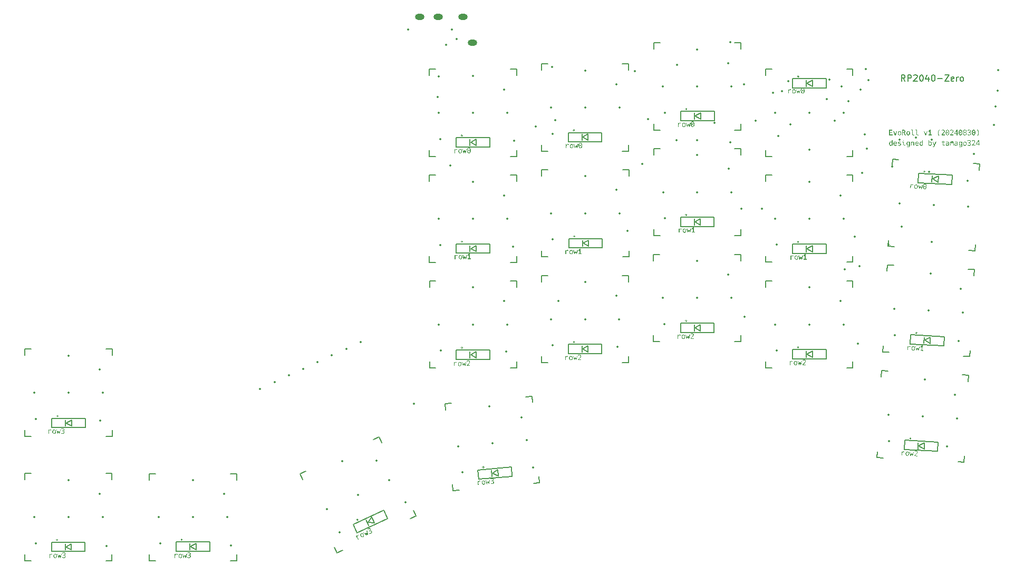
<source format=gbr>
%TF.GenerationSoftware,KiCad,Pcbnew,7.0.7*%
%TF.CreationDate,2024-08-30T08:21:22+09:00*%
%TF.ProjectId,evoroll,65766f72-6f6c-46c2-9e6b-696361645f70,rev?*%
%TF.SameCoordinates,Original*%
%TF.FileFunction,Legend,Top*%
%TF.FilePolarity,Positive*%
%FSLAX46Y46*%
G04 Gerber Fmt 4.6, Leading zero omitted, Abs format (unit mm)*
G04 Created by KiCad (PCBNEW 7.0.7) date 2024-08-30 08:21:22*
%MOMM*%
%LPD*%
G01*
G04 APERTURE LIST*
%ADD10C,0.187500*%
%ADD11C,0.150000*%
%ADD12C,0.100000*%
%ADD13C,0.350000*%
%ADD14O,1.500000X1.000000*%
G04 APERTURE END LIST*
D10*
G36*
X160814892Y-106991744D02*
G01*
X160910748Y-106996767D01*
X160915102Y-107123687D01*
X160920910Y-107111341D01*
X160927194Y-107099583D01*
X160933954Y-107088413D01*
X160941191Y-107077831D01*
X160948905Y-107067838D01*
X160957095Y-107058433D01*
X160965761Y-107049616D01*
X160974904Y-107041387D01*
X160984524Y-107033746D01*
X160994619Y-107026693D01*
X161001615Y-107022318D01*
X161012434Y-107016242D01*
X161023584Y-107010836D01*
X161035064Y-107006101D01*
X161046874Y-107002036D01*
X161059014Y-106998643D01*
X161071485Y-106995920D01*
X161084286Y-106993868D01*
X161097417Y-106992487D01*
X161110879Y-106991776D01*
X161124670Y-106991737D01*
X161134049Y-106992083D01*
X161143899Y-106992760D01*
X161158344Y-106994360D01*
X161172391Y-106996661D01*
X161186040Y-106999663D01*
X161199291Y-107003367D01*
X161212144Y-107007772D01*
X161224599Y-107012879D01*
X161236656Y-107018687D01*
X161248316Y-107025197D01*
X161259577Y-107032408D01*
X161270441Y-107040320D01*
X161264753Y-107148859D01*
X161257269Y-107142307D01*
X161249583Y-107136141D01*
X161241692Y-107130362D01*
X161229474Y-107122419D01*
X161216798Y-107115346D01*
X161203664Y-107109143D01*
X161190071Y-107103810D01*
X161180755Y-107100739D01*
X161171235Y-107098054D01*
X161161511Y-107095756D01*
X161151583Y-107093845D01*
X161141452Y-107092320D01*
X161131117Y-107091182D01*
X161120579Y-107090431D01*
X161108400Y-107090038D01*
X161096560Y-107090151D01*
X161085058Y-107090771D01*
X161073894Y-107091898D01*
X161063069Y-107093532D01*
X161052583Y-107095673D01*
X161042434Y-107098320D01*
X161032624Y-107101475D01*
X161023153Y-107105136D01*
X161014020Y-107109305D01*
X161005225Y-107113980D01*
X160996769Y-107119162D01*
X160988651Y-107124851D01*
X160980871Y-107131047D01*
X160973430Y-107137750D01*
X160966327Y-107144959D01*
X160959586Y-107152645D01*
X160953231Y-107160774D01*
X160947262Y-107169348D01*
X160941678Y-107178367D01*
X160936479Y-107187830D01*
X160931667Y-107197737D01*
X160927240Y-107208089D01*
X160923198Y-107218885D01*
X160919542Y-107230126D01*
X160916272Y-107241810D01*
X160913387Y-107253940D01*
X160910888Y-107266513D01*
X160908775Y-107279532D01*
X160907047Y-107292994D01*
X160905705Y-107306901D01*
X160904748Y-107321252D01*
X160887926Y-107642235D01*
X160781095Y-107636637D01*
X160814892Y-106991744D01*
G37*
G36*
X161743331Y-107024014D02*
G01*
X161759718Y-107025217D01*
X161775585Y-107027080D01*
X161790931Y-107029604D01*
X161805758Y-107032789D01*
X161820065Y-107036634D01*
X161833852Y-107041140D01*
X161847119Y-107046306D01*
X161859866Y-107052134D01*
X161872093Y-107058621D01*
X161883800Y-107065770D01*
X161894988Y-107073579D01*
X161905655Y-107082048D01*
X161915802Y-107091179D01*
X161925429Y-107100969D01*
X161934537Y-107111421D01*
X161943124Y-107122533D01*
X161951187Y-107134263D01*
X161958661Y-107146563D01*
X161965544Y-107159435D01*
X161971838Y-107172877D01*
X161977542Y-107186890D01*
X161982656Y-107201475D01*
X161987180Y-107216630D01*
X161991115Y-107232357D01*
X161994459Y-107248654D01*
X161997214Y-107265522D01*
X161999380Y-107282962D01*
X162000955Y-107300972D01*
X162001941Y-107319553D01*
X162002337Y-107338706D01*
X162002314Y-107348496D01*
X162002143Y-107358429D01*
X162001825Y-107368505D01*
X162001359Y-107378723D01*
X162000754Y-107388933D01*
X162000018Y-107398984D01*
X161999149Y-107408874D01*
X161998149Y-107418605D01*
X161995755Y-107437587D01*
X161992834Y-107455930D01*
X161989387Y-107473634D01*
X161985413Y-107490699D01*
X161980914Y-107507125D01*
X161975887Y-107522912D01*
X161970335Y-107538060D01*
X161964256Y-107552569D01*
X161957650Y-107566439D01*
X161950519Y-107579670D01*
X161942860Y-107592262D01*
X161934676Y-107604215D01*
X161925965Y-107615529D01*
X161916728Y-107626203D01*
X161907035Y-107636180D01*
X161896894Y-107645456D01*
X161886304Y-107654033D01*
X161875266Y-107661909D01*
X161863778Y-107669086D01*
X161851843Y-107675563D01*
X161839458Y-107681340D01*
X161826625Y-107686417D01*
X161813343Y-107690794D01*
X161799613Y-107694471D01*
X161785433Y-107697448D01*
X161770806Y-107699725D01*
X161755729Y-107701302D01*
X161740204Y-107702180D01*
X161724230Y-107702357D01*
X161707808Y-107701835D01*
X161691272Y-107700627D01*
X161675264Y-107698765D01*
X161659783Y-107696248D01*
X161644829Y-107693077D01*
X161630403Y-107689251D01*
X161616504Y-107684771D01*
X161603132Y-107679637D01*
X161590287Y-107673847D01*
X161577970Y-107667404D01*
X161566180Y-107660305D01*
X161554917Y-107652553D01*
X161544182Y-107644145D01*
X161533974Y-107635084D01*
X161524293Y-107625367D01*
X161515139Y-107614996D01*
X161506513Y-107603971D01*
X161498476Y-107592308D01*
X161491027Y-107580081D01*
X161484165Y-107567291D01*
X161477890Y-107553938D01*
X161472203Y-107540021D01*
X161467104Y-107525540D01*
X161462592Y-107510496D01*
X161458667Y-107494889D01*
X161455330Y-107478718D01*
X161452580Y-107461984D01*
X161450418Y-107444686D01*
X161448844Y-107426825D01*
X161447856Y-107408400D01*
X161447457Y-107389412D01*
X161447513Y-107383516D01*
X161560065Y-107383516D01*
X161560160Y-107397556D01*
X161560610Y-107411174D01*
X161561415Y-107424372D01*
X161562574Y-107437149D01*
X161564087Y-107449505D01*
X161565955Y-107461440D01*
X161568178Y-107472954D01*
X161570755Y-107484048D01*
X161573687Y-107494720D01*
X161576973Y-107504972D01*
X161580614Y-107514802D01*
X161584609Y-107524212D01*
X161588959Y-107533201D01*
X161593663Y-107541769D01*
X161601387Y-107553713D01*
X161609817Y-107564559D01*
X161618955Y-107574307D01*
X161628799Y-107582957D01*
X161639350Y-107590509D01*
X161650607Y-107596963D01*
X161662571Y-107602319D01*
X161675242Y-107606577D01*
X161688620Y-107609737D01*
X161702704Y-107611800D01*
X161712486Y-107612565D01*
X161726881Y-107612751D01*
X161740705Y-107611773D01*
X161753958Y-107609630D01*
X161766640Y-107606323D01*
X161778751Y-107601850D01*
X161790291Y-107596212D01*
X161801260Y-107589410D01*
X161811658Y-107581442D01*
X161821486Y-107572310D01*
X161830742Y-107562012D01*
X161836596Y-107554500D01*
X161842170Y-107546471D01*
X161847435Y-107537986D01*
X161852392Y-107529045D01*
X161857041Y-107519649D01*
X161861380Y-107509797D01*
X161865411Y-107499490D01*
X161869134Y-107488727D01*
X161872548Y-107477508D01*
X161875653Y-107465834D01*
X161878450Y-107453703D01*
X161880938Y-107441118D01*
X161883118Y-107428076D01*
X161884989Y-107414579D01*
X161886551Y-107400627D01*
X161887805Y-107386218D01*
X161888750Y-107371354D01*
X161889364Y-107356477D01*
X161889622Y-107342028D01*
X161889526Y-107328007D01*
X161889075Y-107314415D01*
X161888268Y-107301252D01*
X161887107Y-107288517D01*
X161885591Y-107276210D01*
X161883720Y-107264332D01*
X161881494Y-107252883D01*
X161878913Y-107241862D01*
X161875977Y-107231270D01*
X161872687Y-107221106D01*
X161869041Y-107211370D01*
X161865040Y-107202064D01*
X161860685Y-107193185D01*
X161855974Y-107184735D01*
X161848300Y-107172882D01*
X161839937Y-107162118D01*
X161830884Y-107152445D01*
X161821143Y-107143862D01*
X161810712Y-107136369D01*
X161799593Y-107129966D01*
X161787784Y-107124654D01*
X161775286Y-107120432D01*
X161762099Y-107117301D01*
X161748222Y-107115259D01*
X161738589Y-107114504D01*
X161728780Y-107114240D01*
X161714558Y-107114809D01*
X161700924Y-107116535D01*
X161687879Y-107119418D01*
X161675422Y-107123459D01*
X161663554Y-107128657D01*
X161652275Y-107135012D01*
X161641584Y-107142524D01*
X161631481Y-107151193D01*
X161621967Y-107161020D01*
X161613042Y-107172004D01*
X161604805Y-107184044D01*
X161599700Y-107192650D01*
X161594902Y-107201720D01*
X161590413Y-107211252D01*
X161586232Y-107221248D01*
X161582359Y-107231707D01*
X161578794Y-107242630D01*
X161575538Y-107254015D01*
X161572590Y-107265864D01*
X161569949Y-107278176D01*
X161567618Y-107290952D01*
X161565594Y-107304190D01*
X161563878Y-107317892D01*
X161562471Y-107332058D01*
X161561372Y-107346686D01*
X161560938Y-107354174D01*
X161560324Y-107369056D01*
X161560065Y-107383516D01*
X161447513Y-107383516D01*
X161447644Y-107369860D01*
X161447959Y-107359873D01*
X161448420Y-107349745D01*
X161449024Y-107339534D01*
X161449761Y-107329480D01*
X161450628Y-107319583D01*
X161451627Y-107309844D01*
X161454017Y-107290838D01*
X161456933Y-107272461D01*
X161460374Y-107254714D01*
X161464340Y-107237596D01*
X161468831Y-107221107D01*
X161473847Y-107205248D01*
X161479387Y-107190018D01*
X161485453Y-107175418D01*
X161492043Y-107161447D01*
X161499159Y-107148105D01*
X161506800Y-107135393D01*
X161514965Y-107123310D01*
X161523655Y-107111857D01*
X161532871Y-107101033D01*
X161542607Y-107090881D01*
X161552799Y-107081441D01*
X161563446Y-107072712D01*
X161574550Y-107064696D01*
X161586109Y-107057391D01*
X161598123Y-107050798D01*
X161610593Y-107044917D01*
X161623519Y-107039747D01*
X161636901Y-107035289D01*
X161650738Y-107031543D01*
X161665031Y-107028509D01*
X161679780Y-107026187D01*
X161694984Y-107024576D01*
X161710644Y-107023677D01*
X161726760Y-107023490D01*
X161743331Y-107024014D01*
G37*
G36*
X162087117Y-107058418D02*
G01*
X162191266Y-107063876D01*
X162276622Y-107591257D01*
X162387269Y-107262718D01*
X162476539Y-107267396D01*
X162553701Y-107605779D01*
X162692009Y-107090119D01*
X162797865Y-107095667D01*
X162613088Y-107732647D01*
X162511623Y-107727330D01*
X162427241Y-107368025D01*
X162305764Y-107716541D01*
X162204298Y-107711224D01*
X162087117Y-107058418D01*
G37*
G36*
X162847852Y-107667909D02*
G01*
X162849345Y-107657501D01*
X162852674Y-107648228D01*
X162858614Y-107639154D01*
X162864841Y-107633091D01*
X162873399Y-107624371D01*
X162882404Y-107615316D01*
X162889449Y-107608304D01*
X162896745Y-107601104D01*
X162904292Y-107593714D01*
X162912090Y-107586135D01*
X162920138Y-107578368D01*
X162928437Y-107570411D01*
X162936987Y-107562266D01*
X162945787Y-107553932D01*
X162954809Y-107545431D01*
X162963934Y-107536780D01*
X162973161Y-107527980D01*
X162982491Y-107519031D01*
X162991923Y-107509932D01*
X163001458Y-107500684D01*
X163011095Y-107491287D01*
X163020834Y-107481740D01*
X163030676Y-107472044D01*
X163040620Y-107462198D01*
X163047306Y-107455551D01*
X163054997Y-107448118D01*
X163062320Y-107441044D01*
X163071513Y-107432171D01*
X163080054Y-107423936D01*
X163087943Y-107416339D01*
X163095178Y-107409381D01*
X163103305Y-107401581D01*
X163110413Y-107394779D01*
X163117970Y-107387531D01*
X163125874Y-107379875D01*
X163133707Y-107372180D01*
X163140986Y-107364868D01*
X163142383Y-107363436D01*
X163149251Y-107356268D01*
X163156281Y-107348726D01*
X163163474Y-107340810D01*
X163164933Y-107339182D01*
X163172788Y-107330472D01*
X163180259Y-107322085D01*
X163187346Y-107314022D01*
X163194049Y-107306284D01*
X163201889Y-107297065D01*
X163209129Y-107288353D01*
X163215769Y-107280147D01*
X163217025Y-107278566D01*
X163223059Y-107270740D01*
X163229807Y-107261418D01*
X163236018Y-107252170D01*
X163241692Y-107242998D01*
X163246829Y-107233901D01*
X163249197Y-107229380D01*
X163254590Y-107218347D01*
X163259343Y-107207273D01*
X163263457Y-107196158D01*
X163266931Y-107185001D01*
X163269765Y-107173804D01*
X163271959Y-107162565D01*
X163273513Y-107151285D01*
X163274427Y-107139964D01*
X163274742Y-107126823D01*
X163274281Y-107114201D01*
X163273046Y-107102097D01*
X163271034Y-107090511D01*
X163268248Y-107079444D01*
X163264687Y-107068895D01*
X163260350Y-107058864D01*
X163255238Y-107049351D01*
X163249351Y-107040357D01*
X163242688Y-107031881D01*
X163237816Y-107026518D01*
X163229920Y-107018761D01*
X163221433Y-107011695D01*
X163212356Y-107005321D01*
X163202687Y-106999638D01*
X163192428Y-106994646D01*
X163181578Y-106990346D01*
X163170137Y-106986737D01*
X163158105Y-106983819D01*
X163145482Y-106981593D01*
X163132269Y-106980058D01*
X163123132Y-106979418D01*
X163110177Y-106979040D01*
X163096986Y-106979252D01*
X163083557Y-106980053D01*
X163069891Y-106981443D01*
X163055988Y-106983423D01*
X163041847Y-106985992D01*
X163027469Y-106989151D01*
X163012854Y-106992899D01*
X162998002Y-106997237D01*
X162982912Y-107002164D01*
X162967585Y-107007681D01*
X162952021Y-107013787D01*
X162936220Y-107020482D01*
X162920181Y-107027767D01*
X162903906Y-107035642D01*
X162887392Y-107044106D01*
X162893579Y-106926054D01*
X162904899Y-106921575D01*
X162916181Y-106917313D01*
X162927426Y-106913269D01*
X162938634Y-106909442D01*
X162949805Y-106905832D01*
X162960939Y-106902439D01*
X162972035Y-106899264D01*
X162983095Y-106896306D01*
X162994117Y-106893565D01*
X163005102Y-106891042D01*
X163012404Y-106889480D01*
X163023314Y-106887604D01*
X163034191Y-106885968D01*
X163045033Y-106884570D01*
X163055841Y-106883411D01*
X163066615Y-106882491D01*
X163077355Y-106881810D01*
X163088061Y-106881367D01*
X163098733Y-106881164D01*
X163109371Y-106881200D01*
X163119975Y-106881475D01*
X163127025Y-106881791D01*
X163138030Y-106882507D01*
X163148908Y-106883497D01*
X163159660Y-106884759D01*
X163170286Y-106886294D01*
X163180786Y-106888102D01*
X163191160Y-106890182D01*
X163201408Y-106892536D01*
X163211529Y-106895162D01*
X163221525Y-106898061D01*
X163231395Y-106901233D01*
X163237904Y-106903500D01*
X163247535Y-106907146D01*
X163256893Y-106911101D01*
X163265975Y-106915364D01*
X163274784Y-106919935D01*
X163283319Y-106924814D01*
X163294272Y-106931799D01*
X163304738Y-106939331D01*
X163314717Y-106947411D01*
X163324209Y-106956039D01*
X163326505Y-106958281D01*
X163334804Y-106966856D01*
X163342601Y-106975787D01*
X163349899Y-106985074D01*
X163356697Y-106994716D01*
X163362994Y-107004715D01*
X163368792Y-107015069D01*
X163374089Y-107025779D01*
X163378886Y-107036846D01*
X163383103Y-107048245D01*
X163386663Y-107059953D01*
X163389564Y-107071971D01*
X163391807Y-107084298D01*
X163393392Y-107096935D01*
X163394318Y-107109882D01*
X163394581Y-107119794D01*
X163394474Y-107129881D01*
X163394197Y-107136702D01*
X163393416Y-107147222D01*
X163392174Y-107157743D01*
X163390473Y-107168265D01*
X163388311Y-107178790D01*
X163385689Y-107189316D01*
X163382607Y-107199844D01*
X163379066Y-107210373D01*
X163375063Y-107220904D01*
X163370601Y-107231437D01*
X163365679Y-107241972D01*
X163362142Y-107248996D01*
X163357667Y-107257821D01*
X163352814Y-107266554D01*
X163347585Y-107275196D01*
X163341977Y-107283747D01*
X163335993Y-107292206D01*
X163329631Y-107300574D01*
X163326981Y-107303895D01*
X163320055Y-107312325D01*
X163312522Y-107321189D01*
X163306058Y-107328593D01*
X163299205Y-107336274D01*
X163291962Y-107344233D01*
X163284331Y-107352470D01*
X163276310Y-107360984D01*
X163272154Y-107365346D01*
X163265412Y-107372479D01*
X163258198Y-107380069D01*
X163250514Y-107388115D01*
X163243750Y-107395170D01*
X163236659Y-107402542D01*
X163230751Y-107408667D01*
X163223012Y-107416607D01*
X163214827Y-107424858D01*
X163206195Y-107433420D01*
X163198969Y-107440493D01*
X163191457Y-107447765D01*
X163183659Y-107455236D01*
X163175576Y-107462907D01*
X163173510Y-107464855D01*
X163166355Y-107471716D01*
X163158004Y-107479694D01*
X163149908Y-107487392D01*
X163142067Y-107494811D01*
X163134481Y-107501952D01*
X163130784Y-107505417D01*
X163123379Y-107512243D01*
X163115813Y-107519181D01*
X163108086Y-107526231D01*
X163100198Y-107533393D01*
X163092150Y-107540667D01*
X163089432Y-107543116D01*
X163081110Y-107550634D01*
X163073815Y-107557261D01*
X163066192Y-107564216D01*
X163058241Y-107571501D01*
X163049962Y-107579115D01*
X163041356Y-107587058D01*
X163039595Y-107588687D01*
X163032393Y-107595375D01*
X163024794Y-107602479D01*
X163016799Y-107609997D01*
X163008408Y-107617930D01*
X162999620Y-107626278D01*
X162990436Y-107635041D01*
X162983288Y-107641886D01*
X162975918Y-107648964D01*
X162970880Y-107653812D01*
X163371621Y-107674814D01*
X163366521Y-107772133D01*
X162843826Y-107744740D01*
X162847852Y-107667909D01*
G37*
G36*
X142847365Y-92484221D02*
G01*
X142943353Y-92484221D01*
X142954344Y-92610739D01*
X142959497Y-92598106D01*
X142965157Y-92586035D01*
X142971324Y-92574527D01*
X142977997Y-92563581D01*
X142985177Y-92553198D01*
X142992863Y-92543377D01*
X143001056Y-92534118D01*
X143009756Y-92525422D01*
X143018962Y-92517288D01*
X143028675Y-92509717D01*
X143035432Y-92504982D01*
X143045919Y-92498347D01*
X143056770Y-92492365D01*
X143067986Y-92487036D01*
X143079568Y-92482359D01*
X143091514Y-92478335D01*
X143103825Y-92474963D01*
X143116501Y-92472244D01*
X143129542Y-92470177D01*
X143142948Y-92468764D01*
X143156719Y-92468002D01*
X143166102Y-92467857D01*
X143175975Y-92468017D01*
X143190483Y-92468859D01*
X143204631Y-92470422D01*
X143218419Y-92472706D01*
X143231845Y-92475711D01*
X143244911Y-92479438D01*
X143257617Y-92483886D01*
X143269962Y-92489055D01*
X143281946Y-92494945D01*
X143293569Y-92501557D01*
X143304832Y-92508890D01*
X143304832Y-92617578D01*
X143297016Y-92611426D01*
X143289017Y-92605671D01*
X143280835Y-92600313D01*
X143268218Y-92593020D01*
X143255190Y-92586620D01*
X143241749Y-92581113D01*
X143227896Y-92576499D01*
X143218431Y-92573920D01*
X143208784Y-92571737D01*
X143198953Y-92569951D01*
X143188939Y-92568562D01*
X143178742Y-92567569D01*
X143168361Y-92566974D01*
X143157798Y-92566775D01*
X143145615Y-92567020D01*
X143133797Y-92567752D01*
X143122343Y-92568974D01*
X143111254Y-92570683D01*
X143100530Y-92572882D01*
X143090169Y-92575568D01*
X143080173Y-92578743D01*
X143070542Y-92582407D01*
X143061275Y-92586559D01*
X143052373Y-92591200D01*
X143043835Y-92596329D01*
X143035661Y-92601946D01*
X143027852Y-92608053D01*
X143020407Y-92614647D01*
X143013327Y-92621730D01*
X143006612Y-92629302D01*
X143000282Y-92637329D01*
X142994361Y-92645780D01*
X142988849Y-92654655D01*
X142983744Y-92663954D01*
X142979048Y-92673676D01*
X142974761Y-92683821D01*
X142970881Y-92694390D01*
X142967411Y-92705383D01*
X142964348Y-92716800D01*
X142961694Y-92728640D01*
X142959448Y-92740903D01*
X142957610Y-92753591D01*
X142956181Y-92766702D01*
X142955160Y-92780236D01*
X142954548Y-92794194D01*
X142954344Y-92808576D01*
X142954344Y-93130000D01*
X142847365Y-93130000D01*
X142847365Y-92484221D01*
G37*
G36*
X143792648Y-92468201D02*
G01*
X143808591Y-92469231D01*
X143824048Y-92470948D01*
X143839022Y-92473353D01*
X143853510Y-92476444D01*
X143867514Y-92480222D01*
X143881033Y-92484687D01*
X143894068Y-92489839D01*
X143906618Y-92495678D01*
X143918683Y-92502204D01*
X143930264Y-92509417D01*
X143941359Y-92517316D01*
X143951971Y-92525903D01*
X143962097Y-92535177D01*
X143971739Y-92545137D01*
X143980896Y-92555785D01*
X143989562Y-92567076D01*
X143997669Y-92578969D01*
X144005217Y-92591462D01*
X144012205Y-92604557D01*
X144018635Y-92618253D01*
X144024505Y-92632549D01*
X144029816Y-92647447D01*
X144034569Y-92662946D01*
X144038762Y-92679046D01*
X144042396Y-92695747D01*
X144045471Y-92713049D01*
X144047987Y-92730952D01*
X144049943Y-92749457D01*
X144051341Y-92768562D01*
X144051830Y-92778340D01*
X144052180Y-92788268D01*
X144052389Y-92798347D01*
X144052459Y-92808576D01*
X144052389Y-92818804D01*
X144052180Y-92828879D01*
X144051830Y-92838801D01*
X144051341Y-92848571D01*
X144049943Y-92867652D01*
X144047987Y-92886123D01*
X144045471Y-92903983D01*
X144042396Y-92921233D01*
X144038762Y-92937872D01*
X144034569Y-92953900D01*
X144029816Y-92969318D01*
X144024505Y-92984125D01*
X144018635Y-92998322D01*
X144012205Y-93011908D01*
X144005217Y-93024883D01*
X143997669Y-93037248D01*
X143989562Y-93049002D01*
X143980896Y-93060146D01*
X143971739Y-93070616D01*
X143962097Y-93080411D01*
X143951971Y-93089530D01*
X143941359Y-93097973D01*
X143930264Y-93105741D01*
X143918683Y-93112834D01*
X143906618Y-93119251D01*
X143894068Y-93124993D01*
X143881033Y-93130059D01*
X143867514Y-93134449D01*
X143853510Y-93138164D01*
X143839022Y-93141204D01*
X143824048Y-93143568D01*
X143808591Y-93145257D01*
X143792648Y-93146270D01*
X143776221Y-93146608D01*
X143759645Y-93146267D01*
X143743561Y-93145246D01*
X143727969Y-93143543D01*
X143712870Y-93141158D01*
X143698263Y-93138093D01*
X143684149Y-93134346D01*
X143670527Y-93129918D01*
X143657397Y-93124809D01*
X143644759Y-93119019D01*
X143632614Y-93112548D01*
X143620960Y-93105395D01*
X143609800Y-93097561D01*
X143599131Y-93089046D01*
X143588955Y-93079850D01*
X143579271Y-93069972D01*
X143570080Y-93059413D01*
X143561443Y-93048187D01*
X143553364Y-93036367D01*
X143545842Y-93023953D01*
X143538878Y-93010946D01*
X143532470Y-92997346D01*
X143526620Y-92983152D01*
X143521327Y-92968365D01*
X143516591Y-92952984D01*
X143512412Y-92937010D01*
X143508790Y-92920443D01*
X143505726Y-92903282D01*
X143503218Y-92885528D01*
X143501268Y-92867180D01*
X143499875Y-92848239D01*
X143499039Y-92828704D01*
X143498830Y-92818714D01*
X143498761Y-92808576D01*
X143498771Y-92807110D01*
X143611357Y-92807110D01*
X143611523Y-92822004D01*
X143612021Y-92836458D01*
X143612851Y-92850473D01*
X143614013Y-92864050D01*
X143615507Y-92877187D01*
X143617333Y-92889886D01*
X143619491Y-92902146D01*
X143621981Y-92913967D01*
X143624804Y-92925349D01*
X143627958Y-92936292D01*
X143631444Y-92946796D01*
X143635262Y-92956862D01*
X143639412Y-92966488D01*
X143643895Y-92975676D01*
X143648709Y-92984425D01*
X143653855Y-92992735D01*
X143662193Y-93004258D01*
X143671180Y-93014648D01*
X143680815Y-93023905D01*
X143691098Y-93032028D01*
X143702030Y-93039017D01*
X143713610Y-93044873D01*
X143725838Y-93049596D01*
X143738714Y-93053185D01*
X143752239Y-93055641D01*
X143766412Y-93056963D01*
X143776221Y-93057215D01*
X143790606Y-93056648D01*
X143804359Y-93054948D01*
X143817482Y-93052115D01*
X143829973Y-93048148D01*
X143841834Y-93043047D01*
X143853063Y-93036813D01*
X143863661Y-93029446D01*
X143873628Y-93020945D01*
X143882964Y-93011311D01*
X143891668Y-93000543D01*
X143897121Y-92992735D01*
X143902267Y-92984425D01*
X143907081Y-92975676D01*
X143911564Y-92966488D01*
X143915714Y-92956862D01*
X143919532Y-92946796D01*
X143923018Y-92936292D01*
X143926172Y-92925349D01*
X143928995Y-92913967D01*
X143931485Y-92902146D01*
X143933643Y-92889886D01*
X143935469Y-92877187D01*
X143936963Y-92864050D01*
X143938125Y-92850473D01*
X143938955Y-92836458D01*
X143939453Y-92822004D01*
X143939619Y-92807110D01*
X143939453Y-92792221D01*
X143938955Y-92777778D01*
X143938125Y-92763782D01*
X143936963Y-92750232D01*
X143935469Y-92737129D01*
X143933643Y-92724472D01*
X143931485Y-92712262D01*
X143928995Y-92700498D01*
X143926172Y-92689181D01*
X143923018Y-92678311D01*
X143919532Y-92667886D01*
X143915714Y-92657909D01*
X143911564Y-92648377D01*
X143907081Y-92639293D01*
X143902267Y-92630655D01*
X143897121Y-92622463D01*
X143888837Y-92611027D01*
X143879922Y-92600716D01*
X143870376Y-92591529D01*
X143860198Y-92583468D01*
X143849390Y-92576531D01*
X143837950Y-92570720D01*
X143825880Y-92566033D01*
X143813178Y-92562471D01*
X143799845Y-92560034D01*
X143785881Y-92558721D01*
X143776221Y-92558471D01*
X143766412Y-92558721D01*
X143752239Y-92560034D01*
X143738714Y-92562471D01*
X143725838Y-92566033D01*
X143713610Y-92570720D01*
X143702030Y-92576531D01*
X143691098Y-92583468D01*
X143680815Y-92591529D01*
X143671180Y-92600716D01*
X143662193Y-92611027D01*
X143653855Y-92622463D01*
X143646260Y-92634918D01*
X143641612Y-92643779D01*
X143637296Y-92653087D01*
X143633311Y-92662842D01*
X143629659Y-92673043D01*
X143626339Y-92683690D01*
X143623351Y-92694784D01*
X143620695Y-92706325D01*
X143618371Y-92718311D01*
X143616379Y-92730745D01*
X143614718Y-92743625D01*
X143613390Y-92756951D01*
X143612394Y-92770724D01*
X143611730Y-92784944D01*
X143611398Y-92799610D01*
X143611357Y-92807110D01*
X143498771Y-92807110D01*
X143498830Y-92798347D01*
X143499039Y-92788268D01*
X143499388Y-92778340D01*
X143499875Y-92768562D01*
X143501268Y-92749457D01*
X143503218Y-92730952D01*
X143505726Y-92713049D01*
X143508790Y-92695747D01*
X143512412Y-92679046D01*
X143516591Y-92662946D01*
X143521327Y-92647447D01*
X143526620Y-92632549D01*
X143532470Y-92618253D01*
X143538878Y-92604557D01*
X143545842Y-92591462D01*
X143553364Y-92578969D01*
X143561443Y-92567076D01*
X143570080Y-92555785D01*
X143579271Y-92545137D01*
X143588955Y-92535177D01*
X143599131Y-92525903D01*
X143609800Y-92517316D01*
X143620960Y-92509417D01*
X143632614Y-92502204D01*
X143644759Y-92495678D01*
X143657397Y-92489839D01*
X143670527Y-92484687D01*
X143684149Y-92480222D01*
X143698263Y-92476444D01*
X143712870Y-92473353D01*
X143727969Y-92470948D01*
X143743561Y-92469231D01*
X143759645Y-92468201D01*
X143776221Y-92467857D01*
X143792648Y-92468201D01*
G37*
G36*
X144121336Y-92484221D02*
G01*
X144225628Y-92484221D01*
X144338468Y-93006413D01*
X144431769Y-92672533D01*
X144521161Y-92672533D01*
X144615928Y-93006413D01*
X144727058Y-92484221D01*
X144833060Y-92484221D01*
X144681873Y-93130000D01*
X144580268Y-93130000D01*
X144477198Y-92775603D01*
X144374127Y-93130000D01*
X144272522Y-93130000D01*
X144121336Y-92484221D01*
G37*
G36*
X144912927Y-93053063D02*
G01*
X144913873Y-93042591D01*
X144916713Y-93033157D01*
X144922170Y-93023785D01*
X144928070Y-93017404D01*
X144936161Y-93008248D01*
X144944678Y-92998734D01*
X144951347Y-92991363D01*
X144958257Y-92983791D01*
X144965407Y-92976016D01*
X144972797Y-92968040D01*
X144980428Y-92959862D01*
X144988299Y-92951482D01*
X144996410Y-92942900D01*
X145004762Y-92934117D01*
X145013327Y-92925155D01*
X145021987Y-92916039D01*
X145030741Y-92906768D01*
X145039590Y-92897343D01*
X145048533Y-92887763D01*
X145057570Y-92878029D01*
X145066702Y-92868140D01*
X145075928Y-92858096D01*
X145085249Y-92847898D01*
X145094665Y-92837545D01*
X145100994Y-92830558D01*
X145108285Y-92822732D01*
X145115228Y-92815285D01*
X145123944Y-92805943D01*
X145132042Y-92797272D01*
X145139522Y-92789273D01*
X145146384Y-92781946D01*
X145154092Y-92773731D01*
X145160833Y-92766566D01*
X145168000Y-92758933D01*
X145175494Y-92750873D01*
X145182913Y-92742779D01*
X145189799Y-92735096D01*
X145191120Y-92733593D01*
X145197602Y-92726075D01*
X145204228Y-92718176D01*
X145210998Y-92709894D01*
X145212369Y-92708192D01*
X145219757Y-92699083D01*
X145226779Y-92690317D01*
X145233435Y-92681894D01*
X145239724Y-92673815D01*
X145247070Y-92664199D01*
X145253844Y-92655120D01*
X145260046Y-92646577D01*
X145261217Y-92644933D01*
X145266833Y-92636802D01*
X145273084Y-92627139D01*
X145278803Y-92617579D01*
X145283989Y-92608123D01*
X145288643Y-92598769D01*
X145290771Y-92594131D01*
X145295579Y-92582831D01*
X145299747Y-92571523D01*
X145303273Y-92560208D01*
X145306158Y-92548885D01*
X145308402Y-92537554D01*
X145310005Y-92526216D01*
X145310966Y-92514870D01*
X145311287Y-92503517D01*
X145310913Y-92490378D01*
X145309793Y-92477797D01*
X145307925Y-92465774D01*
X145305311Y-92454309D01*
X145301949Y-92443403D01*
X145297840Y-92433054D01*
X145292985Y-92423264D01*
X145287382Y-92414032D01*
X145281032Y-92405358D01*
X145273935Y-92397242D01*
X145268789Y-92392142D01*
X145260498Y-92384809D01*
X145251653Y-92378197D01*
X145242254Y-92372307D01*
X145232301Y-92367137D01*
X145221795Y-92362690D01*
X145210734Y-92358963D01*
X145199120Y-92355958D01*
X145186952Y-92353674D01*
X145174230Y-92352111D01*
X145160955Y-92351269D01*
X145151796Y-92351109D01*
X145138840Y-92351410D01*
X145125678Y-92352311D01*
X145112309Y-92353814D01*
X145098735Y-92355918D01*
X145084954Y-92358622D01*
X145070967Y-92361928D01*
X145056775Y-92365835D01*
X145042376Y-92370343D01*
X145027771Y-92375452D01*
X145012960Y-92381162D01*
X144997943Y-92387474D01*
X144982719Y-92394386D01*
X144967290Y-92401899D01*
X144951655Y-92410014D01*
X144935813Y-92418729D01*
X144919766Y-92428046D01*
X144919766Y-92309832D01*
X144930835Y-92304767D01*
X144941879Y-92299920D01*
X144952897Y-92295293D01*
X144963890Y-92290884D01*
X144974856Y-92286695D01*
X144985797Y-92282724D01*
X144996712Y-92278972D01*
X145007602Y-92275440D01*
X145018465Y-92272126D01*
X145029303Y-92269031D01*
X145036514Y-92267090D01*
X145047311Y-92264645D01*
X145058086Y-92262441D01*
X145068840Y-92260478D01*
X145079573Y-92258755D01*
X145090284Y-92257272D01*
X145100974Y-92256030D01*
X145111642Y-92255028D01*
X145122289Y-92254267D01*
X145132914Y-92253746D01*
X145143518Y-92253465D01*
X145150575Y-92253412D01*
X145161602Y-92253551D01*
X145172517Y-92253970D01*
X145183320Y-92254668D01*
X145194012Y-92255644D01*
X145204592Y-92256900D01*
X145215061Y-92258435D01*
X145225418Y-92260249D01*
X145235663Y-92262342D01*
X145245797Y-92264714D01*
X145255819Y-92267365D01*
X145262438Y-92269288D01*
X145272247Y-92272425D01*
X145281799Y-92275885D01*
X145291092Y-92279667D01*
X145300128Y-92283771D01*
X145308907Y-92288196D01*
X145320210Y-92294598D01*
X145331056Y-92301572D01*
X145341444Y-92309119D01*
X145351374Y-92317238D01*
X145353785Y-92319357D01*
X145362521Y-92327486D01*
X145370775Y-92335997D01*
X145378549Y-92344889D01*
X145385842Y-92354162D01*
X145392654Y-92363817D01*
X145398985Y-92373854D01*
X145404836Y-92384273D01*
X145410205Y-92395073D01*
X145415014Y-92406235D01*
X145419181Y-92417742D01*
X145422708Y-92429591D01*
X145425593Y-92441784D01*
X145427837Y-92454321D01*
X145429439Y-92467201D01*
X145430221Y-92477086D01*
X145430642Y-92487165D01*
X145430722Y-92493991D01*
X145430492Y-92504537D01*
X145429803Y-92515109D01*
X145428655Y-92525706D01*
X145427047Y-92536329D01*
X145424979Y-92546978D01*
X145422453Y-92557653D01*
X145419467Y-92568353D01*
X145416021Y-92579079D01*
X145412117Y-92589831D01*
X145407752Y-92600609D01*
X145404588Y-92607808D01*
X145400581Y-92616855D01*
X145396192Y-92625831D01*
X145391422Y-92634735D01*
X145386270Y-92643567D01*
X145380736Y-92652328D01*
X145374821Y-92661017D01*
X145372348Y-92664473D01*
X145365873Y-92673254D01*
X145358814Y-92682500D01*
X145352746Y-92690232D01*
X145346304Y-92698261D01*
X145339488Y-92706588D01*
X145332299Y-92715213D01*
X145324735Y-92724136D01*
X145320812Y-92728709D01*
X145314453Y-92736185D01*
X145307646Y-92744142D01*
X145300393Y-92752579D01*
X145294008Y-92759978D01*
X145287313Y-92767711D01*
X145281734Y-92774138D01*
X145274421Y-92782472D01*
X145266678Y-92791139D01*
X145258507Y-92800141D01*
X145251660Y-92807583D01*
X145244539Y-92815238D01*
X145237143Y-92823107D01*
X145229472Y-92831190D01*
X145227512Y-92833244D01*
X145220726Y-92840470D01*
X145212803Y-92848874D01*
X145205121Y-92856985D01*
X145197679Y-92864805D01*
X145190478Y-92872333D01*
X145186967Y-92875987D01*
X145179929Y-92883191D01*
X145172736Y-92890516D01*
X145165389Y-92897960D01*
X145157887Y-92905525D01*
X145150231Y-92913210D01*
X145147644Y-92915799D01*
X145139727Y-92923741D01*
X145132789Y-92930741D01*
X145125540Y-92938086D01*
X145117982Y-92945777D01*
X145110113Y-92953814D01*
X145101934Y-92962196D01*
X145100261Y-92963914D01*
X145093419Y-92970971D01*
X145086202Y-92978462D01*
X145078611Y-92986389D01*
X145070647Y-92994750D01*
X145062308Y-93003547D01*
X145053596Y-93012778D01*
X145046816Y-93019987D01*
X145039825Y-93027441D01*
X145035048Y-93032547D01*
X145436339Y-93032547D01*
X145436339Y-93130000D01*
X144912927Y-93130000D01*
X144912927Y-93053063D01*
G37*
G36*
X124847365Y-88259221D02*
G01*
X124943353Y-88259221D01*
X124954344Y-88385739D01*
X124959497Y-88373106D01*
X124965157Y-88361035D01*
X124971324Y-88349527D01*
X124977997Y-88338581D01*
X124985177Y-88328198D01*
X124992863Y-88318377D01*
X125001056Y-88309118D01*
X125009756Y-88300422D01*
X125018962Y-88292288D01*
X125028675Y-88284717D01*
X125035432Y-88279982D01*
X125045919Y-88273347D01*
X125056770Y-88267365D01*
X125067986Y-88262036D01*
X125079568Y-88257359D01*
X125091514Y-88253335D01*
X125103825Y-88249963D01*
X125116501Y-88247244D01*
X125129542Y-88245177D01*
X125142948Y-88243764D01*
X125156719Y-88243002D01*
X125166102Y-88242857D01*
X125175975Y-88243017D01*
X125190483Y-88243859D01*
X125204631Y-88245422D01*
X125218419Y-88247706D01*
X125231845Y-88250711D01*
X125244911Y-88254438D01*
X125257617Y-88258886D01*
X125269962Y-88264055D01*
X125281946Y-88269945D01*
X125293569Y-88276557D01*
X125304832Y-88283890D01*
X125304832Y-88392578D01*
X125297016Y-88386426D01*
X125289017Y-88380671D01*
X125280835Y-88375313D01*
X125268218Y-88368020D01*
X125255190Y-88361620D01*
X125241749Y-88356113D01*
X125227896Y-88351499D01*
X125218431Y-88348920D01*
X125208784Y-88346737D01*
X125198953Y-88344951D01*
X125188939Y-88343562D01*
X125178742Y-88342569D01*
X125168361Y-88341974D01*
X125157798Y-88341775D01*
X125145615Y-88342020D01*
X125133797Y-88342752D01*
X125122343Y-88343974D01*
X125111254Y-88345683D01*
X125100530Y-88347882D01*
X125090169Y-88350568D01*
X125080173Y-88353743D01*
X125070542Y-88357407D01*
X125061275Y-88361559D01*
X125052373Y-88366200D01*
X125043835Y-88371329D01*
X125035661Y-88376946D01*
X125027852Y-88383053D01*
X125020407Y-88389647D01*
X125013327Y-88396730D01*
X125006612Y-88404302D01*
X125000282Y-88412329D01*
X124994361Y-88420780D01*
X124988849Y-88429655D01*
X124983744Y-88438954D01*
X124979048Y-88448676D01*
X124974761Y-88458821D01*
X124970881Y-88469390D01*
X124967411Y-88480383D01*
X124964348Y-88491800D01*
X124961694Y-88503640D01*
X124959448Y-88515903D01*
X124957610Y-88528591D01*
X124956181Y-88541702D01*
X124955160Y-88555236D01*
X124954548Y-88569194D01*
X124954344Y-88583576D01*
X124954344Y-88905000D01*
X124847365Y-88905000D01*
X124847365Y-88259221D01*
G37*
G36*
X125792648Y-88243201D02*
G01*
X125808591Y-88244231D01*
X125824048Y-88245948D01*
X125839022Y-88248353D01*
X125853510Y-88251444D01*
X125867514Y-88255222D01*
X125881033Y-88259687D01*
X125894068Y-88264839D01*
X125906618Y-88270678D01*
X125918683Y-88277204D01*
X125930264Y-88284417D01*
X125941359Y-88292316D01*
X125951971Y-88300903D01*
X125962097Y-88310177D01*
X125971739Y-88320137D01*
X125980896Y-88330785D01*
X125989562Y-88342076D01*
X125997669Y-88353969D01*
X126005217Y-88366462D01*
X126012205Y-88379557D01*
X126018635Y-88393253D01*
X126024505Y-88407549D01*
X126029816Y-88422447D01*
X126034569Y-88437946D01*
X126038762Y-88454046D01*
X126042396Y-88470747D01*
X126045471Y-88488049D01*
X126047987Y-88505952D01*
X126049943Y-88524457D01*
X126051341Y-88543562D01*
X126051830Y-88553340D01*
X126052180Y-88563268D01*
X126052389Y-88573347D01*
X126052459Y-88583576D01*
X126052389Y-88593804D01*
X126052180Y-88603879D01*
X126051830Y-88613801D01*
X126051341Y-88623571D01*
X126049943Y-88642652D01*
X126047987Y-88661123D01*
X126045471Y-88678983D01*
X126042396Y-88696233D01*
X126038762Y-88712872D01*
X126034569Y-88728900D01*
X126029816Y-88744318D01*
X126024505Y-88759125D01*
X126018635Y-88773322D01*
X126012205Y-88786908D01*
X126005217Y-88799883D01*
X125997669Y-88812248D01*
X125989562Y-88824002D01*
X125980896Y-88835146D01*
X125971739Y-88845616D01*
X125962097Y-88855411D01*
X125951971Y-88864530D01*
X125941359Y-88872973D01*
X125930264Y-88880741D01*
X125918683Y-88887834D01*
X125906618Y-88894251D01*
X125894068Y-88899993D01*
X125881033Y-88905059D01*
X125867514Y-88909449D01*
X125853510Y-88913164D01*
X125839022Y-88916204D01*
X125824048Y-88918568D01*
X125808591Y-88920257D01*
X125792648Y-88921270D01*
X125776221Y-88921608D01*
X125759645Y-88921267D01*
X125743561Y-88920246D01*
X125727969Y-88918543D01*
X125712870Y-88916158D01*
X125698263Y-88913093D01*
X125684149Y-88909346D01*
X125670527Y-88904918D01*
X125657397Y-88899809D01*
X125644759Y-88894019D01*
X125632614Y-88887548D01*
X125620960Y-88880395D01*
X125609800Y-88872561D01*
X125599131Y-88864046D01*
X125588955Y-88854850D01*
X125579271Y-88844972D01*
X125570080Y-88834413D01*
X125561443Y-88823187D01*
X125553364Y-88811367D01*
X125545842Y-88798953D01*
X125538878Y-88785946D01*
X125532470Y-88772346D01*
X125526620Y-88758152D01*
X125521327Y-88743365D01*
X125516591Y-88727984D01*
X125512412Y-88712010D01*
X125508790Y-88695443D01*
X125505726Y-88678282D01*
X125503218Y-88660528D01*
X125501268Y-88642180D01*
X125499875Y-88623239D01*
X125499039Y-88603704D01*
X125498830Y-88593714D01*
X125498761Y-88583576D01*
X125498771Y-88582110D01*
X125611357Y-88582110D01*
X125611523Y-88597004D01*
X125612021Y-88611458D01*
X125612851Y-88625473D01*
X125614013Y-88639050D01*
X125615507Y-88652187D01*
X125617333Y-88664886D01*
X125619491Y-88677146D01*
X125621981Y-88688967D01*
X125624804Y-88700349D01*
X125627958Y-88711292D01*
X125631444Y-88721796D01*
X125635262Y-88731862D01*
X125639412Y-88741488D01*
X125643895Y-88750676D01*
X125648709Y-88759425D01*
X125653855Y-88767735D01*
X125662193Y-88779258D01*
X125671180Y-88789648D01*
X125680815Y-88798905D01*
X125691098Y-88807028D01*
X125702030Y-88814017D01*
X125713610Y-88819873D01*
X125725838Y-88824596D01*
X125738714Y-88828185D01*
X125752239Y-88830641D01*
X125766412Y-88831963D01*
X125776221Y-88832215D01*
X125790606Y-88831648D01*
X125804359Y-88829948D01*
X125817482Y-88827115D01*
X125829973Y-88823148D01*
X125841834Y-88818047D01*
X125853063Y-88811813D01*
X125863661Y-88804446D01*
X125873628Y-88795945D01*
X125882964Y-88786311D01*
X125891668Y-88775543D01*
X125897121Y-88767735D01*
X125902267Y-88759425D01*
X125907081Y-88750676D01*
X125911564Y-88741488D01*
X125915714Y-88731862D01*
X125919532Y-88721796D01*
X125923018Y-88711292D01*
X125926172Y-88700349D01*
X125928995Y-88688967D01*
X125931485Y-88677146D01*
X125933643Y-88664886D01*
X125935469Y-88652187D01*
X125936963Y-88639050D01*
X125938125Y-88625473D01*
X125938955Y-88611458D01*
X125939453Y-88597004D01*
X125939619Y-88582110D01*
X125939453Y-88567221D01*
X125938955Y-88552778D01*
X125938125Y-88538782D01*
X125936963Y-88525232D01*
X125935469Y-88512129D01*
X125933643Y-88499472D01*
X125931485Y-88487262D01*
X125928995Y-88475498D01*
X125926172Y-88464181D01*
X125923018Y-88453311D01*
X125919532Y-88442886D01*
X125915714Y-88432909D01*
X125911564Y-88423377D01*
X125907081Y-88414293D01*
X125902267Y-88405655D01*
X125897121Y-88397463D01*
X125888837Y-88386027D01*
X125879922Y-88375716D01*
X125870376Y-88366529D01*
X125860198Y-88358468D01*
X125849390Y-88351531D01*
X125837950Y-88345720D01*
X125825880Y-88341033D01*
X125813178Y-88337471D01*
X125799845Y-88335034D01*
X125785881Y-88333721D01*
X125776221Y-88333471D01*
X125766412Y-88333721D01*
X125752239Y-88335034D01*
X125738714Y-88337471D01*
X125725838Y-88341033D01*
X125713610Y-88345720D01*
X125702030Y-88351531D01*
X125691098Y-88358468D01*
X125680815Y-88366529D01*
X125671180Y-88375716D01*
X125662193Y-88386027D01*
X125653855Y-88397463D01*
X125646260Y-88409918D01*
X125641612Y-88418779D01*
X125637296Y-88428087D01*
X125633311Y-88437842D01*
X125629659Y-88448043D01*
X125626339Y-88458690D01*
X125623351Y-88469784D01*
X125620695Y-88481325D01*
X125618371Y-88493311D01*
X125616379Y-88505745D01*
X125614718Y-88518625D01*
X125613390Y-88531951D01*
X125612394Y-88545724D01*
X125611730Y-88559944D01*
X125611398Y-88574610D01*
X125611357Y-88582110D01*
X125498771Y-88582110D01*
X125498830Y-88573347D01*
X125499039Y-88563268D01*
X125499388Y-88553340D01*
X125499875Y-88543562D01*
X125501268Y-88524457D01*
X125503218Y-88505952D01*
X125505726Y-88488049D01*
X125508790Y-88470747D01*
X125512412Y-88454046D01*
X125516591Y-88437946D01*
X125521327Y-88422447D01*
X125526620Y-88407549D01*
X125532470Y-88393253D01*
X125538878Y-88379557D01*
X125545842Y-88366462D01*
X125553364Y-88353969D01*
X125561443Y-88342076D01*
X125570080Y-88330785D01*
X125579271Y-88320137D01*
X125588955Y-88310177D01*
X125599131Y-88300903D01*
X125609800Y-88292316D01*
X125620960Y-88284417D01*
X125632614Y-88277204D01*
X125644759Y-88270678D01*
X125657397Y-88264839D01*
X125670527Y-88259687D01*
X125684149Y-88255222D01*
X125698263Y-88251444D01*
X125712870Y-88248353D01*
X125727969Y-88245948D01*
X125743561Y-88244231D01*
X125759645Y-88243201D01*
X125776221Y-88242857D01*
X125792648Y-88243201D01*
G37*
G36*
X126121336Y-88259221D02*
G01*
X126225628Y-88259221D01*
X126338468Y-88781413D01*
X126431769Y-88447533D01*
X126521161Y-88447533D01*
X126615928Y-88781413D01*
X126727058Y-88259221D01*
X126833060Y-88259221D01*
X126681873Y-88905000D01*
X126580268Y-88905000D01*
X126477198Y-88550603D01*
X126374127Y-88905000D01*
X126272522Y-88905000D01*
X126121336Y-88259221D01*
G37*
G36*
X126912927Y-88828063D02*
G01*
X126913873Y-88817591D01*
X126916713Y-88808157D01*
X126922170Y-88798785D01*
X126928070Y-88792404D01*
X126936161Y-88783248D01*
X126944678Y-88773734D01*
X126951347Y-88766363D01*
X126958257Y-88758791D01*
X126965407Y-88751016D01*
X126972797Y-88743040D01*
X126980428Y-88734862D01*
X126988299Y-88726482D01*
X126996410Y-88717900D01*
X127004762Y-88709117D01*
X127013327Y-88700155D01*
X127021987Y-88691039D01*
X127030741Y-88681768D01*
X127039590Y-88672343D01*
X127048533Y-88662763D01*
X127057570Y-88653029D01*
X127066702Y-88643140D01*
X127075928Y-88633096D01*
X127085249Y-88622898D01*
X127094665Y-88612545D01*
X127100994Y-88605558D01*
X127108285Y-88597732D01*
X127115228Y-88590285D01*
X127123944Y-88580943D01*
X127132042Y-88572272D01*
X127139522Y-88564273D01*
X127146384Y-88556946D01*
X127154092Y-88548731D01*
X127160833Y-88541566D01*
X127168000Y-88533933D01*
X127175494Y-88525873D01*
X127182913Y-88517779D01*
X127189799Y-88510096D01*
X127191120Y-88508593D01*
X127197602Y-88501075D01*
X127204228Y-88493176D01*
X127210998Y-88484894D01*
X127212369Y-88483192D01*
X127219757Y-88474083D01*
X127226779Y-88465317D01*
X127233435Y-88456894D01*
X127239724Y-88448815D01*
X127247070Y-88439199D01*
X127253844Y-88430120D01*
X127260046Y-88421577D01*
X127261217Y-88419933D01*
X127266833Y-88411802D01*
X127273084Y-88402139D01*
X127278803Y-88392579D01*
X127283989Y-88383123D01*
X127288643Y-88373769D01*
X127290771Y-88369131D01*
X127295579Y-88357831D01*
X127299747Y-88346523D01*
X127303273Y-88335208D01*
X127306158Y-88323885D01*
X127308402Y-88312554D01*
X127310005Y-88301216D01*
X127310966Y-88289870D01*
X127311287Y-88278517D01*
X127310913Y-88265378D01*
X127309793Y-88252797D01*
X127307925Y-88240774D01*
X127305311Y-88229309D01*
X127301949Y-88218403D01*
X127297840Y-88208054D01*
X127292985Y-88198264D01*
X127287382Y-88189032D01*
X127281032Y-88180358D01*
X127273935Y-88172242D01*
X127268789Y-88167142D01*
X127260498Y-88159809D01*
X127251653Y-88153197D01*
X127242254Y-88147307D01*
X127232301Y-88142137D01*
X127221795Y-88137690D01*
X127210734Y-88133963D01*
X127199120Y-88130958D01*
X127186952Y-88128674D01*
X127174230Y-88127111D01*
X127160955Y-88126269D01*
X127151796Y-88126109D01*
X127138840Y-88126410D01*
X127125678Y-88127311D01*
X127112309Y-88128814D01*
X127098735Y-88130918D01*
X127084954Y-88133622D01*
X127070967Y-88136928D01*
X127056775Y-88140835D01*
X127042376Y-88145343D01*
X127027771Y-88150452D01*
X127012960Y-88156162D01*
X126997943Y-88162474D01*
X126982719Y-88169386D01*
X126967290Y-88176899D01*
X126951655Y-88185014D01*
X126935813Y-88193729D01*
X126919766Y-88203046D01*
X126919766Y-88084832D01*
X126930835Y-88079767D01*
X126941879Y-88074920D01*
X126952897Y-88070293D01*
X126963890Y-88065884D01*
X126974856Y-88061695D01*
X126985797Y-88057724D01*
X126996712Y-88053972D01*
X127007602Y-88050440D01*
X127018465Y-88047126D01*
X127029303Y-88044031D01*
X127036514Y-88042090D01*
X127047311Y-88039645D01*
X127058086Y-88037441D01*
X127068840Y-88035478D01*
X127079573Y-88033755D01*
X127090284Y-88032272D01*
X127100974Y-88031030D01*
X127111642Y-88030028D01*
X127122289Y-88029267D01*
X127132914Y-88028746D01*
X127143518Y-88028465D01*
X127150575Y-88028412D01*
X127161602Y-88028551D01*
X127172517Y-88028970D01*
X127183320Y-88029668D01*
X127194012Y-88030644D01*
X127204592Y-88031900D01*
X127215061Y-88033435D01*
X127225418Y-88035249D01*
X127235663Y-88037342D01*
X127245797Y-88039714D01*
X127255819Y-88042365D01*
X127262438Y-88044288D01*
X127272247Y-88047425D01*
X127281799Y-88050885D01*
X127291092Y-88054667D01*
X127300128Y-88058771D01*
X127308907Y-88063196D01*
X127320210Y-88069598D01*
X127331056Y-88076572D01*
X127341444Y-88084119D01*
X127351374Y-88092238D01*
X127353785Y-88094357D01*
X127362521Y-88102486D01*
X127370775Y-88110997D01*
X127378549Y-88119889D01*
X127385842Y-88129162D01*
X127392654Y-88138817D01*
X127398985Y-88148854D01*
X127404836Y-88159273D01*
X127410205Y-88170073D01*
X127415014Y-88181235D01*
X127419181Y-88192742D01*
X127422708Y-88204591D01*
X127425593Y-88216784D01*
X127427837Y-88229321D01*
X127429439Y-88242201D01*
X127430221Y-88252086D01*
X127430642Y-88262165D01*
X127430722Y-88268991D01*
X127430492Y-88279537D01*
X127429803Y-88290109D01*
X127428655Y-88300706D01*
X127427047Y-88311329D01*
X127424979Y-88321978D01*
X127422453Y-88332653D01*
X127419467Y-88343353D01*
X127416021Y-88354079D01*
X127412117Y-88364831D01*
X127407752Y-88375609D01*
X127404588Y-88382808D01*
X127400581Y-88391855D01*
X127396192Y-88400831D01*
X127391422Y-88409735D01*
X127386270Y-88418567D01*
X127380736Y-88427328D01*
X127374821Y-88436017D01*
X127372348Y-88439473D01*
X127365873Y-88448254D01*
X127358814Y-88457500D01*
X127352746Y-88465232D01*
X127346304Y-88473261D01*
X127339488Y-88481588D01*
X127332299Y-88490213D01*
X127324735Y-88499136D01*
X127320812Y-88503709D01*
X127314453Y-88511185D01*
X127307646Y-88519142D01*
X127300393Y-88527579D01*
X127294008Y-88534978D01*
X127287313Y-88542711D01*
X127281734Y-88549138D01*
X127274421Y-88557472D01*
X127266678Y-88566139D01*
X127258507Y-88575141D01*
X127251660Y-88582583D01*
X127244539Y-88590238D01*
X127237143Y-88598107D01*
X127229472Y-88606190D01*
X127227512Y-88608244D01*
X127220726Y-88615470D01*
X127212803Y-88623874D01*
X127205121Y-88631985D01*
X127197679Y-88639805D01*
X127190478Y-88647333D01*
X127186967Y-88650987D01*
X127179929Y-88658191D01*
X127172736Y-88665516D01*
X127165389Y-88672960D01*
X127157887Y-88680525D01*
X127150231Y-88688210D01*
X127147644Y-88690799D01*
X127139727Y-88698741D01*
X127132789Y-88705741D01*
X127125540Y-88713086D01*
X127117982Y-88720777D01*
X127110113Y-88728814D01*
X127101934Y-88737196D01*
X127100261Y-88738914D01*
X127093419Y-88745971D01*
X127086202Y-88753462D01*
X127078611Y-88761389D01*
X127070647Y-88769750D01*
X127062308Y-88778547D01*
X127053596Y-88787778D01*
X127046816Y-88794987D01*
X127039825Y-88802441D01*
X127035048Y-88807547D01*
X127436339Y-88807547D01*
X127436339Y-88905000D01*
X126912927Y-88905000D01*
X126912927Y-88828063D01*
G37*
G36*
X106772365Y-91684221D02*
G01*
X106868353Y-91684221D01*
X106879344Y-91810739D01*
X106884497Y-91798106D01*
X106890157Y-91786035D01*
X106896324Y-91774527D01*
X106902997Y-91763581D01*
X106910177Y-91753198D01*
X106917863Y-91743377D01*
X106926056Y-91734118D01*
X106934756Y-91725422D01*
X106943962Y-91717288D01*
X106953675Y-91709717D01*
X106960432Y-91704982D01*
X106970919Y-91698347D01*
X106981770Y-91692365D01*
X106992986Y-91687036D01*
X107004568Y-91682359D01*
X107016514Y-91678335D01*
X107028825Y-91674963D01*
X107041501Y-91672244D01*
X107054542Y-91670177D01*
X107067948Y-91668764D01*
X107081719Y-91668002D01*
X107091102Y-91667857D01*
X107100975Y-91668017D01*
X107115483Y-91668859D01*
X107129631Y-91670422D01*
X107143419Y-91672706D01*
X107156845Y-91675711D01*
X107169911Y-91679438D01*
X107182617Y-91683886D01*
X107194962Y-91689055D01*
X107206946Y-91694945D01*
X107218569Y-91701557D01*
X107229832Y-91708890D01*
X107229832Y-91817578D01*
X107222016Y-91811426D01*
X107214017Y-91805671D01*
X107205835Y-91800313D01*
X107193218Y-91793020D01*
X107180190Y-91786620D01*
X107166749Y-91781113D01*
X107152896Y-91776499D01*
X107143431Y-91773920D01*
X107133784Y-91771737D01*
X107123953Y-91769951D01*
X107113939Y-91768562D01*
X107103742Y-91767569D01*
X107093361Y-91766974D01*
X107082798Y-91766775D01*
X107070615Y-91767020D01*
X107058797Y-91767752D01*
X107047343Y-91768974D01*
X107036254Y-91770683D01*
X107025530Y-91772882D01*
X107015169Y-91775568D01*
X107005173Y-91778743D01*
X106995542Y-91782407D01*
X106986275Y-91786559D01*
X106977373Y-91791200D01*
X106968835Y-91796329D01*
X106960661Y-91801946D01*
X106952852Y-91808053D01*
X106945407Y-91814647D01*
X106938327Y-91821730D01*
X106931612Y-91829302D01*
X106925282Y-91837329D01*
X106919361Y-91845780D01*
X106913849Y-91854655D01*
X106908744Y-91863954D01*
X106904048Y-91873676D01*
X106899761Y-91883821D01*
X106895881Y-91894390D01*
X106892411Y-91905383D01*
X106889348Y-91916800D01*
X106886694Y-91928640D01*
X106884448Y-91940903D01*
X106882610Y-91953591D01*
X106881181Y-91966702D01*
X106880160Y-91980236D01*
X106879548Y-91994194D01*
X106879344Y-92008576D01*
X106879344Y-92330000D01*
X106772365Y-92330000D01*
X106772365Y-91684221D01*
G37*
G36*
X107717648Y-91668201D02*
G01*
X107733591Y-91669231D01*
X107749048Y-91670948D01*
X107764022Y-91673353D01*
X107778510Y-91676444D01*
X107792514Y-91680222D01*
X107806033Y-91684687D01*
X107819068Y-91689839D01*
X107831618Y-91695678D01*
X107843683Y-91702204D01*
X107855264Y-91709417D01*
X107866359Y-91717316D01*
X107876971Y-91725903D01*
X107887097Y-91735177D01*
X107896739Y-91745137D01*
X107905896Y-91755785D01*
X107914562Y-91767076D01*
X107922669Y-91778969D01*
X107930217Y-91791462D01*
X107937205Y-91804557D01*
X107943635Y-91818253D01*
X107949505Y-91832549D01*
X107954816Y-91847447D01*
X107959569Y-91862946D01*
X107963762Y-91879046D01*
X107967396Y-91895747D01*
X107970471Y-91913049D01*
X107972987Y-91930952D01*
X107974943Y-91949457D01*
X107976341Y-91968562D01*
X107976830Y-91978340D01*
X107977180Y-91988268D01*
X107977389Y-91998347D01*
X107977459Y-92008576D01*
X107977389Y-92018804D01*
X107977180Y-92028879D01*
X107976830Y-92038801D01*
X107976341Y-92048571D01*
X107974943Y-92067652D01*
X107972987Y-92086123D01*
X107970471Y-92103983D01*
X107967396Y-92121233D01*
X107963762Y-92137872D01*
X107959569Y-92153900D01*
X107954816Y-92169318D01*
X107949505Y-92184125D01*
X107943635Y-92198322D01*
X107937205Y-92211908D01*
X107930217Y-92224883D01*
X107922669Y-92237248D01*
X107914562Y-92249002D01*
X107905896Y-92260146D01*
X107896739Y-92270616D01*
X107887097Y-92280411D01*
X107876971Y-92289530D01*
X107866359Y-92297973D01*
X107855264Y-92305741D01*
X107843683Y-92312834D01*
X107831618Y-92319251D01*
X107819068Y-92324993D01*
X107806033Y-92330059D01*
X107792514Y-92334449D01*
X107778510Y-92338164D01*
X107764022Y-92341204D01*
X107749048Y-92343568D01*
X107733591Y-92345257D01*
X107717648Y-92346270D01*
X107701221Y-92346608D01*
X107684645Y-92346267D01*
X107668561Y-92345246D01*
X107652969Y-92343543D01*
X107637870Y-92341158D01*
X107623263Y-92338093D01*
X107609149Y-92334346D01*
X107595527Y-92329918D01*
X107582397Y-92324809D01*
X107569759Y-92319019D01*
X107557614Y-92312548D01*
X107545960Y-92305395D01*
X107534800Y-92297561D01*
X107524131Y-92289046D01*
X107513955Y-92279850D01*
X107504271Y-92269972D01*
X107495080Y-92259413D01*
X107486443Y-92248187D01*
X107478364Y-92236367D01*
X107470842Y-92223953D01*
X107463878Y-92210946D01*
X107457470Y-92197346D01*
X107451620Y-92183152D01*
X107446327Y-92168365D01*
X107441591Y-92152984D01*
X107437412Y-92137010D01*
X107433790Y-92120443D01*
X107430726Y-92103282D01*
X107428218Y-92085528D01*
X107426268Y-92067180D01*
X107424875Y-92048239D01*
X107424039Y-92028704D01*
X107423830Y-92018714D01*
X107423761Y-92008576D01*
X107423771Y-92007110D01*
X107536357Y-92007110D01*
X107536523Y-92022004D01*
X107537021Y-92036458D01*
X107537851Y-92050473D01*
X107539013Y-92064050D01*
X107540507Y-92077187D01*
X107542333Y-92089886D01*
X107544491Y-92102146D01*
X107546981Y-92113967D01*
X107549804Y-92125349D01*
X107552958Y-92136292D01*
X107556444Y-92146796D01*
X107560262Y-92156862D01*
X107564412Y-92166488D01*
X107568895Y-92175676D01*
X107573709Y-92184425D01*
X107578855Y-92192735D01*
X107587193Y-92204258D01*
X107596180Y-92214648D01*
X107605815Y-92223905D01*
X107616098Y-92232028D01*
X107627030Y-92239017D01*
X107638610Y-92244873D01*
X107650838Y-92249596D01*
X107663714Y-92253185D01*
X107677239Y-92255641D01*
X107691412Y-92256963D01*
X107701221Y-92257215D01*
X107715606Y-92256648D01*
X107729359Y-92254948D01*
X107742482Y-92252115D01*
X107754973Y-92248148D01*
X107766834Y-92243047D01*
X107778063Y-92236813D01*
X107788661Y-92229446D01*
X107798628Y-92220945D01*
X107807964Y-92211311D01*
X107816668Y-92200543D01*
X107822121Y-92192735D01*
X107827267Y-92184425D01*
X107832081Y-92175676D01*
X107836564Y-92166488D01*
X107840714Y-92156862D01*
X107844532Y-92146796D01*
X107848018Y-92136292D01*
X107851172Y-92125349D01*
X107853995Y-92113967D01*
X107856485Y-92102146D01*
X107858643Y-92089886D01*
X107860469Y-92077187D01*
X107861963Y-92064050D01*
X107863125Y-92050473D01*
X107863955Y-92036458D01*
X107864453Y-92022004D01*
X107864619Y-92007110D01*
X107864453Y-91992221D01*
X107863955Y-91977778D01*
X107863125Y-91963782D01*
X107861963Y-91950232D01*
X107860469Y-91937129D01*
X107858643Y-91924472D01*
X107856485Y-91912262D01*
X107853995Y-91900498D01*
X107851172Y-91889181D01*
X107848018Y-91878311D01*
X107844532Y-91867886D01*
X107840714Y-91857909D01*
X107836564Y-91848377D01*
X107832081Y-91839293D01*
X107827267Y-91830655D01*
X107822121Y-91822463D01*
X107813837Y-91811027D01*
X107804922Y-91800716D01*
X107795376Y-91791529D01*
X107785198Y-91783468D01*
X107774390Y-91776531D01*
X107762950Y-91770720D01*
X107750880Y-91766033D01*
X107738178Y-91762471D01*
X107724845Y-91760034D01*
X107710881Y-91758721D01*
X107701221Y-91758471D01*
X107691412Y-91758721D01*
X107677239Y-91760034D01*
X107663714Y-91762471D01*
X107650838Y-91766033D01*
X107638610Y-91770720D01*
X107627030Y-91776531D01*
X107616098Y-91783468D01*
X107605815Y-91791529D01*
X107596180Y-91800716D01*
X107587193Y-91811027D01*
X107578855Y-91822463D01*
X107571260Y-91834918D01*
X107566612Y-91843779D01*
X107562296Y-91853087D01*
X107558311Y-91862842D01*
X107554659Y-91873043D01*
X107551339Y-91883690D01*
X107548351Y-91894784D01*
X107545695Y-91906325D01*
X107543371Y-91918311D01*
X107541379Y-91930745D01*
X107539718Y-91943625D01*
X107538390Y-91956951D01*
X107537394Y-91970724D01*
X107536730Y-91984944D01*
X107536398Y-91999610D01*
X107536357Y-92007110D01*
X107423771Y-92007110D01*
X107423830Y-91998347D01*
X107424039Y-91988268D01*
X107424388Y-91978340D01*
X107424875Y-91968562D01*
X107426268Y-91949457D01*
X107428218Y-91930952D01*
X107430726Y-91913049D01*
X107433790Y-91895747D01*
X107437412Y-91879046D01*
X107441591Y-91862946D01*
X107446327Y-91847447D01*
X107451620Y-91832549D01*
X107457470Y-91818253D01*
X107463878Y-91804557D01*
X107470842Y-91791462D01*
X107478364Y-91778969D01*
X107486443Y-91767076D01*
X107495080Y-91755785D01*
X107504271Y-91745137D01*
X107513955Y-91735177D01*
X107524131Y-91725903D01*
X107534800Y-91717316D01*
X107545960Y-91709417D01*
X107557614Y-91702204D01*
X107569759Y-91695678D01*
X107582397Y-91689839D01*
X107595527Y-91684687D01*
X107609149Y-91680222D01*
X107623263Y-91676444D01*
X107637870Y-91673353D01*
X107652969Y-91670948D01*
X107668561Y-91669231D01*
X107684645Y-91668201D01*
X107701221Y-91667857D01*
X107717648Y-91668201D01*
G37*
G36*
X108046336Y-91684221D02*
G01*
X108150628Y-91684221D01*
X108263468Y-92206413D01*
X108356769Y-91872533D01*
X108446161Y-91872533D01*
X108540928Y-92206413D01*
X108652058Y-91684221D01*
X108758060Y-91684221D01*
X108606873Y-92330000D01*
X108505268Y-92330000D01*
X108402198Y-91975603D01*
X108299127Y-92330000D01*
X108197522Y-92330000D01*
X108046336Y-91684221D01*
G37*
G36*
X108837927Y-92253063D02*
G01*
X108838873Y-92242591D01*
X108841713Y-92233157D01*
X108847170Y-92223785D01*
X108853070Y-92217404D01*
X108861161Y-92208248D01*
X108869678Y-92198734D01*
X108876347Y-92191363D01*
X108883257Y-92183791D01*
X108890407Y-92176016D01*
X108897797Y-92168040D01*
X108905428Y-92159862D01*
X108913299Y-92151482D01*
X108921410Y-92142900D01*
X108929762Y-92134117D01*
X108938327Y-92125155D01*
X108946987Y-92116039D01*
X108955741Y-92106768D01*
X108964590Y-92097343D01*
X108973533Y-92087763D01*
X108982570Y-92078029D01*
X108991702Y-92068140D01*
X109000928Y-92058096D01*
X109010249Y-92047898D01*
X109019665Y-92037545D01*
X109025994Y-92030558D01*
X109033285Y-92022732D01*
X109040228Y-92015285D01*
X109048944Y-92005943D01*
X109057042Y-91997272D01*
X109064522Y-91989273D01*
X109071384Y-91981946D01*
X109079092Y-91973731D01*
X109085833Y-91966566D01*
X109093000Y-91958933D01*
X109100494Y-91950873D01*
X109107913Y-91942779D01*
X109114799Y-91935096D01*
X109116120Y-91933593D01*
X109122602Y-91926075D01*
X109129228Y-91918176D01*
X109135998Y-91909894D01*
X109137369Y-91908192D01*
X109144757Y-91899083D01*
X109151779Y-91890317D01*
X109158435Y-91881894D01*
X109164724Y-91873815D01*
X109172070Y-91864199D01*
X109178844Y-91855120D01*
X109185046Y-91846577D01*
X109186217Y-91844933D01*
X109191833Y-91836802D01*
X109198084Y-91827139D01*
X109203803Y-91817579D01*
X109208989Y-91808123D01*
X109213643Y-91798769D01*
X109215771Y-91794131D01*
X109220579Y-91782831D01*
X109224747Y-91771523D01*
X109228273Y-91760208D01*
X109231158Y-91748885D01*
X109233402Y-91737554D01*
X109235005Y-91726216D01*
X109235966Y-91714870D01*
X109236287Y-91703517D01*
X109235913Y-91690378D01*
X109234793Y-91677797D01*
X109232925Y-91665774D01*
X109230311Y-91654309D01*
X109226949Y-91643403D01*
X109222840Y-91633054D01*
X109217985Y-91623264D01*
X109212382Y-91614032D01*
X109206032Y-91605358D01*
X109198935Y-91597242D01*
X109193789Y-91592142D01*
X109185498Y-91584809D01*
X109176653Y-91578197D01*
X109167254Y-91572307D01*
X109157301Y-91567137D01*
X109146795Y-91562690D01*
X109135734Y-91558963D01*
X109124120Y-91555958D01*
X109111952Y-91553674D01*
X109099230Y-91552111D01*
X109085955Y-91551269D01*
X109076796Y-91551109D01*
X109063840Y-91551410D01*
X109050678Y-91552311D01*
X109037309Y-91553814D01*
X109023735Y-91555918D01*
X109009954Y-91558622D01*
X108995967Y-91561928D01*
X108981775Y-91565835D01*
X108967376Y-91570343D01*
X108952771Y-91575452D01*
X108937960Y-91581162D01*
X108922943Y-91587474D01*
X108907719Y-91594386D01*
X108892290Y-91601899D01*
X108876655Y-91610014D01*
X108860813Y-91618729D01*
X108844766Y-91628046D01*
X108844766Y-91509832D01*
X108855835Y-91504767D01*
X108866879Y-91499920D01*
X108877897Y-91495293D01*
X108888890Y-91490884D01*
X108899856Y-91486695D01*
X108910797Y-91482724D01*
X108921712Y-91478972D01*
X108932602Y-91475440D01*
X108943465Y-91472126D01*
X108954303Y-91469031D01*
X108961514Y-91467090D01*
X108972311Y-91464645D01*
X108983086Y-91462441D01*
X108993840Y-91460478D01*
X109004573Y-91458755D01*
X109015284Y-91457272D01*
X109025974Y-91456030D01*
X109036642Y-91455028D01*
X109047289Y-91454267D01*
X109057914Y-91453746D01*
X109068518Y-91453465D01*
X109075575Y-91453412D01*
X109086602Y-91453551D01*
X109097517Y-91453970D01*
X109108320Y-91454668D01*
X109119012Y-91455644D01*
X109129592Y-91456900D01*
X109140061Y-91458435D01*
X109150418Y-91460249D01*
X109160663Y-91462342D01*
X109170797Y-91464714D01*
X109180819Y-91467365D01*
X109187438Y-91469288D01*
X109197247Y-91472425D01*
X109206799Y-91475885D01*
X109216092Y-91479667D01*
X109225128Y-91483771D01*
X109233907Y-91488196D01*
X109245210Y-91494598D01*
X109256056Y-91501572D01*
X109266444Y-91509119D01*
X109276374Y-91517238D01*
X109278785Y-91519357D01*
X109287521Y-91527486D01*
X109295775Y-91535997D01*
X109303549Y-91544889D01*
X109310842Y-91554162D01*
X109317654Y-91563817D01*
X109323985Y-91573854D01*
X109329836Y-91584273D01*
X109335205Y-91595073D01*
X109340014Y-91606235D01*
X109344181Y-91617742D01*
X109347708Y-91629591D01*
X109350593Y-91641784D01*
X109352837Y-91654321D01*
X109354439Y-91667201D01*
X109355221Y-91677086D01*
X109355642Y-91687165D01*
X109355722Y-91693991D01*
X109355492Y-91704537D01*
X109354803Y-91715109D01*
X109353655Y-91725706D01*
X109352047Y-91736329D01*
X109349979Y-91746978D01*
X109347453Y-91757653D01*
X109344467Y-91768353D01*
X109341021Y-91779079D01*
X109337117Y-91789831D01*
X109332752Y-91800609D01*
X109329588Y-91807808D01*
X109325581Y-91816855D01*
X109321192Y-91825831D01*
X109316422Y-91834735D01*
X109311270Y-91843567D01*
X109305736Y-91852328D01*
X109299821Y-91861017D01*
X109297348Y-91864473D01*
X109290873Y-91873254D01*
X109283814Y-91882500D01*
X109277746Y-91890232D01*
X109271304Y-91898261D01*
X109264488Y-91906588D01*
X109257299Y-91915213D01*
X109249735Y-91924136D01*
X109245812Y-91928709D01*
X109239453Y-91936185D01*
X109232646Y-91944142D01*
X109225393Y-91952579D01*
X109219008Y-91959978D01*
X109212313Y-91967711D01*
X109206734Y-91974138D01*
X109199421Y-91982472D01*
X109191678Y-91991139D01*
X109183507Y-92000141D01*
X109176660Y-92007583D01*
X109169539Y-92015238D01*
X109162143Y-92023107D01*
X109154472Y-92031190D01*
X109152512Y-92033244D01*
X109145726Y-92040470D01*
X109137803Y-92048874D01*
X109130121Y-92056985D01*
X109122679Y-92064805D01*
X109115478Y-92072333D01*
X109111967Y-92075987D01*
X109104929Y-92083191D01*
X109097736Y-92090516D01*
X109090389Y-92097960D01*
X109082887Y-92105525D01*
X109075231Y-92113210D01*
X109072644Y-92115799D01*
X109064727Y-92123741D01*
X109057789Y-92130741D01*
X109050540Y-92138086D01*
X109042982Y-92145777D01*
X109035113Y-92153814D01*
X109026934Y-92162196D01*
X109025261Y-92163914D01*
X109018419Y-92170971D01*
X109011202Y-92178462D01*
X109003611Y-92186389D01*
X108995647Y-92194750D01*
X108987308Y-92203547D01*
X108978596Y-92212778D01*
X108971816Y-92219987D01*
X108964825Y-92227441D01*
X108960048Y-92232547D01*
X109361339Y-92232547D01*
X109361339Y-92330000D01*
X108837927Y-92330000D01*
X108837927Y-92253063D01*
G37*
G36*
X161764892Y-90066744D02*
G01*
X161860748Y-90071767D01*
X161865102Y-90198687D01*
X161870910Y-90186341D01*
X161877194Y-90174583D01*
X161883954Y-90163413D01*
X161891191Y-90152831D01*
X161898905Y-90142838D01*
X161907095Y-90133433D01*
X161915761Y-90124616D01*
X161924904Y-90116387D01*
X161934524Y-90108746D01*
X161944619Y-90101693D01*
X161951615Y-90097318D01*
X161962434Y-90091242D01*
X161973584Y-90085836D01*
X161985064Y-90081101D01*
X161996874Y-90077036D01*
X162009014Y-90073643D01*
X162021485Y-90070920D01*
X162034286Y-90068868D01*
X162047417Y-90067487D01*
X162060879Y-90066776D01*
X162074670Y-90066737D01*
X162084049Y-90067083D01*
X162093899Y-90067760D01*
X162108344Y-90069360D01*
X162122391Y-90071661D01*
X162136040Y-90074663D01*
X162149291Y-90078367D01*
X162162144Y-90082772D01*
X162174599Y-90087879D01*
X162186656Y-90093687D01*
X162198316Y-90100197D01*
X162209577Y-90107408D01*
X162220441Y-90115320D01*
X162214753Y-90223859D01*
X162207269Y-90217307D01*
X162199583Y-90211141D01*
X162191692Y-90205362D01*
X162179474Y-90197419D01*
X162166798Y-90190346D01*
X162153664Y-90184143D01*
X162140071Y-90178810D01*
X162130755Y-90175739D01*
X162121235Y-90173054D01*
X162111511Y-90170756D01*
X162101583Y-90168845D01*
X162091452Y-90167320D01*
X162081117Y-90166182D01*
X162070579Y-90165431D01*
X162058400Y-90165038D01*
X162046560Y-90165151D01*
X162035058Y-90165771D01*
X162023894Y-90166898D01*
X162013069Y-90168532D01*
X162002583Y-90170673D01*
X161992434Y-90173320D01*
X161982624Y-90176475D01*
X161973153Y-90180136D01*
X161964020Y-90184305D01*
X161955225Y-90188980D01*
X161946769Y-90194162D01*
X161938651Y-90199851D01*
X161930871Y-90206047D01*
X161923430Y-90212750D01*
X161916327Y-90219959D01*
X161909586Y-90227645D01*
X161903231Y-90235774D01*
X161897262Y-90244348D01*
X161891678Y-90253367D01*
X161886479Y-90262830D01*
X161881667Y-90272737D01*
X161877240Y-90283089D01*
X161873198Y-90293885D01*
X161869542Y-90305126D01*
X161866272Y-90316810D01*
X161863387Y-90328940D01*
X161860888Y-90341513D01*
X161858775Y-90354532D01*
X161857047Y-90367994D01*
X161855705Y-90381901D01*
X161854748Y-90396252D01*
X161837926Y-90717235D01*
X161731095Y-90711637D01*
X161764892Y-90066744D01*
G37*
G36*
X162693331Y-90099014D02*
G01*
X162709718Y-90100217D01*
X162725585Y-90102080D01*
X162740931Y-90104604D01*
X162755758Y-90107789D01*
X162770065Y-90111634D01*
X162783852Y-90116140D01*
X162797119Y-90121306D01*
X162809866Y-90127134D01*
X162822093Y-90133621D01*
X162833800Y-90140770D01*
X162844988Y-90148579D01*
X162855655Y-90157048D01*
X162865802Y-90166179D01*
X162875429Y-90175969D01*
X162884537Y-90186421D01*
X162893124Y-90197533D01*
X162901187Y-90209263D01*
X162908661Y-90221563D01*
X162915544Y-90234435D01*
X162921838Y-90247877D01*
X162927542Y-90261890D01*
X162932656Y-90276475D01*
X162937180Y-90291630D01*
X162941115Y-90307357D01*
X162944459Y-90323654D01*
X162947214Y-90340522D01*
X162949380Y-90357962D01*
X162950955Y-90375972D01*
X162951941Y-90394553D01*
X162952337Y-90413706D01*
X162952314Y-90423496D01*
X162952143Y-90433429D01*
X162951825Y-90443505D01*
X162951359Y-90453723D01*
X162950754Y-90463933D01*
X162950018Y-90473984D01*
X162949149Y-90483874D01*
X162948149Y-90493605D01*
X162945755Y-90512587D01*
X162942834Y-90530930D01*
X162939387Y-90548634D01*
X162935413Y-90565699D01*
X162930914Y-90582125D01*
X162925887Y-90597912D01*
X162920335Y-90613060D01*
X162914256Y-90627569D01*
X162907650Y-90641439D01*
X162900519Y-90654670D01*
X162892860Y-90667262D01*
X162884676Y-90679215D01*
X162875965Y-90690529D01*
X162866728Y-90701203D01*
X162857035Y-90711180D01*
X162846894Y-90720456D01*
X162836304Y-90729033D01*
X162825266Y-90736909D01*
X162813778Y-90744086D01*
X162801843Y-90750563D01*
X162789458Y-90756340D01*
X162776625Y-90761417D01*
X162763343Y-90765794D01*
X162749613Y-90769471D01*
X162735433Y-90772448D01*
X162720806Y-90774725D01*
X162705729Y-90776302D01*
X162690204Y-90777180D01*
X162674230Y-90777357D01*
X162657808Y-90776835D01*
X162641272Y-90775627D01*
X162625264Y-90773765D01*
X162609783Y-90771248D01*
X162594829Y-90768077D01*
X162580403Y-90764251D01*
X162566504Y-90759771D01*
X162553132Y-90754637D01*
X162540287Y-90748847D01*
X162527970Y-90742404D01*
X162516180Y-90735305D01*
X162504917Y-90727553D01*
X162494182Y-90719145D01*
X162483974Y-90710084D01*
X162474293Y-90700367D01*
X162465139Y-90689996D01*
X162456513Y-90678971D01*
X162448476Y-90667308D01*
X162441027Y-90655081D01*
X162434165Y-90642291D01*
X162427890Y-90628938D01*
X162422203Y-90615021D01*
X162417104Y-90600540D01*
X162412592Y-90585496D01*
X162408667Y-90569889D01*
X162405330Y-90553718D01*
X162402580Y-90536984D01*
X162400418Y-90519686D01*
X162398844Y-90501825D01*
X162397856Y-90483400D01*
X162397457Y-90464412D01*
X162397513Y-90458516D01*
X162510065Y-90458516D01*
X162510160Y-90472556D01*
X162510610Y-90486174D01*
X162511415Y-90499372D01*
X162512574Y-90512149D01*
X162514087Y-90524505D01*
X162515955Y-90536440D01*
X162518178Y-90547954D01*
X162520755Y-90559048D01*
X162523687Y-90569720D01*
X162526973Y-90579972D01*
X162530614Y-90589802D01*
X162534609Y-90599212D01*
X162538959Y-90608201D01*
X162543663Y-90616769D01*
X162551387Y-90628713D01*
X162559817Y-90639559D01*
X162568955Y-90649307D01*
X162578799Y-90657957D01*
X162589350Y-90665509D01*
X162600607Y-90671963D01*
X162612571Y-90677319D01*
X162625242Y-90681577D01*
X162638620Y-90684737D01*
X162652704Y-90686800D01*
X162662486Y-90687565D01*
X162676881Y-90687751D01*
X162690705Y-90686773D01*
X162703958Y-90684630D01*
X162716640Y-90681323D01*
X162728751Y-90676850D01*
X162740291Y-90671212D01*
X162751260Y-90664410D01*
X162761658Y-90656442D01*
X162771486Y-90647310D01*
X162780742Y-90637012D01*
X162786596Y-90629500D01*
X162792170Y-90621471D01*
X162797435Y-90612986D01*
X162802392Y-90604045D01*
X162807041Y-90594649D01*
X162811380Y-90584797D01*
X162815411Y-90574490D01*
X162819134Y-90563727D01*
X162822548Y-90552508D01*
X162825653Y-90540834D01*
X162828450Y-90528703D01*
X162830938Y-90516118D01*
X162833118Y-90503076D01*
X162834989Y-90489579D01*
X162836551Y-90475627D01*
X162837805Y-90461218D01*
X162838750Y-90446354D01*
X162839364Y-90431477D01*
X162839622Y-90417028D01*
X162839526Y-90403007D01*
X162839075Y-90389415D01*
X162838268Y-90376252D01*
X162837107Y-90363517D01*
X162835591Y-90351210D01*
X162833720Y-90339332D01*
X162831494Y-90327883D01*
X162828913Y-90316862D01*
X162825977Y-90306270D01*
X162822687Y-90296106D01*
X162819041Y-90286370D01*
X162815040Y-90277064D01*
X162810685Y-90268185D01*
X162805974Y-90259735D01*
X162798300Y-90247882D01*
X162789937Y-90237118D01*
X162780884Y-90227445D01*
X162771143Y-90218862D01*
X162760712Y-90211369D01*
X162749593Y-90204966D01*
X162737784Y-90199654D01*
X162725286Y-90195432D01*
X162712099Y-90192301D01*
X162698222Y-90190259D01*
X162688589Y-90189504D01*
X162678780Y-90189240D01*
X162664558Y-90189809D01*
X162650924Y-90191535D01*
X162637879Y-90194418D01*
X162625422Y-90198459D01*
X162613554Y-90203657D01*
X162602275Y-90210012D01*
X162591584Y-90217524D01*
X162581481Y-90226193D01*
X162571967Y-90236020D01*
X162563042Y-90247004D01*
X162554805Y-90259044D01*
X162549700Y-90267650D01*
X162544902Y-90276720D01*
X162540413Y-90286252D01*
X162536232Y-90296248D01*
X162532359Y-90306707D01*
X162528794Y-90317630D01*
X162525538Y-90329015D01*
X162522590Y-90340864D01*
X162519949Y-90353176D01*
X162517618Y-90365952D01*
X162515594Y-90379190D01*
X162513878Y-90392892D01*
X162512471Y-90407058D01*
X162511372Y-90421686D01*
X162510938Y-90429174D01*
X162510324Y-90444056D01*
X162510065Y-90458516D01*
X162397513Y-90458516D01*
X162397644Y-90444860D01*
X162397959Y-90434873D01*
X162398420Y-90424745D01*
X162399024Y-90414534D01*
X162399761Y-90404480D01*
X162400628Y-90394583D01*
X162401627Y-90384844D01*
X162404017Y-90365838D01*
X162406933Y-90347461D01*
X162410374Y-90329714D01*
X162414340Y-90312596D01*
X162418831Y-90296107D01*
X162423847Y-90280248D01*
X162429387Y-90265018D01*
X162435453Y-90250418D01*
X162442043Y-90236447D01*
X162449159Y-90223105D01*
X162456800Y-90210393D01*
X162464965Y-90198310D01*
X162473655Y-90186857D01*
X162482871Y-90176033D01*
X162492607Y-90165881D01*
X162502799Y-90156441D01*
X162513446Y-90147712D01*
X162524550Y-90139696D01*
X162536109Y-90132391D01*
X162548123Y-90125798D01*
X162560593Y-90119917D01*
X162573519Y-90114747D01*
X162586901Y-90110289D01*
X162600738Y-90106543D01*
X162615031Y-90103509D01*
X162629780Y-90101187D01*
X162644984Y-90099576D01*
X162660644Y-90098677D01*
X162676760Y-90098490D01*
X162693331Y-90099014D01*
G37*
G36*
X163037117Y-90133418D02*
G01*
X163141266Y-90138876D01*
X163226622Y-90666257D01*
X163337269Y-90337718D01*
X163426539Y-90342396D01*
X163503701Y-90680779D01*
X163642009Y-90165119D01*
X163747865Y-90170667D01*
X163563088Y-90807647D01*
X163461623Y-90802330D01*
X163377241Y-90443025D01*
X163255764Y-90791541D01*
X163154298Y-90786224D01*
X163037117Y-90133418D01*
G37*
G36*
X163831853Y-90724146D02*
G01*
X164012833Y-90733631D01*
X164045199Y-90116055D01*
X163899916Y-90265461D01*
X163840847Y-90183855D01*
X164051598Y-89970622D01*
X164168186Y-89976732D01*
X164128202Y-90739677D01*
X164306499Y-90749021D01*
X164301398Y-90846341D01*
X163826753Y-90821465D01*
X163831853Y-90724146D01*
G37*
G36*
X142972365Y-75534221D02*
G01*
X143068353Y-75534221D01*
X143079344Y-75660739D01*
X143084497Y-75648106D01*
X143090157Y-75636035D01*
X143096324Y-75624527D01*
X143102997Y-75613581D01*
X143110177Y-75603198D01*
X143117863Y-75593377D01*
X143126056Y-75584118D01*
X143134756Y-75575422D01*
X143143962Y-75567288D01*
X143153675Y-75559717D01*
X143160432Y-75554982D01*
X143170919Y-75548347D01*
X143181770Y-75542365D01*
X143192986Y-75537036D01*
X143204568Y-75532359D01*
X143216514Y-75528335D01*
X143228825Y-75524963D01*
X143241501Y-75522244D01*
X143254542Y-75520177D01*
X143267948Y-75518764D01*
X143281719Y-75518002D01*
X143291102Y-75517857D01*
X143300975Y-75518017D01*
X143315483Y-75518859D01*
X143329631Y-75520422D01*
X143343419Y-75522706D01*
X143356845Y-75525711D01*
X143369911Y-75529438D01*
X143382617Y-75533886D01*
X143394962Y-75539055D01*
X143406946Y-75544945D01*
X143418569Y-75551557D01*
X143429832Y-75558890D01*
X143429832Y-75667578D01*
X143422016Y-75661426D01*
X143414017Y-75655671D01*
X143405835Y-75650313D01*
X143393218Y-75643020D01*
X143380190Y-75636620D01*
X143366749Y-75631113D01*
X143352896Y-75626499D01*
X143343431Y-75623920D01*
X143333784Y-75621737D01*
X143323953Y-75619951D01*
X143313939Y-75618562D01*
X143303742Y-75617569D01*
X143293361Y-75616974D01*
X143282798Y-75616775D01*
X143270615Y-75617020D01*
X143258797Y-75617752D01*
X143247343Y-75618974D01*
X143236254Y-75620683D01*
X143225530Y-75622882D01*
X143215169Y-75625568D01*
X143205173Y-75628743D01*
X143195542Y-75632407D01*
X143186275Y-75636559D01*
X143177373Y-75641200D01*
X143168835Y-75646329D01*
X143160661Y-75651946D01*
X143152852Y-75658053D01*
X143145407Y-75664647D01*
X143138327Y-75671730D01*
X143131612Y-75679302D01*
X143125282Y-75687329D01*
X143119361Y-75695780D01*
X143113849Y-75704655D01*
X143108744Y-75713954D01*
X143104048Y-75723676D01*
X143099761Y-75733821D01*
X143095881Y-75744390D01*
X143092411Y-75755383D01*
X143089348Y-75766800D01*
X143086694Y-75778640D01*
X143084448Y-75790903D01*
X143082610Y-75803591D01*
X143081181Y-75816702D01*
X143080160Y-75830236D01*
X143079548Y-75844194D01*
X143079344Y-75858576D01*
X143079344Y-76180000D01*
X142972365Y-76180000D01*
X142972365Y-75534221D01*
G37*
G36*
X143917648Y-75518201D02*
G01*
X143933591Y-75519231D01*
X143949048Y-75520948D01*
X143964022Y-75523353D01*
X143978510Y-75526444D01*
X143992514Y-75530222D01*
X144006033Y-75534687D01*
X144019068Y-75539839D01*
X144031618Y-75545678D01*
X144043683Y-75552204D01*
X144055264Y-75559417D01*
X144066359Y-75567316D01*
X144076971Y-75575903D01*
X144087097Y-75585177D01*
X144096739Y-75595137D01*
X144105896Y-75605785D01*
X144114562Y-75617076D01*
X144122669Y-75628969D01*
X144130217Y-75641462D01*
X144137205Y-75654557D01*
X144143635Y-75668253D01*
X144149505Y-75682549D01*
X144154816Y-75697447D01*
X144159569Y-75712946D01*
X144163762Y-75729046D01*
X144167396Y-75745747D01*
X144170471Y-75763049D01*
X144172987Y-75780952D01*
X144174943Y-75799457D01*
X144176341Y-75818562D01*
X144176830Y-75828340D01*
X144177180Y-75838268D01*
X144177389Y-75848347D01*
X144177459Y-75858576D01*
X144177389Y-75868804D01*
X144177180Y-75878879D01*
X144176830Y-75888801D01*
X144176341Y-75898571D01*
X144174943Y-75917652D01*
X144172987Y-75936123D01*
X144170471Y-75953983D01*
X144167396Y-75971233D01*
X144163762Y-75987872D01*
X144159569Y-76003900D01*
X144154816Y-76019318D01*
X144149505Y-76034125D01*
X144143635Y-76048322D01*
X144137205Y-76061908D01*
X144130217Y-76074883D01*
X144122669Y-76087248D01*
X144114562Y-76099002D01*
X144105896Y-76110146D01*
X144096739Y-76120616D01*
X144087097Y-76130411D01*
X144076971Y-76139530D01*
X144066359Y-76147973D01*
X144055264Y-76155741D01*
X144043683Y-76162834D01*
X144031618Y-76169251D01*
X144019068Y-76174993D01*
X144006033Y-76180059D01*
X143992514Y-76184449D01*
X143978510Y-76188164D01*
X143964022Y-76191204D01*
X143949048Y-76193568D01*
X143933591Y-76195257D01*
X143917648Y-76196270D01*
X143901221Y-76196608D01*
X143884645Y-76196267D01*
X143868561Y-76195246D01*
X143852969Y-76193543D01*
X143837870Y-76191158D01*
X143823263Y-76188093D01*
X143809149Y-76184346D01*
X143795527Y-76179918D01*
X143782397Y-76174809D01*
X143769759Y-76169019D01*
X143757614Y-76162548D01*
X143745960Y-76155395D01*
X143734800Y-76147561D01*
X143724131Y-76139046D01*
X143713955Y-76129850D01*
X143704271Y-76119972D01*
X143695080Y-76109413D01*
X143686443Y-76098187D01*
X143678364Y-76086367D01*
X143670842Y-76073953D01*
X143663878Y-76060946D01*
X143657470Y-76047346D01*
X143651620Y-76033152D01*
X143646327Y-76018365D01*
X143641591Y-76002984D01*
X143637412Y-75987010D01*
X143633790Y-75970443D01*
X143630726Y-75953282D01*
X143628218Y-75935528D01*
X143626268Y-75917180D01*
X143624875Y-75898239D01*
X143624039Y-75878704D01*
X143623830Y-75868714D01*
X143623761Y-75858576D01*
X143623771Y-75857110D01*
X143736357Y-75857110D01*
X143736523Y-75872004D01*
X143737021Y-75886458D01*
X143737851Y-75900473D01*
X143739013Y-75914050D01*
X143740507Y-75927187D01*
X143742333Y-75939886D01*
X143744491Y-75952146D01*
X143746981Y-75963967D01*
X143749804Y-75975349D01*
X143752958Y-75986292D01*
X143756444Y-75996796D01*
X143760262Y-76006862D01*
X143764412Y-76016488D01*
X143768895Y-76025676D01*
X143773709Y-76034425D01*
X143778855Y-76042735D01*
X143787193Y-76054258D01*
X143796180Y-76064648D01*
X143805815Y-76073905D01*
X143816098Y-76082028D01*
X143827030Y-76089017D01*
X143838610Y-76094873D01*
X143850838Y-76099596D01*
X143863714Y-76103185D01*
X143877239Y-76105641D01*
X143891412Y-76106963D01*
X143901221Y-76107215D01*
X143915606Y-76106648D01*
X143929359Y-76104948D01*
X143942482Y-76102115D01*
X143954973Y-76098148D01*
X143966834Y-76093047D01*
X143978063Y-76086813D01*
X143988661Y-76079446D01*
X143998628Y-76070945D01*
X144007964Y-76061311D01*
X144016668Y-76050543D01*
X144022121Y-76042735D01*
X144027267Y-76034425D01*
X144032081Y-76025676D01*
X144036564Y-76016488D01*
X144040714Y-76006862D01*
X144044532Y-75996796D01*
X144048018Y-75986292D01*
X144051172Y-75975349D01*
X144053995Y-75963967D01*
X144056485Y-75952146D01*
X144058643Y-75939886D01*
X144060469Y-75927187D01*
X144061963Y-75914050D01*
X144063125Y-75900473D01*
X144063955Y-75886458D01*
X144064453Y-75872004D01*
X144064619Y-75857110D01*
X144064453Y-75842221D01*
X144063955Y-75827778D01*
X144063125Y-75813782D01*
X144061963Y-75800232D01*
X144060469Y-75787129D01*
X144058643Y-75774472D01*
X144056485Y-75762262D01*
X144053995Y-75750498D01*
X144051172Y-75739181D01*
X144048018Y-75728311D01*
X144044532Y-75717886D01*
X144040714Y-75707909D01*
X144036564Y-75698377D01*
X144032081Y-75689293D01*
X144027267Y-75680655D01*
X144022121Y-75672463D01*
X144013837Y-75661027D01*
X144004922Y-75650716D01*
X143995376Y-75641529D01*
X143985198Y-75633468D01*
X143974390Y-75626531D01*
X143962950Y-75620720D01*
X143950880Y-75616033D01*
X143938178Y-75612471D01*
X143924845Y-75610034D01*
X143910881Y-75608721D01*
X143901221Y-75608471D01*
X143891412Y-75608721D01*
X143877239Y-75610034D01*
X143863714Y-75612471D01*
X143850838Y-75616033D01*
X143838610Y-75620720D01*
X143827030Y-75626531D01*
X143816098Y-75633468D01*
X143805815Y-75641529D01*
X143796180Y-75650716D01*
X143787193Y-75661027D01*
X143778855Y-75672463D01*
X143771260Y-75684918D01*
X143766612Y-75693779D01*
X143762296Y-75703087D01*
X143758311Y-75712842D01*
X143754659Y-75723043D01*
X143751339Y-75733690D01*
X143748351Y-75744784D01*
X143745695Y-75756325D01*
X143743371Y-75768311D01*
X143741379Y-75780745D01*
X143739718Y-75793625D01*
X143738390Y-75806951D01*
X143737394Y-75820724D01*
X143736730Y-75834944D01*
X143736398Y-75849610D01*
X143736357Y-75857110D01*
X143623771Y-75857110D01*
X143623830Y-75848347D01*
X143624039Y-75838268D01*
X143624388Y-75828340D01*
X143624875Y-75818562D01*
X143626268Y-75799457D01*
X143628218Y-75780952D01*
X143630726Y-75763049D01*
X143633790Y-75745747D01*
X143637412Y-75729046D01*
X143641591Y-75712946D01*
X143646327Y-75697447D01*
X143651620Y-75682549D01*
X143657470Y-75668253D01*
X143663878Y-75654557D01*
X143670842Y-75641462D01*
X143678364Y-75628969D01*
X143686443Y-75617076D01*
X143695080Y-75605785D01*
X143704271Y-75595137D01*
X143713955Y-75585177D01*
X143724131Y-75575903D01*
X143734800Y-75567316D01*
X143745960Y-75559417D01*
X143757614Y-75552204D01*
X143769759Y-75545678D01*
X143782397Y-75539839D01*
X143795527Y-75534687D01*
X143809149Y-75530222D01*
X143823263Y-75526444D01*
X143837870Y-75523353D01*
X143852969Y-75520948D01*
X143868561Y-75519231D01*
X143884645Y-75518201D01*
X143901221Y-75517857D01*
X143917648Y-75518201D01*
G37*
G36*
X144246336Y-75534221D02*
G01*
X144350628Y-75534221D01*
X144463468Y-76056413D01*
X144556769Y-75722533D01*
X144646161Y-75722533D01*
X144740928Y-76056413D01*
X144852058Y-75534221D01*
X144958060Y-75534221D01*
X144806873Y-76180000D01*
X144705268Y-76180000D01*
X144602198Y-75825603D01*
X144499127Y-76180000D01*
X144397522Y-76180000D01*
X144246336Y-75534221D01*
G37*
G36*
X145070900Y-76082547D02*
G01*
X145252128Y-76082547D01*
X145252128Y-75464124D01*
X145114863Y-75620928D01*
X145051605Y-75542526D01*
X145250907Y-75318555D01*
X145367655Y-75318555D01*
X145367655Y-76082547D01*
X145546196Y-76082547D01*
X145546196Y-76180000D01*
X145070900Y-76180000D01*
X145070900Y-76082547D01*
G37*
G36*
X125022365Y-71209221D02*
G01*
X125118353Y-71209221D01*
X125129344Y-71335739D01*
X125134497Y-71323106D01*
X125140157Y-71311035D01*
X125146324Y-71299527D01*
X125152997Y-71288581D01*
X125160177Y-71278198D01*
X125167863Y-71268377D01*
X125176056Y-71259118D01*
X125184756Y-71250422D01*
X125193962Y-71242288D01*
X125203675Y-71234717D01*
X125210432Y-71229982D01*
X125220919Y-71223347D01*
X125231770Y-71217365D01*
X125242986Y-71212036D01*
X125254568Y-71207359D01*
X125266514Y-71203335D01*
X125278825Y-71199963D01*
X125291501Y-71197244D01*
X125304542Y-71195177D01*
X125317948Y-71193764D01*
X125331719Y-71193002D01*
X125341102Y-71192857D01*
X125350975Y-71193017D01*
X125365483Y-71193859D01*
X125379631Y-71195422D01*
X125393419Y-71197706D01*
X125406845Y-71200711D01*
X125419911Y-71204438D01*
X125432617Y-71208886D01*
X125444962Y-71214055D01*
X125456946Y-71219945D01*
X125468569Y-71226557D01*
X125479832Y-71233890D01*
X125479832Y-71342578D01*
X125472016Y-71336426D01*
X125464017Y-71330671D01*
X125455835Y-71325313D01*
X125443218Y-71318020D01*
X125430190Y-71311620D01*
X125416749Y-71306113D01*
X125402896Y-71301499D01*
X125393431Y-71298920D01*
X125383784Y-71296737D01*
X125373953Y-71294951D01*
X125363939Y-71293562D01*
X125353742Y-71292569D01*
X125343361Y-71291974D01*
X125332798Y-71291775D01*
X125320615Y-71292020D01*
X125308797Y-71292752D01*
X125297343Y-71293974D01*
X125286254Y-71295683D01*
X125275530Y-71297882D01*
X125265169Y-71300568D01*
X125255173Y-71303743D01*
X125245542Y-71307407D01*
X125236275Y-71311559D01*
X125227373Y-71316200D01*
X125218835Y-71321329D01*
X125210661Y-71326946D01*
X125202852Y-71333053D01*
X125195407Y-71339647D01*
X125188327Y-71346730D01*
X125181612Y-71354302D01*
X125175282Y-71362329D01*
X125169361Y-71370780D01*
X125163849Y-71379655D01*
X125158744Y-71388954D01*
X125154048Y-71398676D01*
X125149761Y-71408821D01*
X125145881Y-71419390D01*
X125142411Y-71430383D01*
X125139348Y-71441800D01*
X125136694Y-71453640D01*
X125134448Y-71465903D01*
X125132610Y-71478591D01*
X125131181Y-71491702D01*
X125130160Y-71505236D01*
X125129548Y-71519194D01*
X125129344Y-71533576D01*
X125129344Y-71855000D01*
X125022365Y-71855000D01*
X125022365Y-71209221D01*
G37*
G36*
X125967648Y-71193201D02*
G01*
X125983591Y-71194231D01*
X125999048Y-71195948D01*
X126014022Y-71198353D01*
X126028510Y-71201444D01*
X126042514Y-71205222D01*
X126056033Y-71209687D01*
X126069068Y-71214839D01*
X126081618Y-71220678D01*
X126093683Y-71227204D01*
X126105264Y-71234417D01*
X126116359Y-71242316D01*
X126126971Y-71250903D01*
X126137097Y-71260177D01*
X126146739Y-71270137D01*
X126155896Y-71280785D01*
X126164562Y-71292076D01*
X126172669Y-71303969D01*
X126180217Y-71316462D01*
X126187205Y-71329557D01*
X126193635Y-71343253D01*
X126199505Y-71357549D01*
X126204816Y-71372447D01*
X126209569Y-71387946D01*
X126213762Y-71404046D01*
X126217396Y-71420747D01*
X126220471Y-71438049D01*
X126222987Y-71455952D01*
X126224943Y-71474457D01*
X126226341Y-71493562D01*
X126226830Y-71503340D01*
X126227180Y-71513268D01*
X126227389Y-71523347D01*
X126227459Y-71533576D01*
X126227389Y-71543804D01*
X126227180Y-71553879D01*
X126226830Y-71563801D01*
X126226341Y-71573571D01*
X126224943Y-71592652D01*
X126222987Y-71611123D01*
X126220471Y-71628983D01*
X126217396Y-71646233D01*
X126213762Y-71662872D01*
X126209569Y-71678900D01*
X126204816Y-71694318D01*
X126199505Y-71709125D01*
X126193635Y-71723322D01*
X126187205Y-71736908D01*
X126180217Y-71749883D01*
X126172669Y-71762248D01*
X126164562Y-71774002D01*
X126155896Y-71785146D01*
X126146739Y-71795616D01*
X126137097Y-71805411D01*
X126126971Y-71814530D01*
X126116359Y-71822973D01*
X126105264Y-71830741D01*
X126093683Y-71837834D01*
X126081618Y-71844251D01*
X126069068Y-71849993D01*
X126056033Y-71855059D01*
X126042514Y-71859449D01*
X126028510Y-71863164D01*
X126014022Y-71866204D01*
X125999048Y-71868568D01*
X125983591Y-71870257D01*
X125967648Y-71871270D01*
X125951221Y-71871608D01*
X125934645Y-71871267D01*
X125918561Y-71870246D01*
X125902969Y-71868543D01*
X125887870Y-71866158D01*
X125873263Y-71863093D01*
X125859149Y-71859346D01*
X125845527Y-71854918D01*
X125832397Y-71849809D01*
X125819759Y-71844019D01*
X125807614Y-71837548D01*
X125795960Y-71830395D01*
X125784800Y-71822561D01*
X125774131Y-71814046D01*
X125763955Y-71804850D01*
X125754271Y-71794972D01*
X125745080Y-71784413D01*
X125736443Y-71773187D01*
X125728364Y-71761367D01*
X125720842Y-71748953D01*
X125713878Y-71735946D01*
X125707470Y-71722346D01*
X125701620Y-71708152D01*
X125696327Y-71693365D01*
X125691591Y-71677984D01*
X125687412Y-71662010D01*
X125683790Y-71645443D01*
X125680726Y-71628282D01*
X125678218Y-71610528D01*
X125676268Y-71592180D01*
X125674875Y-71573239D01*
X125674039Y-71553704D01*
X125673830Y-71543714D01*
X125673761Y-71533576D01*
X125673771Y-71532110D01*
X125786357Y-71532110D01*
X125786523Y-71547004D01*
X125787021Y-71561458D01*
X125787851Y-71575473D01*
X125789013Y-71589050D01*
X125790507Y-71602187D01*
X125792333Y-71614886D01*
X125794491Y-71627146D01*
X125796981Y-71638967D01*
X125799804Y-71650349D01*
X125802958Y-71661292D01*
X125806444Y-71671796D01*
X125810262Y-71681862D01*
X125814412Y-71691488D01*
X125818895Y-71700676D01*
X125823709Y-71709425D01*
X125828855Y-71717735D01*
X125837193Y-71729258D01*
X125846180Y-71739648D01*
X125855815Y-71748905D01*
X125866098Y-71757028D01*
X125877030Y-71764017D01*
X125888610Y-71769873D01*
X125900838Y-71774596D01*
X125913714Y-71778185D01*
X125927239Y-71780641D01*
X125941412Y-71781963D01*
X125951221Y-71782215D01*
X125965606Y-71781648D01*
X125979359Y-71779948D01*
X125992482Y-71777115D01*
X126004973Y-71773148D01*
X126016834Y-71768047D01*
X126028063Y-71761813D01*
X126038661Y-71754446D01*
X126048628Y-71745945D01*
X126057964Y-71736311D01*
X126066668Y-71725543D01*
X126072121Y-71717735D01*
X126077267Y-71709425D01*
X126082081Y-71700676D01*
X126086564Y-71691488D01*
X126090714Y-71681862D01*
X126094532Y-71671796D01*
X126098018Y-71661292D01*
X126101172Y-71650349D01*
X126103995Y-71638967D01*
X126106485Y-71627146D01*
X126108643Y-71614886D01*
X126110469Y-71602187D01*
X126111963Y-71589050D01*
X126113125Y-71575473D01*
X126113955Y-71561458D01*
X126114453Y-71547004D01*
X126114619Y-71532110D01*
X126114453Y-71517221D01*
X126113955Y-71502778D01*
X126113125Y-71488782D01*
X126111963Y-71475232D01*
X126110469Y-71462129D01*
X126108643Y-71449472D01*
X126106485Y-71437262D01*
X126103995Y-71425498D01*
X126101172Y-71414181D01*
X126098018Y-71403311D01*
X126094532Y-71392886D01*
X126090714Y-71382909D01*
X126086564Y-71373377D01*
X126082081Y-71364293D01*
X126077267Y-71355655D01*
X126072121Y-71347463D01*
X126063837Y-71336027D01*
X126054922Y-71325716D01*
X126045376Y-71316529D01*
X126035198Y-71308468D01*
X126024390Y-71301531D01*
X126012950Y-71295720D01*
X126000880Y-71291033D01*
X125988178Y-71287471D01*
X125974845Y-71285034D01*
X125960881Y-71283721D01*
X125951221Y-71283471D01*
X125941412Y-71283721D01*
X125927239Y-71285034D01*
X125913714Y-71287471D01*
X125900838Y-71291033D01*
X125888610Y-71295720D01*
X125877030Y-71301531D01*
X125866098Y-71308468D01*
X125855815Y-71316529D01*
X125846180Y-71325716D01*
X125837193Y-71336027D01*
X125828855Y-71347463D01*
X125821260Y-71359918D01*
X125816612Y-71368779D01*
X125812296Y-71378087D01*
X125808311Y-71387842D01*
X125804659Y-71398043D01*
X125801339Y-71408690D01*
X125798351Y-71419784D01*
X125795695Y-71431325D01*
X125793371Y-71443311D01*
X125791379Y-71455745D01*
X125789718Y-71468625D01*
X125788390Y-71481951D01*
X125787394Y-71495724D01*
X125786730Y-71509944D01*
X125786398Y-71524610D01*
X125786357Y-71532110D01*
X125673771Y-71532110D01*
X125673830Y-71523347D01*
X125674039Y-71513268D01*
X125674388Y-71503340D01*
X125674875Y-71493562D01*
X125676268Y-71474457D01*
X125678218Y-71455952D01*
X125680726Y-71438049D01*
X125683790Y-71420747D01*
X125687412Y-71404046D01*
X125691591Y-71387946D01*
X125696327Y-71372447D01*
X125701620Y-71357549D01*
X125707470Y-71343253D01*
X125713878Y-71329557D01*
X125720842Y-71316462D01*
X125728364Y-71303969D01*
X125736443Y-71292076D01*
X125745080Y-71280785D01*
X125754271Y-71270137D01*
X125763955Y-71260177D01*
X125774131Y-71250903D01*
X125784800Y-71242316D01*
X125795960Y-71234417D01*
X125807614Y-71227204D01*
X125819759Y-71220678D01*
X125832397Y-71214839D01*
X125845527Y-71209687D01*
X125859149Y-71205222D01*
X125873263Y-71201444D01*
X125887870Y-71198353D01*
X125902969Y-71195948D01*
X125918561Y-71194231D01*
X125934645Y-71193201D01*
X125951221Y-71192857D01*
X125967648Y-71193201D01*
G37*
G36*
X126296336Y-71209221D02*
G01*
X126400628Y-71209221D01*
X126513468Y-71731413D01*
X126606769Y-71397533D01*
X126696161Y-71397533D01*
X126790928Y-71731413D01*
X126902058Y-71209221D01*
X127008060Y-71209221D01*
X126856873Y-71855000D01*
X126755268Y-71855000D01*
X126652198Y-71500603D01*
X126549127Y-71855000D01*
X126447522Y-71855000D01*
X126296336Y-71209221D01*
G37*
G36*
X127120900Y-71757547D02*
G01*
X127302128Y-71757547D01*
X127302128Y-71139124D01*
X127164863Y-71295928D01*
X127101605Y-71217526D01*
X127300907Y-70993555D01*
X127417655Y-70993555D01*
X127417655Y-71757547D01*
X127596196Y-71757547D01*
X127596196Y-71855000D01*
X127120900Y-71855000D01*
X127120900Y-71757547D01*
G37*
G36*
X106822365Y-74659221D02*
G01*
X106918353Y-74659221D01*
X106929344Y-74785739D01*
X106934497Y-74773106D01*
X106940157Y-74761035D01*
X106946324Y-74749527D01*
X106952997Y-74738581D01*
X106960177Y-74728198D01*
X106967863Y-74718377D01*
X106976056Y-74709118D01*
X106984756Y-74700422D01*
X106993962Y-74692288D01*
X107003675Y-74684717D01*
X107010432Y-74679982D01*
X107020919Y-74673347D01*
X107031770Y-74667365D01*
X107042986Y-74662036D01*
X107054568Y-74657359D01*
X107066514Y-74653335D01*
X107078825Y-74649963D01*
X107091501Y-74647244D01*
X107104542Y-74645177D01*
X107117948Y-74643764D01*
X107131719Y-74643002D01*
X107141102Y-74642857D01*
X107150975Y-74643017D01*
X107165483Y-74643859D01*
X107179631Y-74645422D01*
X107193419Y-74647706D01*
X107206845Y-74650711D01*
X107219911Y-74654438D01*
X107232617Y-74658886D01*
X107244962Y-74664055D01*
X107256946Y-74669945D01*
X107268569Y-74676557D01*
X107279832Y-74683890D01*
X107279832Y-74792578D01*
X107272016Y-74786426D01*
X107264017Y-74780671D01*
X107255835Y-74775313D01*
X107243218Y-74768020D01*
X107230190Y-74761620D01*
X107216749Y-74756113D01*
X107202896Y-74751499D01*
X107193431Y-74748920D01*
X107183784Y-74746737D01*
X107173953Y-74744951D01*
X107163939Y-74743562D01*
X107153742Y-74742569D01*
X107143361Y-74741974D01*
X107132798Y-74741775D01*
X107120615Y-74742020D01*
X107108797Y-74742752D01*
X107097343Y-74743974D01*
X107086254Y-74745683D01*
X107075530Y-74747882D01*
X107065169Y-74750568D01*
X107055173Y-74753743D01*
X107045542Y-74757407D01*
X107036275Y-74761559D01*
X107027373Y-74766200D01*
X107018835Y-74771329D01*
X107010661Y-74776946D01*
X107002852Y-74783053D01*
X106995407Y-74789647D01*
X106988327Y-74796730D01*
X106981612Y-74804302D01*
X106975282Y-74812329D01*
X106969361Y-74820780D01*
X106963849Y-74829655D01*
X106958744Y-74838954D01*
X106954048Y-74848676D01*
X106949761Y-74858821D01*
X106945881Y-74869390D01*
X106942411Y-74880383D01*
X106939348Y-74891800D01*
X106936694Y-74903640D01*
X106934448Y-74915903D01*
X106932610Y-74928591D01*
X106931181Y-74941702D01*
X106930160Y-74955236D01*
X106929548Y-74969194D01*
X106929344Y-74983576D01*
X106929344Y-75305000D01*
X106822365Y-75305000D01*
X106822365Y-74659221D01*
G37*
G36*
X107767648Y-74643201D02*
G01*
X107783591Y-74644231D01*
X107799048Y-74645948D01*
X107814022Y-74648353D01*
X107828510Y-74651444D01*
X107842514Y-74655222D01*
X107856033Y-74659687D01*
X107869068Y-74664839D01*
X107881618Y-74670678D01*
X107893683Y-74677204D01*
X107905264Y-74684417D01*
X107916359Y-74692316D01*
X107926971Y-74700903D01*
X107937097Y-74710177D01*
X107946739Y-74720137D01*
X107955896Y-74730785D01*
X107964562Y-74742076D01*
X107972669Y-74753969D01*
X107980217Y-74766462D01*
X107987205Y-74779557D01*
X107993635Y-74793253D01*
X107999505Y-74807549D01*
X108004816Y-74822447D01*
X108009569Y-74837946D01*
X108013762Y-74854046D01*
X108017396Y-74870747D01*
X108020471Y-74888049D01*
X108022987Y-74905952D01*
X108024943Y-74924457D01*
X108026341Y-74943562D01*
X108026830Y-74953340D01*
X108027180Y-74963268D01*
X108027389Y-74973347D01*
X108027459Y-74983576D01*
X108027389Y-74993804D01*
X108027180Y-75003879D01*
X108026830Y-75013801D01*
X108026341Y-75023571D01*
X108024943Y-75042652D01*
X108022987Y-75061123D01*
X108020471Y-75078983D01*
X108017396Y-75096233D01*
X108013762Y-75112872D01*
X108009569Y-75128900D01*
X108004816Y-75144318D01*
X107999505Y-75159125D01*
X107993635Y-75173322D01*
X107987205Y-75186908D01*
X107980217Y-75199883D01*
X107972669Y-75212248D01*
X107964562Y-75224002D01*
X107955896Y-75235146D01*
X107946739Y-75245616D01*
X107937097Y-75255411D01*
X107926971Y-75264530D01*
X107916359Y-75272973D01*
X107905264Y-75280741D01*
X107893683Y-75287834D01*
X107881618Y-75294251D01*
X107869068Y-75299993D01*
X107856033Y-75305059D01*
X107842514Y-75309449D01*
X107828510Y-75313164D01*
X107814022Y-75316204D01*
X107799048Y-75318568D01*
X107783591Y-75320257D01*
X107767648Y-75321270D01*
X107751221Y-75321608D01*
X107734645Y-75321267D01*
X107718561Y-75320246D01*
X107702969Y-75318543D01*
X107687870Y-75316158D01*
X107673263Y-75313093D01*
X107659149Y-75309346D01*
X107645527Y-75304918D01*
X107632397Y-75299809D01*
X107619759Y-75294019D01*
X107607614Y-75287548D01*
X107595960Y-75280395D01*
X107584800Y-75272561D01*
X107574131Y-75264046D01*
X107563955Y-75254850D01*
X107554271Y-75244972D01*
X107545080Y-75234413D01*
X107536443Y-75223187D01*
X107528364Y-75211367D01*
X107520842Y-75198953D01*
X107513878Y-75185946D01*
X107507470Y-75172346D01*
X107501620Y-75158152D01*
X107496327Y-75143365D01*
X107491591Y-75127984D01*
X107487412Y-75112010D01*
X107483790Y-75095443D01*
X107480726Y-75078282D01*
X107478218Y-75060528D01*
X107476268Y-75042180D01*
X107474875Y-75023239D01*
X107474039Y-75003704D01*
X107473830Y-74993714D01*
X107473761Y-74983576D01*
X107473771Y-74982110D01*
X107586357Y-74982110D01*
X107586523Y-74997004D01*
X107587021Y-75011458D01*
X107587851Y-75025473D01*
X107589013Y-75039050D01*
X107590507Y-75052187D01*
X107592333Y-75064886D01*
X107594491Y-75077146D01*
X107596981Y-75088967D01*
X107599804Y-75100349D01*
X107602958Y-75111292D01*
X107606444Y-75121796D01*
X107610262Y-75131862D01*
X107614412Y-75141488D01*
X107618895Y-75150676D01*
X107623709Y-75159425D01*
X107628855Y-75167735D01*
X107637193Y-75179258D01*
X107646180Y-75189648D01*
X107655815Y-75198905D01*
X107666098Y-75207028D01*
X107677030Y-75214017D01*
X107688610Y-75219873D01*
X107700838Y-75224596D01*
X107713714Y-75228185D01*
X107727239Y-75230641D01*
X107741412Y-75231963D01*
X107751221Y-75232215D01*
X107765606Y-75231648D01*
X107779359Y-75229948D01*
X107792482Y-75227115D01*
X107804973Y-75223148D01*
X107816834Y-75218047D01*
X107828063Y-75211813D01*
X107838661Y-75204446D01*
X107848628Y-75195945D01*
X107857964Y-75186311D01*
X107866668Y-75175543D01*
X107872121Y-75167735D01*
X107877267Y-75159425D01*
X107882081Y-75150676D01*
X107886564Y-75141488D01*
X107890714Y-75131862D01*
X107894532Y-75121796D01*
X107898018Y-75111292D01*
X107901172Y-75100349D01*
X107903995Y-75088967D01*
X107906485Y-75077146D01*
X107908643Y-75064886D01*
X107910469Y-75052187D01*
X107911963Y-75039050D01*
X107913125Y-75025473D01*
X107913955Y-75011458D01*
X107914453Y-74997004D01*
X107914619Y-74982110D01*
X107914453Y-74967221D01*
X107913955Y-74952778D01*
X107913125Y-74938782D01*
X107911963Y-74925232D01*
X107910469Y-74912129D01*
X107908643Y-74899472D01*
X107906485Y-74887262D01*
X107903995Y-74875498D01*
X107901172Y-74864181D01*
X107898018Y-74853311D01*
X107894532Y-74842886D01*
X107890714Y-74832909D01*
X107886564Y-74823377D01*
X107882081Y-74814293D01*
X107877267Y-74805655D01*
X107872121Y-74797463D01*
X107863837Y-74786027D01*
X107854922Y-74775716D01*
X107845376Y-74766529D01*
X107835198Y-74758468D01*
X107824390Y-74751531D01*
X107812950Y-74745720D01*
X107800880Y-74741033D01*
X107788178Y-74737471D01*
X107774845Y-74735034D01*
X107760881Y-74733721D01*
X107751221Y-74733471D01*
X107741412Y-74733721D01*
X107727239Y-74735034D01*
X107713714Y-74737471D01*
X107700838Y-74741033D01*
X107688610Y-74745720D01*
X107677030Y-74751531D01*
X107666098Y-74758468D01*
X107655815Y-74766529D01*
X107646180Y-74775716D01*
X107637193Y-74786027D01*
X107628855Y-74797463D01*
X107621260Y-74809918D01*
X107616612Y-74818779D01*
X107612296Y-74828087D01*
X107608311Y-74837842D01*
X107604659Y-74848043D01*
X107601339Y-74858690D01*
X107598351Y-74869784D01*
X107595695Y-74881325D01*
X107593371Y-74893311D01*
X107591379Y-74905745D01*
X107589718Y-74918625D01*
X107588390Y-74931951D01*
X107587394Y-74945724D01*
X107586730Y-74959944D01*
X107586398Y-74974610D01*
X107586357Y-74982110D01*
X107473771Y-74982110D01*
X107473830Y-74973347D01*
X107474039Y-74963268D01*
X107474388Y-74953340D01*
X107474875Y-74943562D01*
X107476268Y-74924457D01*
X107478218Y-74905952D01*
X107480726Y-74888049D01*
X107483790Y-74870747D01*
X107487412Y-74854046D01*
X107491591Y-74837946D01*
X107496327Y-74822447D01*
X107501620Y-74807549D01*
X107507470Y-74793253D01*
X107513878Y-74779557D01*
X107520842Y-74766462D01*
X107528364Y-74753969D01*
X107536443Y-74742076D01*
X107545080Y-74730785D01*
X107554271Y-74720137D01*
X107563955Y-74710177D01*
X107574131Y-74700903D01*
X107584800Y-74692316D01*
X107595960Y-74684417D01*
X107607614Y-74677204D01*
X107619759Y-74670678D01*
X107632397Y-74664839D01*
X107645527Y-74659687D01*
X107659149Y-74655222D01*
X107673263Y-74651444D01*
X107687870Y-74648353D01*
X107702969Y-74645948D01*
X107718561Y-74644231D01*
X107734645Y-74643201D01*
X107751221Y-74642857D01*
X107767648Y-74643201D01*
G37*
G36*
X108096336Y-74659221D02*
G01*
X108200628Y-74659221D01*
X108313468Y-75181413D01*
X108406769Y-74847533D01*
X108496161Y-74847533D01*
X108590928Y-75181413D01*
X108702058Y-74659221D01*
X108808060Y-74659221D01*
X108656873Y-75305000D01*
X108555268Y-75305000D01*
X108452198Y-74950603D01*
X108349127Y-75305000D01*
X108247522Y-75305000D01*
X108096336Y-74659221D01*
G37*
G36*
X108920900Y-75207547D02*
G01*
X109102128Y-75207547D01*
X109102128Y-74589124D01*
X108964863Y-74745928D01*
X108901605Y-74667526D01*
X109100907Y-74443555D01*
X109217655Y-74443555D01*
X109217655Y-75207547D01*
X109396196Y-75207547D01*
X109396196Y-75305000D01*
X108920900Y-75305000D01*
X108920900Y-75207547D01*
G37*
G36*
X162214892Y-64091744D02*
G01*
X162310748Y-64096767D01*
X162315102Y-64223687D01*
X162320910Y-64211341D01*
X162327194Y-64199583D01*
X162333954Y-64188413D01*
X162341191Y-64177831D01*
X162348905Y-64167838D01*
X162357095Y-64158433D01*
X162365761Y-64149616D01*
X162374904Y-64141387D01*
X162384524Y-64133746D01*
X162394619Y-64126693D01*
X162401615Y-64122318D01*
X162412434Y-64116242D01*
X162423584Y-64110836D01*
X162435064Y-64106101D01*
X162446874Y-64102036D01*
X162459014Y-64098643D01*
X162471485Y-64095920D01*
X162484286Y-64093868D01*
X162497417Y-64092487D01*
X162510879Y-64091776D01*
X162524670Y-64091737D01*
X162534049Y-64092083D01*
X162543899Y-64092760D01*
X162558344Y-64094360D01*
X162572391Y-64096661D01*
X162586040Y-64099663D01*
X162599291Y-64103367D01*
X162612144Y-64107772D01*
X162624599Y-64112879D01*
X162636656Y-64118687D01*
X162648316Y-64125197D01*
X162659577Y-64132408D01*
X162670441Y-64140320D01*
X162664753Y-64248859D01*
X162657269Y-64242307D01*
X162649583Y-64236141D01*
X162641692Y-64230362D01*
X162629474Y-64222419D01*
X162616798Y-64215346D01*
X162603664Y-64209143D01*
X162590071Y-64203810D01*
X162580755Y-64200739D01*
X162571235Y-64198054D01*
X162561511Y-64195756D01*
X162551583Y-64193845D01*
X162541452Y-64192320D01*
X162531117Y-64191182D01*
X162520579Y-64190431D01*
X162508400Y-64190038D01*
X162496560Y-64190151D01*
X162485058Y-64190771D01*
X162473894Y-64191898D01*
X162463069Y-64193532D01*
X162452583Y-64195673D01*
X162442434Y-64198320D01*
X162432624Y-64201475D01*
X162423153Y-64205136D01*
X162414020Y-64209305D01*
X162405225Y-64213980D01*
X162396769Y-64219162D01*
X162388651Y-64224851D01*
X162380871Y-64231047D01*
X162373430Y-64237750D01*
X162366327Y-64244959D01*
X162359586Y-64252645D01*
X162353231Y-64260774D01*
X162347262Y-64269348D01*
X162341678Y-64278367D01*
X162336479Y-64287830D01*
X162331667Y-64297737D01*
X162327240Y-64308089D01*
X162323198Y-64318885D01*
X162319542Y-64330126D01*
X162316272Y-64341810D01*
X162313387Y-64353940D01*
X162310888Y-64366513D01*
X162308775Y-64379532D01*
X162307047Y-64392994D01*
X162305705Y-64406901D01*
X162304748Y-64421252D01*
X162287926Y-64742235D01*
X162181095Y-64736637D01*
X162214892Y-64091744D01*
G37*
G36*
X163143331Y-64124014D02*
G01*
X163159718Y-64125217D01*
X163175585Y-64127080D01*
X163190931Y-64129604D01*
X163205758Y-64132789D01*
X163220065Y-64136634D01*
X163233852Y-64141140D01*
X163247119Y-64146306D01*
X163259866Y-64152134D01*
X163272093Y-64158621D01*
X163283800Y-64165770D01*
X163294988Y-64173579D01*
X163305655Y-64182048D01*
X163315802Y-64191179D01*
X163325429Y-64200969D01*
X163334537Y-64211421D01*
X163343124Y-64222533D01*
X163351187Y-64234263D01*
X163358661Y-64246563D01*
X163365544Y-64259435D01*
X163371838Y-64272877D01*
X163377542Y-64286890D01*
X163382656Y-64301475D01*
X163387180Y-64316630D01*
X163391115Y-64332357D01*
X163394459Y-64348654D01*
X163397214Y-64365522D01*
X163399380Y-64382962D01*
X163400955Y-64400972D01*
X163401941Y-64419553D01*
X163402337Y-64438706D01*
X163402314Y-64448496D01*
X163402143Y-64458429D01*
X163401825Y-64468505D01*
X163401359Y-64478723D01*
X163400754Y-64488933D01*
X163400018Y-64498984D01*
X163399149Y-64508874D01*
X163398149Y-64518605D01*
X163395755Y-64537587D01*
X163392834Y-64555930D01*
X163389387Y-64573634D01*
X163385413Y-64590699D01*
X163380914Y-64607125D01*
X163375887Y-64622912D01*
X163370335Y-64638060D01*
X163364256Y-64652569D01*
X163357650Y-64666439D01*
X163350519Y-64679670D01*
X163342860Y-64692262D01*
X163334676Y-64704215D01*
X163325965Y-64715529D01*
X163316728Y-64726203D01*
X163307035Y-64736180D01*
X163296894Y-64745456D01*
X163286304Y-64754033D01*
X163275266Y-64761909D01*
X163263778Y-64769086D01*
X163251843Y-64775563D01*
X163239458Y-64781340D01*
X163226625Y-64786417D01*
X163213343Y-64790794D01*
X163199613Y-64794471D01*
X163185433Y-64797448D01*
X163170806Y-64799725D01*
X163155729Y-64801302D01*
X163140204Y-64802180D01*
X163124230Y-64802357D01*
X163107808Y-64801835D01*
X163091272Y-64800627D01*
X163075264Y-64798765D01*
X163059783Y-64796248D01*
X163044829Y-64793077D01*
X163030403Y-64789251D01*
X163016504Y-64784771D01*
X163003132Y-64779637D01*
X162990287Y-64773847D01*
X162977970Y-64767404D01*
X162966180Y-64760305D01*
X162954917Y-64752553D01*
X162944182Y-64744145D01*
X162933974Y-64735084D01*
X162924293Y-64725367D01*
X162915139Y-64714996D01*
X162906513Y-64703971D01*
X162898476Y-64692308D01*
X162891027Y-64680081D01*
X162884165Y-64667291D01*
X162877890Y-64653938D01*
X162872203Y-64640021D01*
X162867104Y-64625540D01*
X162862592Y-64610496D01*
X162858667Y-64594889D01*
X162855330Y-64578718D01*
X162852580Y-64561984D01*
X162850418Y-64544686D01*
X162848844Y-64526825D01*
X162847856Y-64508400D01*
X162847457Y-64489412D01*
X162847513Y-64483516D01*
X162960065Y-64483516D01*
X162960160Y-64497556D01*
X162960610Y-64511174D01*
X162961415Y-64524372D01*
X162962574Y-64537149D01*
X162964087Y-64549505D01*
X162965955Y-64561440D01*
X162968178Y-64572954D01*
X162970755Y-64584048D01*
X162973687Y-64594720D01*
X162976973Y-64604972D01*
X162980614Y-64614802D01*
X162984609Y-64624212D01*
X162988959Y-64633201D01*
X162993663Y-64641769D01*
X163001387Y-64653713D01*
X163009817Y-64664559D01*
X163018955Y-64674307D01*
X163028799Y-64682957D01*
X163039350Y-64690509D01*
X163050607Y-64696963D01*
X163062571Y-64702319D01*
X163075242Y-64706577D01*
X163088620Y-64709737D01*
X163102704Y-64711800D01*
X163112486Y-64712565D01*
X163126881Y-64712751D01*
X163140705Y-64711773D01*
X163153958Y-64709630D01*
X163166640Y-64706323D01*
X163178751Y-64701850D01*
X163190291Y-64696212D01*
X163201260Y-64689410D01*
X163211658Y-64681442D01*
X163221486Y-64672310D01*
X163230742Y-64662012D01*
X163236596Y-64654500D01*
X163242170Y-64646471D01*
X163247435Y-64637986D01*
X163252392Y-64629045D01*
X163257041Y-64619649D01*
X163261380Y-64609797D01*
X163265411Y-64599490D01*
X163269134Y-64588727D01*
X163272548Y-64577508D01*
X163275653Y-64565834D01*
X163278450Y-64553703D01*
X163280938Y-64541118D01*
X163283118Y-64528076D01*
X163284989Y-64514579D01*
X163286551Y-64500627D01*
X163287805Y-64486218D01*
X163288750Y-64471354D01*
X163289364Y-64456477D01*
X163289622Y-64442028D01*
X163289526Y-64428007D01*
X163289075Y-64414415D01*
X163288268Y-64401252D01*
X163287107Y-64388517D01*
X163285591Y-64376210D01*
X163283720Y-64364332D01*
X163281494Y-64352883D01*
X163278913Y-64341862D01*
X163275977Y-64331270D01*
X163272687Y-64321106D01*
X163269041Y-64311370D01*
X163265040Y-64302064D01*
X163260685Y-64293185D01*
X163255974Y-64284735D01*
X163248300Y-64272882D01*
X163239937Y-64262118D01*
X163230884Y-64252445D01*
X163221143Y-64243862D01*
X163210712Y-64236369D01*
X163199593Y-64229966D01*
X163187784Y-64224654D01*
X163175286Y-64220432D01*
X163162099Y-64217301D01*
X163148222Y-64215259D01*
X163138589Y-64214504D01*
X163128780Y-64214240D01*
X163114558Y-64214809D01*
X163100924Y-64216535D01*
X163087879Y-64219418D01*
X163075422Y-64223459D01*
X163063554Y-64228657D01*
X163052275Y-64235012D01*
X163041584Y-64242524D01*
X163031481Y-64251193D01*
X163021967Y-64261020D01*
X163013042Y-64272004D01*
X163004805Y-64284044D01*
X162999700Y-64292650D01*
X162994902Y-64301720D01*
X162990413Y-64311252D01*
X162986232Y-64321248D01*
X162982359Y-64331707D01*
X162978794Y-64342630D01*
X162975538Y-64354015D01*
X162972590Y-64365864D01*
X162969949Y-64378176D01*
X162967618Y-64390952D01*
X162965594Y-64404190D01*
X162963878Y-64417892D01*
X162962471Y-64432058D01*
X162961372Y-64446686D01*
X162960938Y-64454174D01*
X162960324Y-64469056D01*
X162960065Y-64483516D01*
X162847513Y-64483516D01*
X162847644Y-64469860D01*
X162847959Y-64459873D01*
X162848420Y-64449745D01*
X162849024Y-64439534D01*
X162849761Y-64429480D01*
X162850628Y-64419583D01*
X162851627Y-64409844D01*
X162854017Y-64390838D01*
X162856933Y-64372461D01*
X162860374Y-64354714D01*
X162864340Y-64337596D01*
X162868831Y-64321107D01*
X162873847Y-64305248D01*
X162879387Y-64290018D01*
X162885453Y-64275418D01*
X162892043Y-64261447D01*
X162899159Y-64248105D01*
X162906800Y-64235393D01*
X162914965Y-64223310D01*
X162923655Y-64211857D01*
X162932871Y-64201033D01*
X162942607Y-64190881D01*
X162952799Y-64181441D01*
X162963446Y-64172712D01*
X162974550Y-64164696D01*
X162986109Y-64157391D01*
X162998123Y-64150798D01*
X163010593Y-64144917D01*
X163023519Y-64139747D01*
X163036901Y-64135289D01*
X163050738Y-64131543D01*
X163065031Y-64128509D01*
X163079780Y-64126187D01*
X163094984Y-64124576D01*
X163110644Y-64123677D01*
X163126760Y-64123490D01*
X163143331Y-64124014D01*
G37*
G36*
X163487117Y-64158418D02*
G01*
X163591266Y-64163876D01*
X163676622Y-64691257D01*
X163787269Y-64362718D01*
X163876539Y-64367396D01*
X163953701Y-64705779D01*
X164092009Y-64190119D01*
X164197865Y-64195667D01*
X164013088Y-64832647D01*
X163911623Y-64827330D01*
X163827241Y-64468025D01*
X163705764Y-64816541D01*
X163604298Y-64811224D01*
X163487117Y-64158418D01*
G37*
G36*
X164531930Y-64331550D02*
G01*
X164541698Y-64332494D01*
X164553255Y-64334854D01*
X164564087Y-64338525D01*
X164574193Y-64343508D01*
X164583573Y-64349803D01*
X164592228Y-64357408D01*
X164597073Y-64362601D01*
X164604335Y-64371912D01*
X164610249Y-64381893D01*
X164614814Y-64392544D01*
X164618030Y-64403864D01*
X164619898Y-64415854D01*
X164620421Y-64425928D01*
X164620247Y-64433765D01*
X164619266Y-64444452D01*
X164617475Y-64454562D01*
X164614874Y-64464094D01*
X164610482Y-64475197D01*
X164604824Y-64485398D01*
X164597900Y-64494696D01*
X164589710Y-64503092D01*
X164580669Y-64510369D01*
X164571042Y-64516302D01*
X164560828Y-64520890D01*
X164550029Y-64524133D01*
X164538642Y-64526032D01*
X164526670Y-64526587D01*
X164521717Y-64526433D01*
X164509643Y-64525143D01*
X164498268Y-64522577D01*
X164487594Y-64518733D01*
X164477619Y-64513612D01*
X164468345Y-64507215D01*
X164459770Y-64499540D01*
X164456536Y-64496113D01*
X164449338Y-64486911D01*
X164443482Y-64476942D01*
X164438968Y-64466209D01*
X164435796Y-64454709D01*
X164434224Y-64444958D01*
X164433511Y-64434717D01*
X164433657Y-64423986D01*
X164434616Y-64413635D01*
X164436381Y-64403799D01*
X164439721Y-64392230D01*
X164444320Y-64381467D01*
X164450179Y-64371511D01*
X164457297Y-64362361D01*
X164463899Y-64355622D01*
X164473015Y-64348138D01*
X164482691Y-64342033D01*
X164492929Y-64337306D01*
X164503727Y-64333959D01*
X164515086Y-64331990D01*
X164527005Y-64331400D01*
X164531930Y-64331550D01*
G37*
G36*
X164551660Y-63983082D02*
G01*
X164564640Y-63983992D01*
X164577331Y-63985347D01*
X164589731Y-63987147D01*
X164601842Y-63989392D01*
X164613663Y-63992082D01*
X164625194Y-63995216D01*
X164636435Y-63998795D01*
X164647387Y-64002819D01*
X164658048Y-64007288D01*
X164668420Y-64012202D01*
X164675173Y-64015725D01*
X164685036Y-64021426D01*
X164694556Y-64027664D01*
X164703735Y-64034438D01*
X164712571Y-64041749D01*
X164721066Y-64049597D01*
X164729218Y-64057981D01*
X164737029Y-64066902D01*
X164744497Y-64076360D01*
X164751624Y-64086355D01*
X164758409Y-64096886D01*
X164762742Y-64104205D01*
X164770615Y-64119003D01*
X164777884Y-64134661D01*
X164784551Y-64151177D01*
X164790615Y-64168552D01*
X164796075Y-64186786D01*
X164800933Y-64205879D01*
X164803136Y-64215748D01*
X164805188Y-64225831D01*
X164807089Y-64236129D01*
X164808840Y-64246641D01*
X164810440Y-64257369D01*
X164811889Y-64268311D01*
X164813187Y-64279467D01*
X164814335Y-64290839D01*
X164815332Y-64302425D01*
X164816178Y-64314226D01*
X164816873Y-64326241D01*
X164817418Y-64338471D01*
X164817812Y-64350916D01*
X164818055Y-64363576D01*
X164818147Y-64376450D01*
X164818089Y-64389539D01*
X164817880Y-64402843D01*
X164817520Y-64416362D01*
X164817010Y-64430095D01*
X164816349Y-64444043D01*
X164815548Y-64457998D01*
X164814619Y-64471723D01*
X164813563Y-64485218D01*
X164812380Y-64498482D01*
X164811069Y-64511517D01*
X164809631Y-64524321D01*
X164808065Y-64536895D01*
X164806372Y-64549239D01*
X164804552Y-64561352D01*
X164802604Y-64573235D01*
X164800528Y-64584888D01*
X164798326Y-64596311D01*
X164795996Y-64607503D01*
X164793538Y-64618466D01*
X164790953Y-64629198D01*
X164788241Y-64639699D01*
X164785401Y-64649971D01*
X164782433Y-64660012D01*
X164779339Y-64669823D01*
X164776117Y-64679404D01*
X164772767Y-64688755D01*
X164765686Y-64706765D01*
X164758095Y-64723855D01*
X164749994Y-64740023D01*
X164741384Y-64755271D01*
X164732264Y-64769597D01*
X164727513Y-64776415D01*
X164719852Y-64786603D01*
X164711907Y-64796217D01*
X164703678Y-64805256D01*
X164695165Y-64813723D01*
X164686369Y-64821615D01*
X164677289Y-64828934D01*
X164667925Y-64835678D01*
X164658277Y-64841850D01*
X164648345Y-64847447D01*
X164638130Y-64852470D01*
X164631162Y-64855501D01*
X164620495Y-64859618D01*
X164609586Y-64863264D01*
X164598435Y-64866436D01*
X164587043Y-64869136D01*
X164575408Y-64871363D01*
X164563532Y-64873117D01*
X164551414Y-64874399D01*
X164539055Y-64875208D01*
X164526453Y-64875544D01*
X164513610Y-64875408D01*
X164504914Y-64875054D01*
X164486882Y-64873678D01*
X164469496Y-64871474D01*
X164452755Y-64868443D01*
X164436660Y-64864583D01*
X164421209Y-64859895D01*
X164406404Y-64854380D01*
X164392244Y-64848036D01*
X164378730Y-64840865D01*
X164365861Y-64832866D01*
X164353637Y-64824038D01*
X164342058Y-64814383D01*
X164331125Y-64803900D01*
X164320837Y-64792589D01*
X164311194Y-64780450D01*
X164302197Y-64767483D01*
X164293844Y-64753688D01*
X164285963Y-64739060D01*
X164278685Y-64723552D01*
X164272012Y-64707161D01*
X164265943Y-64689889D01*
X164260478Y-64671735D01*
X164255617Y-64652699D01*
X164253413Y-64642851D01*
X164251361Y-64632782D01*
X164249459Y-64622492D01*
X164247708Y-64611983D01*
X164246108Y-64601253D01*
X164244660Y-64590302D01*
X164243362Y-64579131D01*
X164242216Y-64567740D01*
X164241220Y-64556128D01*
X164240376Y-64544295D01*
X164239682Y-64532243D01*
X164239140Y-64519970D01*
X164238748Y-64507476D01*
X164238561Y-64497546D01*
X164359990Y-64497546D01*
X164360019Y-64507778D01*
X164360135Y-64517807D01*
X164360337Y-64527634D01*
X164361000Y-64546679D01*
X164362006Y-64564913D01*
X164363358Y-64582335D01*
X164365053Y-64598946D01*
X164367093Y-64614746D01*
X164369478Y-64629735D01*
X164372206Y-64643913D01*
X164375280Y-64657279D01*
X164378697Y-64669834D01*
X164382460Y-64681578D01*
X164386566Y-64692511D01*
X164391209Y-64702587D01*
X164396261Y-64712050D01*
X164401722Y-64720901D01*
X164407591Y-64729138D01*
X164413869Y-64736762D01*
X164424051Y-64747049D01*
X164435153Y-64755957D01*
X164447174Y-64763486D01*
X164460114Y-64769636D01*
X164473973Y-64774406D01*
X164483723Y-64776820D01*
X164493882Y-64778621D01*
X164504449Y-64779810D01*
X164509886Y-64780174D01*
X164520691Y-64780423D01*
X164531153Y-64780020D01*
X164541274Y-64778964D01*
X164551052Y-64777256D01*
X164565077Y-64773471D01*
X164578332Y-64768219D01*
X164590818Y-64761499D01*
X164602533Y-64753311D01*
X164613478Y-64743655D01*
X164620347Y-64736402D01*
X164626874Y-64728498D01*
X164633059Y-64719940D01*
X164638901Y-64710731D01*
X164641694Y-64705882D01*
X164646895Y-64695924D01*
X164651842Y-64685059D01*
X164656535Y-64673286D01*
X164660973Y-64660606D01*
X164665157Y-64647018D01*
X164669087Y-64632522D01*
X164672762Y-64617119D01*
X164676183Y-64600809D01*
X164679350Y-64583590D01*
X164682262Y-64565465D01*
X164684920Y-64546431D01*
X164686154Y-64536574D01*
X164687324Y-64526490D01*
X164688430Y-64516180D01*
X164689473Y-64505642D01*
X164690452Y-64494877D01*
X164691368Y-64483886D01*
X164692220Y-64472668D01*
X164693008Y-64461222D01*
X164693733Y-64449550D01*
X164694395Y-64437651D01*
X164694976Y-64425837D01*
X164695471Y-64414236D01*
X164695879Y-64402848D01*
X164696200Y-64391673D01*
X164696435Y-64380712D01*
X164696583Y-64369964D01*
X164696645Y-64359430D01*
X164696620Y-64349108D01*
X164696508Y-64339000D01*
X164696309Y-64329105D01*
X164695653Y-64309956D01*
X164694649Y-64291659D01*
X164693299Y-64274216D01*
X164691602Y-64257625D01*
X164689559Y-64241888D01*
X164687169Y-64227004D01*
X164684433Y-64212973D01*
X164681349Y-64199796D01*
X164677920Y-64187471D01*
X164674143Y-64176000D01*
X164670020Y-64165381D01*
X164665385Y-64155157D01*
X164660340Y-64145556D01*
X164654886Y-64136577D01*
X164649023Y-64128221D01*
X164642752Y-64120487D01*
X164632577Y-64110053D01*
X164621482Y-64101020D01*
X164609466Y-64093388D01*
X164596530Y-64087156D01*
X164582674Y-64082325D01*
X164572926Y-64079882D01*
X164562768Y-64078062D01*
X164552201Y-64076864D01*
X164546764Y-64076499D01*
X164535959Y-64076255D01*
X164525496Y-64076672D01*
X164515374Y-64077752D01*
X164505595Y-64079493D01*
X164491566Y-64083346D01*
X164478306Y-64088687D01*
X164465814Y-64095518D01*
X164454092Y-64103839D01*
X164443139Y-64113648D01*
X164436264Y-64121015D01*
X164429731Y-64129043D01*
X164423539Y-64137734D01*
X164417689Y-64147086D01*
X164414892Y-64152011D01*
X164409664Y-64162483D01*
X164404694Y-64173794D01*
X164399981Y-64185944D01*
X164395527Y-64198933D01*
X164391330Y-64212761D01*
X164387392Y-64227428D01*
X164383711Y-64242934D01*
X164380288Y-64259279D01*
X164377123Y-64276463D01*
X164374217Y-64294486D01*
X164371568Y-64313347D01*
X164370340Y-64323093D01*
X164369177Y-64333048D01*
X164368078Y-64343213D01*
X164367043Y-64353588D01*
X164366074Y-64364173D01*
X164365168Y-64374967D01*
X164364327Y-64385971D01*
X164363551Y-64397184D01*
X164362839Y-64408608D01*
X164362192Y-64420241D01*
X164361619Y-64431893D01*
X164361132Y-64443342D01*
X164360731Y-64454588D01*
X164360417Y-64465632D01*
X164360188Y-64476473D01*
X164360046Y-64487111D01*
X164359990Y-64497546D01*
X164238561Y-64497546D01*
X164238508Y-64494762D01*
X164238419Y-64481828D01*
X164238480Y-64468673D01*
X164238693Y-64455298D01*
X164239057Y-64441702D01*
X164239572Y-64427886D01*
X164240238Y-64413850D01*
X164241043Y-64399821D01*
X164241975Y-64386026D01*
X164243034Y-64372467D01*
X164244221Y-64359143D01*
X164245534Y-64346054D01*
X164246975Y-64333200D01*
X164248543Y-64320581D01*
X164250238Y-64308196D01*
X164252061Y-64296047D01*
X164254010Y-64284133D01*
X164256087Y-64272454D01*
X164258291Y-64261010D01*
X164260622Y-64249801D01*
X164263080Y-64238827D01*
X164265665Y-64228087D01*
X164268378Y-64217583D01*
X164271217Y-64207314D01*
X164274184Y-64197280D01*
X164277278Y-64187481D01*
X164280500Y-64177917D01*
X164283848Y-64168587D01*
X164290926Y-64150634D01*
X164298513Y-64133621D01*
X164306609Y-64117548D01*
X164315213Y-64102414D01*
X164324326Y-64088221D01*
X164329073Y-64081477D01*
X164339135Y-64068677D01*
X164349709Y-64056763D01*
X164360797Y-64045736D01*
X164372399Y-64035596D01*
X164384514Y-64026343D01*
X164397142Y-64017976D01*
X164410283Y-64010497D01*
X164423938Y-64003904D01*
X164438107Y-63998197D01*
X164452789Y-63993378D01*
X164467984Y-63989445D01*
X164483692Y-63986399D01*
X164499914Y-63984240D01*
X164516649Y-63982967D01*
X164533898Y-63982581D01*
X164551660Y-63983082D01*
G37*
G36*
X142597365Y-48834221D02*
G01*
X142693353Y-48834221D01*
X142704344Y-48960739D01*
X142709497Y-48948106D01*
X142715157Y-48936035D01*
X142721324Y-48924527D01*
X142727997Y-48913581D01*
X142735177Y-48903198D01*
X142742863Y-48893377D01*
X142751056Y-48884118D01*
X142759756Y-48875422D01*
X142768962Y-48867288D01*
X142778675Y-48859717D01*
X142785432Y-48854982D01*
X142795919Y-48848347D01*
X142806770Y-48842365D01*
X142817986Y-48837036D01*
X142829568Y-48832359D01*
X142841514Y-48828335D01*
X142853825Y-48824963D01*
X142866501Y-48822244D01*
X142879542Y-48820177D01*
X142892948Y-48818764D01*
X142906719Y-48818002D01*
X142916102Y-48817857D01*
X142925975Y-48818017D01*
X142940483Y-48818859D01*
X142954631Y-48820422D01*
X142968419Y-48822706D01*
X142981845Y-48825711D01*
X142994911Y-48829438D01*
X143007617Y-48833886D01*
X143019962Y-48839055D01*
X143031946Y-48844945D01*
X143043569Y-48851557D01*
X143054832Y-48858890D01*
X143054832Y-48967578D01*
X143047016Y-48961426D01*
X143039017Y-48955671D01*
X143030835Y-48950313D01*
X143018218Y-48943020D01*
X143005190Y-48936620D01*
X142991749Y-48931113D01*
X142977896Y-48926499D01*
X142968431Y-48923920D01*
X142958784Y-48921737D01*
X142948953Y-48919951D01*
X142938939Y-48918562D01*
X142928742Y-48917569D01*
X142918361Y-48916974D01*
X142907798Y-48916775D01*
X142895615Y-48917020D01*
X142883797Y-48917752D01*
X142872343Y-48918974D01*
X142861254Y-48920683D01*
X142850530Y-48922882D01*
X142840169Y-48925568D01*
X142830173Y-48928743D01*
X142820542Y-48932407D01*
X142811275Y-48936559D01*
X142802373Y-48941200D01*
X142793835Y-48946329D01*
X142785661Y-48951946D01*
X142777852Y-48958053D01*
X142770407Y-48964647D01*
X142763327Y-48971730D01*
X142756612Y-48979302D01*
X142750282Y-48987329D01*
X142744361Y-48995780D01*
X142738849Y-49004655D01*
X142733744Y-49013954D01*
X142729048Y-49023676D01*
X142724761Y-49033821D01*
X142720881Y-49044390D01*
X142717411Y-49055383D01*
X142714348Y-49066800D01*
X142711694Y-49078640D01*
X142709448Y-49090903D01*
X142707610Y-49103591D01*
X142706181Y-49116702D01*
X142705160Y-49130236D01*
X142704548Y-49144194D01*
X142704344Y-49158576D01*
X142704344Y-49480000D01*
X142597365Y-49480000D01*
X142597365Y-48834221D01*
G37*
G36*
X143542648Y-48818201D02*
G01*
X143558591Y-48819231D01*
X143574048Y-48820948D01*
X143589022Y-48823353D01*
X143603510Y-48826444D01*
X143617514Y-48830222D01*
X143631033Y-48834687D01*
X143644068Y-48839839D01*
X143656618Y-48845678D01*
X143668683Y-48852204D01*
X143680264Y-48859417D01*
X143691359Y-48867316D01*
X143701971Y-48875903D01*
X143712097Y-48885177D01*
X143721739Y-48895137D01*
X143730896Y-48905785D01*
X143739562Y-48917076D01*
X143747669Y-48928969D01*
X143755217Y-48941462D01*
X143762205Y-48954557D01*
X143768635Y-48968253D01*
X143774505Y-48982549D01*
X143779816Y-48997447D01*
X143784569Y-49012946D01*
X143788762Y-49029046D01*
X143792396Y-49045747D01*
X143795471Y-49063049D01*
X143797987Y-49080952D01*
X143799943Y-49099457D01*
X143801341Y-49118562D01*
X143801830Y-49128340D01*
X143802180Y-49138268D01*
X143802389Y-49148347D01*
X143802459Y-49158576D01*
X143802389Y-49168804D01*
X143802180Y-49178879D01*
X143801830Y-49188801D01*
X143801341Y-49198571D01*
X143799943Y-49217652D01*
X143797987Y-49236123D01*
X143795471Y-49253983D01*
X143792396Y-49271233D01*
X143788762Y-49287872D01*
X143784569Y-49303900D01*
X143779816Y-49319318D01*
X143774505Y-49334125D01*
X143768635Y-49348322D01*
X143762205Y-49361908D01*
X143755217Y-49374883D01*
X143747669Y-49387248D01*
X143739562Y-49399002D01*
X143730896Y-49410146D01*
X143721739Y-49420616D01*
X143712097Y-49430411D01*
X143701971Y-49439530D01*
X143691359Y-49447973D01*
X143680264Y-49455741D01*
X143668683Y-49462834D01*
X143656618Y-49469251D01*
X143644068Y-49474993D01*
X143631033Y-49480059D01*
X143617514Y-49484449D01*
X143603510Y-49488164D01*
X143589022Y-49491204D01*
X143574048Y-49493568D01*
X143558591Y-49495257D01*
X143542648Y-49496270D01*
X143526221Y-49496608D01*
X143509645Y-49496267D01*
X143493561Y-49495246D01*
X143477969Y-49493543D01*
X143462870Y-49491158D01*
X143448263Y-49488093D01*
X143434149Y-49484346D01*
X143420527Y-49479918D01*
X143407397Y-49474809D01*
X143394759Y-49469019D01*
X143382614Y-49462548D01*
X143370960Y-49455395D01*
X143359800Y-49447561D01*
X143349131Y-49439046D01*
X143338955Y-49429850D01*
X143329271Y-49419972D01*
X143320080Y-49409413D01*
X143311443Y-49398187D01*
X143303364Y-49386367D01*
X143295842Y-49373953D01*
X143288878Y-49360946D01*
X143282470Y-49347346D01*
X143276620Y-49333152D01*
X143271327Y-49318365D01*
X143266591Y-49302984D01*
X143262412Y-49287010D01*
X143258790Y-49270443D01*
X143255726Y-49253282D01*
X143253218Y-49235528D01*
X143251268Y-49217180D01*
X143249875Y-49198239D01*
X143249039Y-49178704D01*
X143248830Y-49168714D01*
X143248761Y-49158576D01*
X143248771Y-49157110D01*
X143361357Y-49157110D01*
X143361523Y-49172004D01*
X143362021Y-49186458D01*
X143362851Y-49200473D01*
X143364013Y-49214050D01*
X143365507Y-49227187D01*
X143367333Y-49239886D01*
X143369491Y-49252146D01*
X143371981Y-49263967D01*
X143374804Y-49275349D01*
X143377958Y-49286292D01*
X143381444Y-49296796D01*
X143385262Y-49306862D01*
X143389412Y-49316488D01*
X143393895Y-49325676D01*
X143398709Y-49334425D01*
X143403855Y-49342735D01*
X143412193Y-49354258D01*
X143421180Y-49364648D01*
X143430815Y-49373905D01*
X143441098Y-49382028D01*
X143452030Y-49389017D01*
X143463610Y-49394873D01*
X143475838Y-49399596D01*
X143488714Y-49403185D01*
X143502239Y-49405641D01*
X143516412Y-49406963D01*
X143526221Y-49407215D01*
X143540606Y-49406648D01*
X143554359Y-49404948D01*
X143567482Y-49402115D01*
X143579973Y-49398148D01*
X143591834Y-49393047D01*
X143603063Y-49386813D01*
X143613661Y-49379446D01*
X143623628Y-49370945D01*
X143632964Y-49361311D01*
X143641668Y-49350543D01*
X143647121Y-49342735D01*
X143652267Y-49334425D01*
X143657081Y-49325676D01*
X143661564Y-49316488D01*
X143665714Y-49306862D01*
X143669532Y-49296796D01*
X143673018Y-49286292D01*
X143676172Y-49275349D01*
X143678995Y-49263967D01*
X143681485Y-49252146D01*
X143683643Y-49239886D01*
X143685469Y-49227187D01*
X143686963Y-49214050D01*
X143688125Y-49200473D01*
X143688955Y-49186458D01*
X143689453Y-49172004D01*
X143689619Y-49157110D01*
X143689453Y-49142221D01*
X143688955Y-49127778D01*
X143688125Y-49113782D01*
X143686963Y-49100232D01*
X143685469Y-49087129D01*
X143683643Y-49074472D01*
X143681485Y-49062262D01*
X143678995Y-49050498D01*
X143676172Y-49039181D01*
X143673018Y-49028311D01*
X143669532Y-49017886D01*
X143665714Y-49007909D01*
X143661564Y-48998377D01*
X143657081Y-48989293D01*
X143652267Y-48980655D01*
X143647121Y-48972463D01*
X143638837Y-48961027D01*
X143629922Y-48950716D01*
X143620376Y-48941529D01*
X143610198Y-48933468D01*
X143599390Y-48926531D01*
X143587950Y-48920720D01*
X143575880Y-48916033D01*
X143563178Y-48912471D01*
X143549845Y-48910034D01*
X143535881Y-48908721D01*
X143526221Y-48908471D01*
X143516412Y-48908721D01*
X143502239Y-48910034D01*
X143488714Y-48912471D01*
X143475838Y-48916033D01*
X143463610Y-48920720D01*
X143452030Y-48926531D01*
X143441098Y-48933468D01*
X143430815Y-48941529D01*
X143421180Y-48950716D01*
X143412193Y-48961027D01*
X143403855Y-48972463D01*
X143396260Y-48984918D01*
X143391612Y-48993779D01*
X143387296Y-49003087D01*
X143383311Y-49012842D01*
X143379659Y-49023043D01*
X143376339Y-49033690D01*
X143373351Y-49044784D01*
X143370695Y-49056325D01*
X143368371Y-49068311D01*
X143366379Y-49080745D01*
X143364718Y-49093625D01*
X143363390Y-49106951D01*
X143362394Y-49120724D01*
X143361730Y-49134944D01*
X143361398Y-49149610D01*
X143361357Y-49157110D01*
X143248771Y-49157110D01*
X143248830Y-49148347D01*
X143249039Y-49138268D01*
X143249388Y-49128340D01*
X143249875Y-49118562D01*
X143251268Y-49099457D01*
X143253218Y-49080952D01*
X143255726Y-49063049D01*
X143258790Y-49045747D01*
X143262412Y-49029046D01*
X143266591Y-49012946D01*
X143271327Y-48997447D01*
X143276620Y-48982549D01*
X143282470Y-48968253D01*
X143288878Y-48954557D01*
X143295842Y-48941462D01*
X143303364Y-48928969D01*
X143311443Y-48917076D01*
X143320080Y-48905785D01*
X143329271Y-48895137D01*
X143338955Y-48885177D01*
X143349131Y-48875903D01*
X143359800Y-48867316D01*
X143370960Y-48859417D01*
X143382614Y-48852204D01*
X143394759Y-48845678D01*
X143407397Y-48839839D01*
X143420527Y-48834687D01*
X143434149Y-48830222D01*
X143448263Y-48826444D01*
X143462870Y-48823353D01*
X143477969Y-48820948D01*
X143493561Y-48819231D01*
X143509645Y-48818201D01*
X143526221Y-48817857D01*
X143542648Y-48818201D01*
G37*
G36*
X143871336Y-48834221D02*
G01*
X143975628Y-48834221D01*
X144088468Y-49356413D01*
X144181769Y-49022533D01*
X144271161Y-49022533D01*
X144365928Y-49356413D01*
X144477058Y-48834221D01*
X144583060Y-48834221D01*
X144431873Y-49480000D01*
X144330268Y-49480000D01*
X144227198Y-49125603D01*
X144124127Y-49480000D01*
X144022522Y-49480000D01*
X143871336Y-48834221D01*
G37*
G36*
X144933582Y-48952866D02*
G01*
X144945247Y-48954618D01*
X144956256Y-48957718D01*
X144966609Y-48962165D01*
X144976306Y-48967960D01*
X144985347Y-48975102D01*
X144990457Y-48980034D01*
X144998197Y-48988953D01*
X145004625Y-48998610D01*
X145009741Y-49009007D01*
X145013545Y-49020144D01*
X145016038Y-49032019D01*
X145017087Y-49042053D01*
X145017323Y-49049888D01*
X145016904Y-49060612D01*
X145015644Y-49070801D01*
X145013545Y-49080456D01*
X145009741Y-49091774D01*
X145004625Y-49102257D01*
X144998197Y-49111905D01*
X144990457Y-49120718D01*
X144981809Y-49128458D01*
X144972506Y-49134886D01*
X144962546Y-49140002D01*
X144951931Y-49143807D01*
X144940660Y-49146299D01*
X144928733Y-49147480D01*
X144923778Y-49147585D01*
X144911653Y-49146929D01*
X144900160Y-49144961D01*
X144889299Y-49141682D01*
X144879070Y-49137090D01*
X144869474Y-49131187D01*
X144860509Y-49123972D01*
X144857100Y-49120718D01*
X144849430Y-49111905D01*
X144843061Y-49102257D01*
X144837991Y-49091774D01*
X144834221Y-49080456D01*
X144832141Y-49070801D01*
X144830893Y-49060612D01*
X144830478Y-49049888D01*
X144830893Y-49039500D01*
X144832141Y-49029585D01*
X144834871Y-49017857D01*
X144838901Y-49006869D01*
X144844231Y-48996620D01*
X144850860Y-48987110D01*
X144857100Y-48980034D01*
X144865812Y-48972083D01*
X144875156Y-48965480D01*
X144885132Y-48960224D01*
X144895740Y-48956316D01*
X144906980Y-48953756D01*
X144918852Y-48952543D01*
X144923778Y-48952435D01*
X144933582Y-48952866D01*
G37*
G36*
X144938254Y-48603642D02*
G01*
X144950998Y-48604331D01*
X144963476Y-48605479D01*
X144975688Y-48607087D01*
X144987633Y-48609154D01*
X144999312Y-48611681D01*
X145010725Y-48614667D01*
X145021872Y-48618112D01*
X145032753Y-48622017D01*
X145043368Y-48626381D01*
X145050296Y-48629546D01*
X145060443Y-48634723D01*
X145070277Y-48640454D01*
X145079798Y-48646739D01*
X145089005Y-48653577D01*
X145097898Y-48660970D01*
X145106479Y-48668916D01*
X145114745Y-48677416D01*
X145122699Y-48686470D01*
X145130339Y-48696078D01*
X145137665Y-48706239D01*
X145142376Y-48713321D01*
X145151012Y-48727688D01*
X145159091Y-48742943D01*
X145166613Y-48759088D01*
X145173578Y-48776122D01*
X145179985Y-48794045D01*
X145185836Y-48812858D01*
X145188552Y-48822597D01*
X145191129Y-48832559D01*
X145193566Y-48842744D01*
X145195865Y-48853150D01*
X145198024Y-48863779D01*
X145200044Y-48874630D01*
X145201924Y-48885704D01*
X145203665Y-48896999D01*
X145205267Y-48908518D01*
X145206730Y-48920258D01*
X145208053Y-48932221D01*
X145209237Y-48944405D01*
X145210282Y-48956813D01*
X145211187Y-48969442D01*
X145211953Y-48982294D01*
X145212580Y-48995368D01*
X145213068Y-49008665D01*
X145213416Y-49022183D01*
X145213625Y-49035925D01*
X145213695Y-49049888D01*
X145213625Y-49063866D01*
X145213416Y-49077621D01*
X145213068Y-49091152D01*
X145212580Y-49104461D01*
X145211953Y-49117546D01*
X145211187Y-49130408D01*
X145210282Y-49143046D01*
X145209237Y-49155462D01*
X145208053Y-49167654D01*
X145206730Y-49179623D01*
X145205267Y-49191368D01*
X145203665Y-49202891D01*
X145201924Y-49214190D01*
X145200044Y-49225266D01*
X145198024Y-49236118D01*
X145195865Y-49246748D01*
X145193566Y-49257154D01*
X145191129Y-49267336D01*
X145188552Y-49277296D01*
X145185836Y-49287032D01*
X145182980Y-49296545D01*
X145176851Y-49314902D01*
X145170165Y-49332365D01*
X145162922Y-49348936D01*
X145155121Y-49364613D01*
X145146763Y-49379397D01*
X145142376Y-49386454D01*
X145135258Y-49397029D01*
X145127827Y-49407045D01*
X145120083Y-49416504D01*
X145112025Y-49425404D01*
X145103653Y-49433746D01*
X145094969Y-49441529D01*
X145085971Y-49448755D01*
X145076659Y-49455423D01*
X145067034Y-49461532D01*
X145057096Y-49467083D01*
X145050296Y-49470474D01*
X145039859Y-49475144D01*
X145029156Y-49479356D01*
X145018186Y-49483107D01*
X145006951Y-49486399D01*
X144995449Y-49489232D01*
X144983681Y-49491606D01*
X144971647Y-49493520D01*
X144959346Y-49494975D01*
X144946780Y-49495970D01*
X144933947Y-49496506D01*
X144925244Y-49496608D01*
X144907165Y-49496178D01*
X144889687Y-49494887D01*
X144872811Y-49492735D01*
X144856535Y-49489723D01*
X144840861Y-49485851D01*
X144825787Y-49481118D01*
X144811315Y-49475524D01*
X144797444Y-49469070D01*
X144784173Y-49461755D01*
X144771504Y-49453579D01*
X144759436Y-49444543D01*
X144747969Y-49434647D01*
X144737103Y-49423889D01*
X144726838Y-49412272D01*
X144717175Y-49399793D01*
X144708112Y-49386454D01*
X144699476Y-49372260D01*
X144691396Y-49357153D01*
X144683875Y-49341134D01*
X144676910Y-49324203D01*
X144670502Y-49306360D01*
X144664652Y-49287605D01*
X144661936Y-49277885D01*
X144659359Y-49267938D01*
X144656921Y-49257762D01*
X144654623Y-49247358D01*
X144652464Y-49236726D01*
X144650444Y-49225867D01*
X144648563Y-49214779D01*
X144646822Y-49203463D01*
X144645220Y-49191919D01*
X144643758Y-49180148D01*
X144642434Y-49168148D01*
X144641250Y-49155920D01*
X144640206Y-49143464D01*
X144639300Y-49130780D01*
X144638534Y-49117868D01*
X144637907Y-49104728D01*
X144637420Y-49091360D01*
X144637072Y-49077764D01*
X144636863Y-49063940D01*
X144636793Y-49049888D01*
X144758914Y-49049888D01*
X144758952Y-49061554D01*
X144759065Y-49073013D01*
X144759254Y-49084265D01*
X144759517Y-49095309D01*
X144759857Y-49106147D01*
X144760271Y-49116778D01*
X144760761Y-49127202D01*
X144761326Y-49137418D01*
X144761967Y-49147428D01*
X144762683Y-49157231D01*
X144764341Y-49176215D01*
X144766301Y-49194371D01*
X144768562Y-49211699D01*
X144771125Y-49228198D01*
X144773989Y-49243870D01*
X144777154Y-49258714D01*
X144780621Y-49272729D01*
X144784390Y-49285916D01*
X144788460Y-49298275D01*
X144792832Y-49309806D01*
X144797505Y-49320509D01*
X144802669Y-49330328D01*
X144808209Y-49339514D01*
X144814126Y-49348066D01*
X144820418Y-49355985D01*
X144827086Y-49363271D01*
X144837793Y-49373011D01*
X144849345Y-49381325D01*
X144861744Y-49388215D01*
X144874988Y-49393679D01*
X144889078Y-49397717D01*
X144898941Y-49399618D01*
X144909180Y-49400885D01*
X144919795Y-49401518D01*
X144925244Y-49401598D01*
X144936047Y-49401281D01*
X144946474Y-49400331D01*
X144956525Y-49398747D01*
X144966200Y-49396530D01*
X144980008Y-49392016D01*
X144992971Y-49386077D01*
X145005087Y-49378712D01*
X145016358Y-49369922D01*
X145026783Y-49359707D01*
X145033263Y-49352105D01*
X145039367Y-49343869D01*
X145045095Y-49335000D01*
X145050448Y-49325498D01*
X145052983Y-49320509D01*
X145057656Y-49310293D01*
X145062027Y-49299183D01*
X145066097Y-49287181D01*
X145069866Y-49274286D01*
X145073333Y-49260498D01*
X145076499Y-49245816D01*
X145079363Y-49230242D01*
X145081926Y-49213775D01*
X145084187Y-49196414D01*
X145086146Y-49178161D01*
X145087805Y-49159015D01*
X145088521Y-49149107D01*
X145089161Y-49138975D01*
X145089727Y-49128621D01*
X145090216Y-49118043D01*
X145090631Y-49107242D01*
X145090970Y-49096218D01*
X145091234Y-49084970D01*
X145091422Y-49073499D01*
X145091535Y-49061805D01*
X145091573Y-49049888D01*
X145091535Y-49038059D01*
X145091422Y-49026448D01*
X145091234Y-49015055D01*
X145090970Y-49003879D01*
X145090631Y-48992920D01*
X145090216Y-48982179D01*
X145089727Y-48971656D01*
X145089161Y-48961350D01*
X145088521Y-48951261D01*
X145087805Y-48941391D01*
X145086146Y-48922301D01*
X145084187Y-48904082D01*
X145081926Y-48886734D01*
X145079363Y-48870255D01*
X145076499Y-48854646D01*
X145073333Y-48839908D01*
X145069866Y-48826039D01*
X145066097Y-48813041D01*
X145062027Y-48800913D01*
X145057656Y-48789655D01*
X145052983Y-48779267D01*
X145047818Y-48769300D01*
X145042278Y-48759975D01*
X145036362Y-48751294D01*
X145030070Y-48743256D01*
X145023402Y-48735861D01*
X145012695Y-48725974D01*
X145001142Y-48717534D01*
X144988744Y-48710541D01*
X144975500Y-48704995D01*
X144961410Y-48700896D01*
X144951546Y-48698966D01*
X144941307Y-48697680D01*
X144930692Y-48697037D01*
X144925244Y-48696957D01*
X144914441Y-48697278D01*
X144904014Y-48698243D01*
X144893963Y-48699851D01*
X144884287Y-48702101D01*
X144870479Y-48706683D01*
X144857517Y-48712712D01*
X144845400Y-48720187D01*
X144834130Y-48729109D01*
X144823705Y-48739478D01*
X144817225Y-48747195D01*
X144811121Y-48755554D01*
X144805392Y-48764557D01*
X144800040Y-48774203D01*
X144797505Y-48779267D01*
X144792832Y-48789998D01*
X144788460Y-48801554D01*
X144784390Y-48813934D01*
X144780621Y-48827138D01*
X144777154Y-48841167D01*
X144773989Y-48856020D01*
X144771125Y-48871697D01*
X144768562Y-48888199D01*
X144766301Y-48905525D01*
X144764341Y-48923675D01*
X144762683Y-48942650D01*
X144761967Y-48952446D01*
X144761326Y-48962449D01*
X144760761Y-48972657D01*
X144760271Y-48983072D01*
X144759857Y-48993693D01*
X144759517Y-49004520D01*
X144759254Y-49015553D01*
X144759065Y-49026792D01*
X144758952Y-49038237D01*
X144758914Y-49049888D01*
X144636793Y-49049888D01*
X144636863Y-49035836D01*
X144637072Y-49022012D01*
X144637420Y-49008416D01*
X144637907Y-48995048D01*
X144638534Y-48981908D01*
X144639300Y-48968996D01*
X144640206Y-48956312D01*
X144641250Y-48943856D01*
X144642434Y-48931628D01*
X144643758Y-48919628D01*
X144645220Y-48907856D01*
X144646822Y-48896313D01*
X144648563Y-48884997D01*
X144650444Y-48873909D01*
X144652464Y-48863049D01*
X144654623Y-48852418D01*
X144656921Y-48842014D01*
X144659359Y-48831838D01*
X144661936Y-48821890D01*
X144664652Y-48812171D01*
X144667507Y-48802679D01*
X144673636Y-48784380D01*
X144680323Y-48766993D01*
X144687566Y-48750518D01*
X144695366Y-48734955D01*
X144703724Y-48720305D01*
X144708112Y-48713321D01*
X144717489Y-48700012D01*
X144727426Y-48687561D01*
X144737922Y-48675969D01*
X144748977Y-48665236D01*
X144760591Y-48655361D01*
X144772764Y-48646345D01*
X144785496Y-48638188D01*
X144798787Y-48630889D01*
X144812637Y-48624449D01*
X144827047Y-48618868D01*
X144842015Y-48614145D01*
X144857543Y-48610281D01*
X144873629Y-48607276D01*
X144890275Y-48605129D01*
X144907480Y-48603841D01*
X144925244Y-48603412D01*
X144938254Y-48603642D01*
G37*
G36*
X124922365Y-54209221D02*
G01*
X125018353Y-54209221D01*
X125029344Y-54335739D01*
X125034497Y-54323106D01*
X125040157Y-54311035D01*
X125046324Y-54299527D01*
X125052997Y-54288581D01*
X125060177Y-54278198D01*
X125067863Y-54268377D01*
X125076056Y-54259118D01*
X125084756Y-54250422D01*
X125093962Y-54242288D01*
X125103675Y-54234717D01*
X125110432Y-54229982D01*
X125120919Y-54223347D01*
X125131770Y-54217365D01*
X125142986Y-54212036D01*
X125154568Y-54207359D01*
X125166514Y-54203335D01*
X125178825Y-54199963D01*
X125191501Y-54197244D01*
X125204542Y-54195177D01*
X125217948Y-54193764D01*
X125231719Y-54193002D01*
X125241102Y-54192857D01*
X125250975Y-54193017D01*
X125265483Y-54193859D01*
X125279631Y-54195422D01*
X125293419Y-54197706D01*
X125306845Y-54200711D01*
X125319911Y-54204438D01*
X125332617Y-54208886D01*
X125344962Y-54214055D01*
X125356946Y-54219945D01*
X125368569Y-54226557D01*
X125379832Y-54233890D01*
X125379832Y-54342578D01*
X125372016Y-54336426D01*
X125364017Y-54330671D01*
X125355835Y-54325313D01*
X125343218Y-54318020D01*
X125330190Y-54311620D01*
X125316749Y-54306113D01*
X125302896Y-54301499D01*
X125293431Y-54298920D01*
X125283784Y-54296737D01*
X125273953Y-54294951D01*
X125263939Y-54293562D01*
X125253742Y-54292569D01*
X125243361Y-54291974D01*
X125232798Y-54291775D01*
X125220615Y-54292020D01*
X125208797Y-54292752D01*
X125197343Y-54293974D01*
X125186254Y-54295683D01*
X125175530Y-54297882D01*
X125165169Y-54300568D01*
X125155173Y-54303743D01*
X125145542Y-54307407D01*
X125136275Y-54311559D01*
X125127373Y-54316200D01*
X125118835Y-54321329D01*
X125110661Y-54326946D01*
X125102852Y-54333053D01*
X125095407Y-54339647D01*
X125088327Y-54346730D01*
X125081612Y-54354302D01*
X125075282Y-54362329D01*
X125069361Y-54370780D01*
X125063849Y-54379655D01*
X125058744Y-54388954D01*
X125054048Y-54398676D01*
X125049761Y-54408821D01*
X125045881Y-54419390D01*
X125042411Y-54430383D01*
X125039348Y-54441800D01*
X125036694Y-54453640D01*
X125034448Y-54465903D01*
X125032610Y-54478591D01*
X125031181Y-54491702D01*
X125030160Y-54505236D01*
X125029548Y-54519194D01*
X125029344Y-54533576D01*
X125029344Y-54855000D01*
X124922365Y-54855000D01*
X124922365Y-54209221D01*
G37*
G36*
X125867648Y-54193201D02*
G01*
X125883591Y-54194231D01*
X125899048Y-54195948D01*
X125914022Y-54198353D01*
X125928510Y-54201444D01*
X125942514Y-54205222D01*
X125956033Y-54209687D01*
X125969068Y-54214839D01*
X125981618Y-54220678D01*
X125993683Y-54227204D01*
X126005264Y-54234417D01*
X126016359Y-54242316D01*
X126026971Y-54250903D01*
X126037097Y-54260177D01*
X126046739Y-54270137D01*
X126055896Y-54280785D01*
X126064562Y-54292076D01*
X126072669Y-54303969D01*
X126080217Y-54316462D01*
X126087205Y-54329557D01*
X126093635Y-54343253D01*
X126099505Y-54357549D01*
X126104816Y-54372447D01*
X126109569Y-54387946D01*
X126113762Y-54404046D01*
X126117396Y-54420747D01*
X126120471Y-54438049D01*
X126122987Y-54455952D01*
X126124943Y-54474457D01*
X126126341Y-54493562D01*
X126126830Y-54503340D01*
X126127180Y-54513268D01*
X126127389Y-54523347D01*
X126127459Y-54533576D01*
X126127389Y-54543804D01*
X126127180Y-54553879D01*
X126126830Y-54563801D01*
X126126341Y-54573571D01*
X126124943Y-54592652D01*
X126122987Y-54611123D01*
X126120471Y-54628983D01*
X126117396Y-54646233D01*
X126113762Y-54662872D01*
X126109569Y-54678900D01*
X126104816Y-54694318D01*
X126099505Y-54709125D01*
X126093635Y-54723322D01*
X126087205Y-54736908D01*
X126080217Y-54749883D01*
X126072669Y-54762248D01*
X126064562Y-54774002D01*
X126055896Y-54785146D01*
X126046739Y-54795616D01*
X126037097Y-54805411D01*
X126026971Y-54814530D01*
X126016359Y-54822973D01*
X126005264Y-54830741D01*
X125993683Y-54837834D01*
X125981618Y-54844251D01*
X125969068Y-54849993D01*
X125956033Y-54855059D01*
X125942514Y-54859449D01*
X125928510Y-54863164D01*
X125914022Y-54866204D01*
X125899048Y-54868568D01*
X125883591Y-54870257D01*
X125867648Y-54871270D01*
X125851221Y-54871608D01*
X125834645Y-54871267D01*
X125818561Y-54870246D01*
X125802969Y-54868543D01*
X125787870Y-54866158D01*
X125773263Y-54863093D01*
X125759149Y-54859346D01*
X125745527Y-54854918D01*
X125732397Y-54849809D01*
X125719759Y-54844019D01*
X125707614Y-54837548D01*
X125695960Y-54830395D01*
X125684800Y-54822561D01*
X125674131Y-54814046D01*
X125663955Y-54804850D01*
X125654271Y-54794972D01*
X125645080Y-54784413D01*
X125636443Y-54773187D01*
X125628364Y-54761367D01*
X125620842Y-54748953D01*
X125613878Y-54735946D01*
X125607470Y-54722346D01*
X125601620Y-54708152D01*
X125596327Y-54693365D01*
X125591591Y-54677984D01*
X125587412Y-54662010D01*
X125583790Y-54645443D01*
X125580726Y-54628282D01*
X125578218Y-54610528D01*
X125576268Y-54592180D01*
X125574875Y-54573239D01*
X125574039Y-54553704D01*
X125573830Y-54543714D01*
X125573761Y-54533576D01*
X125573771Y-54532110D01*
X125686357Y-54532110D01*
X125686523Y-54547004D01*
X125687021Y-54561458D01*
X125687851Y-54575473D01*
X125689013Y-54589050D01*
X125690507Y-54602187D01*
X125692333Y-54614886D01*
X125694491Y-54627146D01*
X125696981Y-54638967D01*
X125699804Y-54650349D01*
X125702958Y-54661292D01*
X125706444Y-54671796D01*
X125710262Y-54681862D01*
X125714412Y-54691488D01*
X125718895Y-54700676D01*
X125723709Y-54709425D01*
X125728855Y-54717735D01*
X125737193Y-54729258D01*
X125746180Y-54739648D01*
X125755815Y-54748905D01*
X125766098Y-54757028D01*
X125777030Y-54764017D01*
X125788610Y-54769873D01*
X125800838Y-54774596D01*
X125813714Y-54778185D01*
X125827239Y-54780641D01*
X125841412Y-54781963D01*
X125851221Y-54782215D01*
X125865606Y-54781648D01*
X125879359Y-54779948D01*
X125892482Y-54777115D01*
X125904973Y-54773148D01*
X125916834Y-54768047D01*
X125928063Y-54761813D01*
X125938661Y-54754446D01*
X125948628Y-54745945D01*
X125957964Y-54736311D01*
X125966668Y-54725543D01*
X125972121Y-54717735D01*
X125977267Y-54709425D01*
X125982081Y-54700676D01*
X125986564Y-54691488D01*
X125990714Y-54681862D01*
X125994532Y-54671796D01*
X125998018Y-54661292D01*
X126001172Y-54650349D01*
X126003995Y-54638967D01*
X126006485Y-54627146D01*
X126008643Y-54614886D01*
X126010469Y-54602187D01*
X126011963Y-54589050D01*
X126013125Y-54575473D01*
X126013955Y-54561458D01*
X126014453Y-54547004D01*
X126014619Y-54532110D01*
X126014453Y-54517221D01*
X126013955Y-54502778D01*
X126013125Y-54488782D01*
X126011963Y-54475232D01*
X126010469Y-54462129D01*
X126008643Y-54449472D01*
X126006485Y-54437262D01*
X126003995Y-54425498D01*
X126001172Y-54414181D01*
X125998018Y-54403311D01*
X125994532Y-54392886D01*
X125990714Y-54382909D01*
X125986564Y-54373377D01*
X125982081Y-54364293D01*
X125977267Y-54355655D01*
X125972121Y-54347463D01*
X125963837Y-54336027D01*
X125954922Y-54325716D01*
X125945376Y-54316529D01*
X125935198Y-54308468D01*
X125924390Y-54301531D01*
X125912950Y-54295720D01*
X125900880Y-54291033D01*
X125888178Y-54287471D01*
X125874845Y-54285034D01*
X125860881Y-54283721D01*
X125851221Y-54283471D01*
X125841412Y-54283721D01*
X125827239Y-54285034D01*
X125813714Y-54287471D01*
X125800838Y-54291033D01*
X125788610Y-54295720D01*
X125777030Y-54301531D01*
X125766098Y-54308468D01*
X125755815Y-54316529D01*
X125746180Y-54325716D01*
X125737193Y-54336027D01*
X125728855Y-54347463D01*
X125721260Y-54359918D01*
X125716612Y-54368779D01*
X125712296Y-54378087D01*
X125708311Y-54387842D01*
X125704659Y-54398043D01*
X125701339Y-54408690D01*
X125698351Y-54419784D01*
X125695695Y-54431325D01*
X125693371Y-54443311D01*
X125691379Y-54455745D01*
X125689718Y-54468625D01*
X125688390Y-54481951D01*
X125687394Y-54495724D01*
X125686730Y-54509944D01*
X125686398Y-54524610D01*
X125686357Y-54532110D01*
X125573771Y-54532110D01*
X125573830Y-54523347D01*
X125574039Y-54513268D01*
X125574388Y-54503340D01*
X125574875Y-54493562D01*
X125576268Y-54474457D01*
X125578218Y-54455952D01*
X125580726Y-54438049D01*
X125583790Y-54420747D01*
X125587412Y-54404046D01*
X125591591Y-54387946D01*
X125596327Y-54372447D01*
X125601620Y-54357549D01*
X125607470Y-54343253D01*
X125613878Y-54329557D01*
X125620842Y-54316462D01*
X125628364Y-54303969D01*
X125636443Y-54292076D01*
X125645080Y-54280785D01*
X125654271Y-54270137D01*
X125663955Y-54260177D01*
X125674131Y-54250903D01*
X125684800Y-54242316D01*
X125695960Y-54234417D01*
X125707614Y-54227204D01*
X125719759Y-54220678D01*
X125732397Y-54214839D01*
X125745527Y-54209687D01*
X125759149Y-54205222D01*
X125773263Y-54201444D01*
X125787870Y-54198353D01*
X125802969Y-54195948D01*
X125818561Y-54194231D01*
X125834645Y-54193201D01*
X125851221Y-54192857D01*
X125867648Y-54193201D01*
G37*
G36*
X126196336Y-54209221D02*
G01*
X126300628Y-54209221D01*
X126413468Y-54731413D01*
X126506769Y-54397533D01*
X126596161Y-54397533D01*
X126690928Y-54731413D01*
X126802058Y-54209221D01*
X126908060Y-54209221D01*
X126756873Y-54855000D01*
X126655268Y-54855000D01*
X126552198Y-54500603D01*
X126449127Y-54855000D01*
X126347522Y-54855000D01*
X126196336Y-54209221D01*
G37*
G36*
X127258582Y-54327866D02*
G01*
X127270247Y-54329618D01*
X127281256Y-54332718D01*
X127291609Y-54337165D01*
X127301306Y-54342960D01*
X127310347Y-54350102D01*
X127315457Y-54355034D01*
X127323197Y-54363953D01*
X127329625Y-54373610D01*
X127334741Y-54384007D01*
X127338545Y-54395144D01*
X127341038Y-54407019D01*
X127342087Y-54417053D01*
X127342323Y-54424888D01*
X127341904Y-54435612D01*
X127340644Y-54445801D01*
X127338545Y-54455456D01*
X127334741Y-54466774D01*
X127329625Y-54477257D01*
X127323197Y-54486905D01*
X127315457Y-54495718D01*
X127306809Y-54503458D01*
X127297506Y-54509886D01*
X127287546Y-54515002D01*
X127276931Y-54518807D01*
X127265660Y-54521299D01*
X127253733Y-54522480D01*
X127248778Y-54522585D01*
X127236653Y-54521929D01*
X127225160Y-54519961D01*
X127214299Y-54516682D01*
X127204070Y-54512090D01*
X127194474Y-54506187D01*
X127185509Y-54498972D01*
X127182100Y-54495718D01*
X127174430Y-54486905D01*
X127168061Y-54477257D01*
X127162991Y-54466774D01*
X127159221Y-54455456D01*
X127157141Y-54445801D01*
X127155893Y-54435612D01*
X127155478Y-54424888D01*
X127155893Y-54414500D01*
X127157141Y-54404585D01*
X127159871Y-54392857D01*
X127163901Y-54381869D01*
X127169231Y-54371620D01*
X127175860Y-54362110D01*
X127182100Y-54355034D01*
X127190812Y-54347083D01*
X127200156Y-54340480D01*
X127210132Y-54335224D01*
X127220740Y-54331316D01*
X127231980Y-54328756D01*
X127243852Y-54327543D01*
X127248778Y-54327435D01*
X127258582Y-54327866D01*
G37*
G36*
X127263254Y-53978642D02*
G01*
X127275998Y-53979331D01*
X127288476Y-53980479D01*
X127300688Y-53982087D01*
X127312633Y-53984154D01*
X127324312Y-53986681D01*
X127335725Y-53989667D01*
X127346872Y-53993112D01*
X127357753Y-53997017D01*
X127368368Y-54001381D01*
X127375296Y-54004546D01*
X127385443Y-54009723D01*
X127395277Y-54015454D01*
X127404798Y-54021739D01*
X127414005Y-54028577D01*
X127422898Y-54035970D01*
X127431479Y-54043916D01*
X127439745Y-54052416D01*
X127447699Y-54061470D01*
X127455339Y-54071078D01*
X127462665Y-54081239D01*
X127467376Y-54088321D01*
X127476012Y-54102688D01*
X127484091Y-54117943D01*
X127491613Y-54134088D01*
X127498578Y-54151122D01*
X127504985Y-54169045D01*
X127510836Y-54187858D01*
X127513552Y-54197597D01*
X127516129Y-54207559D01*
X127518566Y-54217744D01*
X127520865Y-54228150D01*
X127523024Y-54238779D01*
X127525044Y-54249630D01*
X127526924Y-54260704D01*
X127528665Y-54271999D01*
X127530267Y-54283518D01*
X127531730Y-54295258D01*
X127533053Y-54307221D01*
X127534237Y-54319405D01*
X127535282Y-54331813D01*
X127536187Y-54344442D01*
X127536953Y-54357294D01*
X127537580Y-54370368D01*
X127538068Y-54383665D01*
X127538416Y-54397183D01*
X127538625Y-54410925D01*
X127538695Y-54424888D01*
X127538625Y-54438866D01*
X127538416Y-54452621D01*
X127538068Y-54466152D01*
X127537580Y-54479461D01*
X127536953Y-54492546D01*
X127536187Y-54505408D01*
X127535282Y-54518046D01*
X127534237Y-54530462D01*
X127533053Y-54542654D01*
X127531730Y-54554623D01*
X127530267Y-54566368D01*
X127528665Y-54577891D01*
X127526924Y-54589190D01*
X127525044Y-54600266D01*
X127523024Y-54611118D01*
X127520865Y-54621748D01*
X127518566Y-54632154D01*
X127516129Y-54642336D01*
X127513552Y-54652296D01*
X127510836Y-54662032D01*
X127507980Y-54671545D01*
X127501851Y-54689902D01*
X127495165Y-54707365D01*
X127487922Y-54723936D01*
X127480121Y-54739613D01*
X127471763Y-54754397D01*
X127467376Y-54761454D01*
X127460258Y-54772029D01*
X127452827Y-54782045D01*
X127445083Y-54791504D01*
X127437025Y-54800404D01*
X127428653Y-54808746D01*
X127419969Y-54816529D01*
X127410971Y-54823755D01*
X127401659Y-54830423D01*
X127392034Y-54836532D01*
X127382096Y-54842083D01*
X127375296Y-54845474D01*
X127364859Y-54850144D01*
X127354156Y-54854356D01*
X127343186Y-54858107D01*
X127331951Y-54861399D01*
X127320449Y-54864232D01*
X127308681Y-54866606D01*
X127296647Y-54868520D01*
X127284346Y-54869975D01*
X127271780Y-54870970D01*
X127258947Y-54871506D01*
X127250244Y-54871608D01*
X127232165Y-54871178D01*
X127214687Y-54869887D01*
X127197811Y-54867735D01*
X127181535Y-54864723D01*
X127165861Y-54860851D01*
X127150787Y-54856118D01*
X127136315Y-54850524D01*
X127122444Y-54844070D01*
X127109173Y-54836755D01*
X127096504Y-54828579D01*
X127084436Y-54819543D01*
X127072969Y-54809647D01*
X127062103Y-54798889D01*
X127051838Y-54787272D01*
X127042175Y-54774793D01*
X127033112Y-54761454D01*
X127024476Y-54747260D01*
X127016396Y-54732153D01*
X127008875Y-54716134D01*
X127001910Y-54699203D01*
X126995502Y-54681360D01*
X126989652Y-54662605D01*
X126986936Y-54652885D01*
X126984359Y-54642938D01*
X126981921Y-54632762D01*
X126979623Y-54622358D01*
X126977464Y-54611726D01*
X126975444Y-54600867D01*
X126973563Y-54589779D01*
X126971822Y-54578463D01*
X126970220Y-54566919D01*
X126968758Y-54555148D01*
X126967434Y-54543148D01*
X126966250Y-54530920D01*
X126965206Y-54518464D01*
X126964300Y-54505780D01*
X126963534Y-54492868D01*
X126962907Y-54479728D01*
X126962420Y-54466360D01*
X126962072Y-54452764D01*
X126961863Y-54438940D01*
X126961793Y-54424888D01*
X127083914Y-54424888D01*
X127083952Y-54436554D01*
X127084065Y-54448013D01*
X127084254Y-54459265D01*
X127084517Y-54470309D01*
X127084857Y-54481147D01*
X127085271Y-54491778D01*
X127085761Y-54502202D01*
X127086326Y-54512418D01*
X127086967Y-54522428D01*
X127087683Y-54532231D01*
X127089341Y-54551215D01*
X127091301Y-54569371D01*
X127093562Y-54586699D01*
X127096125Y-54603198D01*
X127098989Y-54618870D01*
X127102154Y-54633714D01*
X127105621Y-54647729D01*
X127109390Y-54660916D01*
X127113460Y-54673275D01*
X127117832Y-54684806D01*
X127122505Y-54695509D01*
X127127669Y-54705328D01*
X127133209Y-54714514D01*
X127139126Y-54723066D01*
X127145418Y-54730985D01*
X127152086Y-54738271D01*
X127162793Y-54748011D01*
X127174345Y-54756325D01*
X127186744Y-54763215D01*
X127199988Y-54768679D01*
X127214078Y-54772717D01*
X127223941Y-54774618D01*
X127234180Y-54775885D01*
X127244795Y-54776518D01*
X127250244Y-54776598D01*
X127261047Y-54776281D01*
X127271474Y-54775331D01*
X127281525Y-54773747D01*
X127291200Y-54771530D01*
X127305008Y-54767016D01*
X127317971Y-54761077D01*
X127330087Y-54753712D01*
X127341358Y-54744922D01*
X127351783Y-54734707D01*
X127358263Y-54727105D01*
X127364367Y-54718869D01*
X127370095Y-54710000D01*
X127375448Y-54700498D01*
X127377983Y-54695509D01*
X127382656Y-54685293D01*
X127387027Y-54674183D01*
X127391097Y-54662181D01*
X127394866Y-54649286D01*
X127398333Y-54635498D01*
X127401499Y-54620816D01*
X127404363Y-54605242D01*
X127406926Y-54588775D01*
X127409187Y-54571414D01*
X127411146Y-54553161D01*
X127412805Y-54534015D01*
X127413521Y-54524107D01*
X127414161Y-54513975D01*
X127414727Y-54503621D01*
X127415216Y-54493043D01*
X127415631Y-54482242D01*
X127415970Y-54471218D01*
X127416234Y-54459970D01*
X127416422Y-54448499D01*
X127416535Y-54436805D01*
X127416573Y-54424888D01*
X127416535Y-54413059D01*
X127416422Y-54401448D01*
X127416234Y-54390055D01*
X127415970Y-54378879D01*
X127415631Y-54367920D01*
X127415216Y-54357179D01*
X127414727Y-54346656D01*
X127414161Y-54336350D01*
X127413521Y-54326261D01*
X127412805Y-54316391D01*
X127411146Y-54297301D01*
X127409187Y-54279082D01*
X127406926Y-54261734D01*
X127404363Y-54245255D01*
X127401499Y-54229646D01*
X127398333Y-54214908D01*
X127394866Y-54201039D01*
X127391097Y-54188041D01*
X127387027Y-54175913D01*
X127382656Y-54164655D01*
X127377983Y-54154267D01*
X127372818Y-54144300D01*
X127367278Y-54134975D01*
X127361362Y-54126294D01*
X127355070Y-54118256D01*
X127348402Y-54110861D01*
X127337695Y-54100974D01*
X127326142Y-54092534D01*
X127313744Y-54085541D01*
X127300500Y-54079995D01*
X127286410Y-54075896D01*
X127276546Y-54073966D01*
X127266307Y-54072680D01*
X127255692Y-54072037D01*
X127250244Y-54071957D01*
X127239441Y-54072278D01*
X127229014Y-54073243D01*
X127218963Y-54074851D01*
X127209287Y-54077101D01*
X127195479Y-54081683D01*
X127182517Y-54087712D01*
X127170400Y-54095187D01*
X127159130Y-54104109D01*
X127148705Y-54114478D01*
X127142225Y-54122195D01*
X127136121Y-54130554D01*
X127130392Y-54139557D01*
X127125040Y-54149203D01*
X127122505Y-54154267D01*
X127117832Y-54164998D01*
X127113460Y-54176554D01*
X127109390Y-54188934D01*
X127105621Y-54202138D01*
X127102154Y-54216167D01*
X127098989Y-54231020D01*
X127096125Y-54246697D01*
X127093562Y-54263199D01*
X127091301Y-54280525D01*
X127089341Y-54298675D01*
X127087683Y-54317650D01*
X127086967Y-54327446D01*
X127086326Y-54337449D01*
X127085761Y-54347657D01*
X127085271Y-54358072D01*
X127084857Y-54368693D01*
X127084517Y-54379520D01*
X127084254Y-54390553D01*
X127084065Y-54401792D01*
X127083952Y-54413237D01*
X127083914Y-54424888D01*
X126961793Y-54424888D01*
X126961863Y-54410836D01*
X126962072Y-54397012D01*
X126962420Y-54383416D01*
X126962907Y-54370048D01*
X126963534Y-54356908D01*
X126964300Y-54343996D01*
X126965206Y-54331312D01*
X126966250Y-54318856D01*
X126967434Y-54306628D01*
X126968758Y-54294628D01*
X126970220Y-54282856D01*
X126971822Y-54271313D01*
X126973563Y-54259997D01*
X126975444Y-54248909D01*
X126977464Y-54238049D01*
X126979623Y-54227418D01*
X126981921Y-54217014D01*
X126984359Y-54206838D01*
X126986936Y-54196890D01*
X126989652Y-54187171D01*
X126992507Y-54177679D01*
X126998636Y-54159380D01*
X127005323Y-54141993D01*
X127012566Y-54125518D01*
X127020366Y-54109955D01*
X127028724Y-54095305D01*
X127033112Y-54088321D01*
X127042489Y-54075012D01*
X127052426Y-54062561D01*
X127062922Y-54050969D01*
X127073977Y-54040236D01*
X127085591Y-54030361D01*
X127097764Y-54021345D01*
X127110496Y-54013188D01*
X127123787Y-54005889D01*
X127137637Y-53999449D01*
X127152047Y-53993868D01*
X127167015Y-53989145D01*
X127182543Y-53985281D01*
X127198629Y-53982276D01*
X127215275Y-53980129D01*
X127232480Y-53978841D01*
X127250244Y-53978412D01*
X127263254Y-53978642D01*
G37*
G36*
X106897365Y-57634221D02*
G01*
X106993353Y-57634221D01*
X107004344Y-57760739D01*
X107009497Y-57748106D01*
X107015157Y-57736035D01*
X107021324Y-57724527D01*
X107027997Y-57713581D01*
X107035177Y-57703198D01*
X107042863Y-57693377D01*
X107051056Y-57684118D01*
X107059756Y-57675422D01*
X107068962Y-57667288D01*
X107078675Y-57659717D01*
X107085432Y-57654982D01*
X107095919Y-57648347D01*
X107106770Y-57642365D01*
X107117986Y-57637036D01*
X107129568Y-57632359D01*
X107141514Y-57628335D01*
X107153825Y-57624963D01*
X107166501Y-57622244D01*
X107179542Y-57620177D01*
X107192948Y-57618764D01*
X107206719Y-57618002D01*
X107216102Y-57617857D01*
X107225975Y-57618017D01*
X107240483Y-57618859D01*
X107254631Y-57620422D01*
X107268419Y-57622706D01*
X107281845Y-57625711D01*
X107294911Y-57629438D01*
X107307617Y-57633886D01*
X107319962Y-57639055D01*
X107331946Y-57644945D01*
X107343569Y-57651557D01*
X107354832Y-57658890D01*
X107354832Y-57767578D01*
X107347016Y-57761426D01*
X107339017Y-57755671D01*
X107330835Y-57750313D01*
X107318218Y-57743020D01*
X107305190Y-57736620D01*
X107291749Y-57731113D01*
X107277896Y-57726499D01*
X107268431Y-57723920D01*
X107258784Y-57721737D01*
X107248953Y-57719951D01*
X107238939Y-57718562D01*
X107228742Y-57717569D01*
X107218361Y-57716974D01*
X107207798Y-57716775D01*
X107195615Y-57717020D01*
X107183797Y-57717752D01*
X107172343Y-57718974D01*
X107161254Y-57720683D01*
X107150530Y-57722882D01*
X107140169Y-57725568D01*
X107130173Y-57728743D01*
X107120542Y-57732407D01*
X107111275Y-57736559D01*
X107102373Y-57741200D01*
X107093835Y-57746329D01*
X107085661Y-57751946D01*
X107077852Y-57758053D01*
X107070407Y-57764647D01*
X107063327Y-57771730D01*
X107056612Y-57779302D01*
X107050282Y-57787329D01*
X107044361Y-57795780D01*
X107038849Y-57804655D01*
X107033744Y-57813954D01*
X107029048Y-57823676D01*
X107024761Y-57833821D01*
X107020881Y-57844390D01*
X107017411Y-57855383D01*
X107014348Y-57866800D01*
X107011694Y-57878640D01*
X107009448Y-57890903D01*
X107007610Y-57903591D01*
X107006181Y-57916702D01*
X107005160Y-57930236D01*
X107004548Y-57944194D01*
X107004344Y-57958576D01*
X107004344Y-58280000D01*
X106897365Y-58280000D01*
X106897365Y-57634221D01*
G37*
G36*
X107842648Y-57618201D02*
G01*
X107858591Y-57619231D01*
X107874048Y-57620948D01*
X107889022Y-57623353D01*
X107903510Y-57626444D01*
X107917514Y-57630222D01*
X107931033Y-57634687D01*
X107944068Y-57639839D01*
X107956618Y-57645678D01*
X107968683Y-57652204D01*
X107980264Y-57659417D01*
X107991359Y-57667316D01*
X108001971Y-57675903D01*
X108012097Y-57685177D01*
X108021739Y-57695137D01*
X108030896Y-57705785D01*
X108039562Y-57717076D01*
X108047669Y-57728969D01*
X108055217Y-57741462D01*
X108062205Y-57754557D01*
X108068635Y-57768253D01*
X108074505Y-57782549D01*
X108079816Y-57797447D01*
X108084569Y-57812946D01*
X108088762Y-57829046D01*
X108092396Y-57845747D01*
X108095471Y-57863049D01*
X108097987Y-57880952D01*
X108099943Y-57899457D01*
X108101341Y-57918562D01*
X108101830Y-57928340D01*
X108102180Y-57938268D01*
X108102389Y-57948347D01*
X108102459Y-57958576D01*
X108102389Y-57968804D01*
X108102180Y-57978879D01*
X108101830Y-57988801D01*
X108101341Y-57998571D01*
X108099943Y-58017652D01*
X108097987Y-58036123D01*
X108095471Y-58053983D01*
X108092396Y-58071233D01*
X108088762Y-58087872D01*
X108084569Y-58103900D01*
X108079816Y-58119318D01*
X108074505Y-58134125D01*
X108068635Y-58148322D01*
X108062205Y-58161908D01*
X108055217Y-58174883D01*
X108047669Y-58187248D01*
X108039562Y-58199002D01*
X108030896Y-58210146D01*
X108021739Y-58220616D01*
X108012097Y-58230411D01*
X108001971Y-58239530D01*
X107991359Y-58247973D01*
X107980264Y-58255741D01*
X107968683Y-58262834D01*
X107956618Y-58269251D01*
X107944068Y-58274993D01*
X107931033Y-58280059D01*
X107917514Y-58284449D01*
X107903510Y-58288164D01*
X107889022Y-58291204D01*
X107874048Y-58293568D01*
X107858591Y-58295257D01*
X107842648Y-58296270D01*
X107826221Y-58296608D01*
X107809645Y-58296267D01*
X107793561Y-58295246D01*
X107777969Y-58293543D01*
X107762870Y-58291158D01*
X107748263Y-58288093D01*
X107734149Y-58284346D01*
X107720527Y-58279918D01*
X107707397Y-58274809D01*
X107694759Y-58269019D01*
X107682614Y-58262548D01*
X107670960Y-58255395D01*
X107659800Y-58247561D01*
X107649131Y-58239046D01*
X107638955Y-58229850D01*
X107629271Y-58219972D01*
X107620080Y-58209413D01*
X107611443Y-58198187D01*
X107603364Y-58186367D01*
X107595842Y-58173953D01*
X107588878Y-58160946D01*
X107582470Y-58147346D01*
X107576620Y-58133152D01*
X107571327Y-58118365D01*
X107566591Y-58102984D01*
X107562412Y-58087010D01*
X107558790Y-58070443D01*
X107555726Y-58053282D01*
X107553218Y-58035528D01*
X107551268Y-58017180D01*
X107549875Y-57998239D01*
X107549039Y-57978704D01*
X107548830Y-57968714D01*
X107548761Y-57958576D01*
X107548771Y-57957110D01*
X107661357Y-57957110D01*
X107661523Y-57972004D01*
X107662021Y-57986458D01*
X107662851Y-58000473D01*
X107664013Y-58014050D01*
X107665507Y-58027187D01*
X107667333Y-58039886D01*
X107669491Y-58052146D01*
X107671981Y-58063967D01*
X107674804Y-58075349D01*
X107677958Y-58086292D01*
X107681444Y-58096796D01*
X107685262Y-58106862D01*
X107689412Y-58116488D01*
X107693895Y-58125676D01*
X107698709Y-58134425D01*
X107703855Y-58142735D01*
X107712193Y-58154258D01*
X107721180Y-58164648D01*
X107730815Y-58173905D01*
X107741098Y-58182028D01*
X107752030Y-58189017D01*
X107763610Y-58194873D01*
X107775838Y-58199596D01*
X107788714Y-58203185D01*
X107802239Y-58205641D01*
X107816412Y-58206963D01*
X107826221Y-58207215D01*
X107840606Y-58206648D01*
X107854359Y-58204948D01*
X107867482Y-58202115D01*
X107879973Y-58198148D01*
X107891834Y-58193047D01*
X107903063Y-58186813D01*
X107913661Y-58179446D01*
X107923628Y-58170945D01*
X107932964Y-58161311D01*
X107941668Y-58150543D01*
X107947121Y-58142735D01*
X107952267Y-58134425D01*
X107957081Y-58125676D01*
X107961564Y-58116488D01*
X107965714Y-58106862D01*
X107969532Y-58096796D01*
X107973018Y-58086292D01*
X107976172Y-58075349D01*
X107978995Y-58063967D01*
X107981485Y-58052146D01*
X107983643Y-58039886D01*
X107985469Y-58027187D01*
X107986963Y-58014050D01*
X107988125Y-58000473D01*
X107988955Y-57986458D01*
X107989453Y-57972004D01*
X107989619Y-57957110D01*
X107989453Y-57942221D01*
X107988955Y-57927778D01*
X107988125Y-57913782D01*
X107986963Y-57900232D01*
X107985469Y-57887129D01*
X107983643Y-57874472D01*
X107981485Y-57862262D01*
X107978995Y-57850498D01*
X107976172Y-57839181D01*
X107973018Y-57828311D01*
X107969532Y-57817886D01*
X107965714Y-57807909D01*
X107961564Y-57798377D01*
X107957081Y-57789293D01*
X107952267Y-57780655D01*
X107947121Y-57772463D01*
X107938837Y-57761027D01*
X107929922Y-57750716D01*
X107920376Y-57741529D01*
X107910198Y-57733468D01*
X107899390Y-57726531D01*
X107887950Y-57720720D01*
X107875880Y-57716033D01*
X107863178Y-57712471D01*
X107849845Y-57710034D01*
X107835881Y-57708721D01*
X107826221Y-57708471D01*
X107816412Y-57708721D01*
X107802239Y-57710034D01*
X107788714Y-57712471D01*
X107775838Y-57716033D01*
X107763610Y-57720720D01*
X107752030Y-57726531D01*
X107741098Y-57733468D01*
X107730815Y-57741529D01*
X107721180Y-57750716D01*
X107712193Y-57761027D01*
X107703855Y-57772463D01*
X107696260Y-57784918D01*
X107691612Y-57793779D01*
X107687296Y-57803087D01*
X107683311Y-57812842D01*
X107679659Y-57823043D01*
X107676339Y-57833690D01*
X107673351Y-57844784D01*
X107670695Y-57856325D01*
X107668371Y-57868311D01*
X107666379Y-57880745D01*
X107664718Y-57893625D01*
X107663390Y-57906951D01*
X107662394Y-57920724D01*
X107661730Y-57934944D01*
X107661398Y-57949610D01*
X107661357Y-57957110D01*
X107548771Y-57957110D01*
X107548830Y-57948347D01*
X107549039Y-57938268D01*
X107549388Y-57928340D01*
X107549875Y-57918562D01*
X107551268Y-57899457D01*
X107553218Y-57880952D01*
X107555726Y-57863049D01*
X107558790Y-57845747D01*
X107562412Y-57829046D01*
X107566591Y-57812946D01*
X107571327Y-57797447D01*
X107576620Y-57782549D01*
X107582470Y-57768253D01*
X107588878Y-57754557D01*
X107595842Y-57741462D01*
X107603364Y-57728969D01*
X107611443Y-57717076D01*
X107620080Y-57705785D01*
X107629271Y-57695137D01*
X107638955Y-57685177D01*
X107649131Y-57675903D01*
X107659800Y-57667316D01*
X107670960Y-57659417D01*
X107682614Y-57652204D01*
X107694759Y-57645678D01*
X107707397Y-57639839D01*
X107720527Y-57634687D01*
X107734149Y-57630222D01*
X107748263Y-57626444D01*
X107762870Y-57623353D01*
X107777969Y-57620948D01*
X107793561Y-57619231D01*
X107809645Y-57618201D01*
X107826221Y-57617857D01*
X107842648Y-57618201D01*
G37*
G36*
X108171336Y-57634221D02*
G01*
X108275628Y-57634221D01*
X108388468Y-58156413D01*
X108481769Y-57822533D01*
X108571161Y-57822533D01*
X108665928Y-58156413D01*
X108777058Y-57634221D01*
X108883060Y-57634221D01*
X108731873Y-58280000D01*
X108630268Y-58280000D01*
X108527198Y-57925603D01*
X108424127Y-58280000D01*
X108322522Y-58280000D01*
X108171336Y-57634221D01*
G37*
G36*
X109233582Y-57752866D02*
G01*
X109245247Y-57754618D01*
X109256256Y-57757718D01*
X109266609Y-57762165D01*
X109276306Y-57767960D01*
X109285347Y-57775102D01*
X109290457Y-57780034D01*
X109298197Y-57788953D01*
X109304625Y-57798610D01*
X109309741Y-57809007D01*
X109313545Y-57820144D01*
X109316038Y-57832019D01*
X109317087Y-57842053D01*
X109317323Y-57849888D01*
X109316904Y-57860612D01*
X109315644Y-57870801D01*
X109313545Y-57880456D01*
X109309741Y-57891774D01*
X109304625Y-57902257D01*
X109298197Y-57911905D01*
X109290457Y-57920718D01*
X109281809Y-57928458D01*
X109272506Y-57934886D01*
X109262546Y-57940002D01*
X109251931Y-57943807D01*
X109240660Y-57946299D01*
X109228733Y-57947480D01*
X109223778Y-57947585D01*
X109211653Y-57946929D01*
X109200160Y-57944961D01*
X109189299Y-57941682D01*
X109179070Y-57937090D01*
X109169474Y-57931187D01*
X109160509Y-57923972D01*
X109157100Y-57920718D01*
X109149430Y-57911905D01*
X109143061Y-57902257D01*
X109137991Y-57891774D01*
X109134221Y-57880456D01*
X109132141Y-57870801D01*
X109130893Y-57860612D01*
X109130478Y-57849888D01*
X109130893Y-57839500D01*
X109132141Y-57829585D01*
X109134871Y-57817857D01*
X109138901Y-57806869D01*
X109144231Y-57796620D01*
X109150860Y-57787110D01*
X109157100Y-57780034D01*
X109165812Y-57772083D01*
X109175156Y-57765480D01*
X109185132Y-57760224D01*
X109195740Y-57756316D01*
X109206980Y-57753756D01*
X109218852Y-57752543D01*
X109223778Y-57752435D01*
X109233582Y-57752866D01*
G37*
G36*
X109238254Y-57403642D02*
G01*
X109250998Y-57404331D01*
X109263476Y-57405479D01*
X109275688Y-57407087D01*
X109287633Y-57409154D01*
X109299312Y-57411681D01*
X109310725Y-57414667D01*
X109321872Y-57418112D01*
X109332753Y-57422017D01*
X109343368Y-57426381D01*
X109350296Y-57429546D01*
X109360443Y-57434723D01*
X109370277Y-57440454D01*
X109379798Y-57446739D01*
X109389005Y-57453577D01*
X109397898Y-57460970D01*
X109406479Y-57468916D01*
X109414745Y-57477416D01*
X109422699Y-57486470D01*
X109430339Y-57496078D01*
X109437665Y-57506239D01*
X109442376Y-57513321D01*
X109451012Y-57527688D01*
X109459091Y-57542943D01*
X109466613Y-57559088D01*
X109473578Y-57576122D01*
X109479985Y-57594045D01*
X109485836Y-57612858D01*
X109488552Y-57622597D01*
X109491129Y-57632559D01*
X109493566Y-57642744D01*
X109495865Y-57653150D01*
X109498024Y-57663779D01*
X109500044Y-57674630D01*
X109501924Y-57685704D01*
X109503665Y-57696999D01*
X109505267Y-57708518D01*
X109506730Y-57720258D01*
X109508053Y-57732221D01*
X109509237Y-57744405D01*
X109510282Y-57756813D01*
X109511187Y-57769442D01*
X109511953Y-57782294D01*
X109512580Y-57795368D01*
X109513068Y-57808665D01*
X109513416Y-57822183D01*
X109513625Y-57835925D01*
X109513695Y-57849888D01*
X109513625Y-57863866D01*
X109513416Y-57877621D01*
X109513068Y-57891152D01*
X109512580Y-57904461D01*
X109511953Y-57917546D01*
X109511187Y-57930408D01*
X109510282Y-57943046D01*
X109509237Y-57955462D01*
X109508053Y-57967654D01*
X109506730Y-57979623D01*
X109505267Y-57991368D01*
X109503665Y-58002891D01*
X109501924Y-58014190D01*
X109500044Y-58025266D01*
X109498024Y-58036118D01*
X109495865Y-58046748D01*
X109493566Y-58057154D01*
X109491129Y-58067336D01*
X109488552Y-58077296D01*
X109485836Y-58087032D01*
X109482980Y-58096545D01*
X109476851Y-58114902D01*
X109470165Y-58132365D01*
X109462922Y-58148936D01*
X109455121Y-58164613D01*
X109446763Y-58179397D01*
X109442376Y-58186454D01*
X109435258Y-58197029D01*
X109427827Y-58207045D01*
X109420083Y-58216504D01*
X109412025Y-58225404D01*
X109403653Y-58233746D01*
X109394969Y-58241529D01*
X109385971Y-58248755D01*
X109376659Y-58255423D01*
X109367034Y-58261532D01*
X109357096Y-58267083D01*
X109350296Y-58270474D01*
X109339859Y-58275144D01*
X109329156Y-58279356D01*
X109318186Y-58283107D01*
X109306951Y-58286399D01*
X109295449Y-58289232D01*
X109283681Y-58291606D01*
X109271647Y-58293520D01*
X109259346Y-58294975D01*
X109246780Y-58295970D01*
X109233947Y-58296506D01*
X109225244Y-58296608D01*
X109207165Y-58296178D01*
X109189687Y-58294887D01*
X109172811Y-58292735D01*
X109156535Y-58289723D01*
X109140861Y-58285851D01*
X109125787Y-58281118D01*
X109111315Y-58275524D01*
X109097444Y-58269070D01*
X109084173Y-58261755D01*
X109071504Y-58253579D01*
X109059436Y-58244543D01*
X109047969Y-58234647D01*
X109037103Y-58223889D01*
X109026838Y-58212272D01*
X109017175Y-58199793D01*
X109008112Y-58186454D01*
X108999476Y-58172260D01*
X108991396Y-58157153D01*
X108983875Y-58141134D01*
X108976910Y-58124203D01*
X108970502Y-58106360D01*
X108964652Y-58087605D01*
X108961936Y-58077885D01*
X108959359Y-58067938D01*
X108956921Y-58057762D01*
X108954623Y-58047358D01*
X108952464Y-58036726D01*
X108950444Y-58025867D01*
X108948563Y-58014779D01*
X108946822Y-58003463D01*
X108945220Y-57991919D01*
X108943758Y-57980148D01*
X108942434Y-57968148D01*
X108941250Y-57955920D01*
X108940206Y-57943464D01*
X108939300Y-57930780D01*
X108938534Y-57917868D01*
X108937907Y-57904728D01*
X108937420Y-57891360D01*
X108937072Y-57877764D01*
X108936863Y-57863940D01*
X108936793Y-57849888D01*
X109058914Y-57849888D01*
X109058952Y-57861554D01*
X109059065Y-57873013D01*
X109059254Y-57884265D01*
X109059517Y-57895309D01*
X109059857Y-57906147D01*
X109060271Y-57916778D01*
X109060761Y-57927202D01*
X109061326Y-57937418D01*
X109061967Y-57947428D01*
X109062683Y-57957231D01*
X109064341Y-57976215D01*
X109066301Y-57994371D01*
X109068562Y-58011699D01*
X109071125Y-58028198D01*
X109073989Y-58043870D01*
X109077154Y-58058714D01*
X109080621Y-58072729D01*
X109084390Y-58085916D01*
X109088460Y-58098275D01*
X109092832Y-58109806D01*
X109097505Y-58120509D01*
X109102669Y-58130328D01*
X109108209Y-58139514D01*
X109114126Y-58148066D01*
X109120418Y-58155985D01*
X109127086Y-58163271D01*
X109137793Y-58173011D01*
X109149345Y-58181325D01*
X109161744Y-58188215D01*
X109174988Y-58193679D01*
X109189078Y-58197717D01*
X109198941Y-58199618D01*
X109209180Y-58200885D01*
X109219795Y-58201518D01*
X109225244Y-58201598D01*
X109236047Y-58201281D01*
X109246474Y-58200331D01*
X109256525Y-58198747D01*
X109266200Y-58196530D01*
X109280008Y-58192016D01*
X109292971Y-58186077D01*
X109305087Y-58178712D01*
X109316358Y-58169922D01*
X109326783Y-58159707D01*
X109333263Y-58152105D01*
X109339367Y-58143869D01*
X109345095Y-58135000D01*
X109350448Y-58125498D01*
X109352983Y-58120509D01*
X109357656Y-58110293D01*
X109362027Y-58099183D01*
X109366097Y-58087181D01*
X109369866Y-58074286D01*
X109373333Y-58060498D01*
X109376499Y-58045816D01*
X109379363Y-58030242D01*
X109381926Y-58013775D01*
X109384187Y-57996414D01*
X109386146Y-57978161D01*
X109387805Y-57959015D01*
X109388521Y-57949107D01*
X109389161Y-57938975D01*
X109389727Y-57928621D01*
X109390216Y-57918043D01*
X109390631Y-57907242D01*
X109390970Y-57896218D01*
X109391234Y-57884970D01*
X109391422Y-57873499D01*
X109391535Y-57861805D01*
X109391573Y-57849888D01*
X109391535Y-57838059D01*
X109391422Y-57826448D01*
X109391234Y-57815055D01*
X109390970Y-57803879D01*
X109390631Y-57792920D01*
X109390216Y-57782179D01*
X109389727Y-57771656D01*
X109389161Y-57761350D01*
X109388521Y-57751261D01*
X109387805Y-57741391D01*
X109386146Y-57722301D01*
X109384187Y-57704082D01*
X109381926Y-57686734D01*
X109379363Y-57670255D01*
X109376499Y-57654646D01*
X109373333Y-57639908D01*
X109369866Y-57626039D01*
X109366097Y-57613041D01*
X109362027Y-57600913D01*
X109357656Y-57589655D01*
X109352983Y-57579267D01*
X109347818Y-57569300D01*
X109342278Y-57559975D01*
X109336362Y-57551294D01*
X109330070Y-57543256D01*
X109323402Y-57535861D01*
X109312695Y-57525974D01*
X109301142Y-57517534D01*
X109288744Y-57510541D01*
X109275500Y-57504995D01*
X109261410Y-57500896D01*
X109251546Y-57498966D01*
X109241307Y-57497680D01*
X109230692Y-57497037D01*
X109225244Y-57496957D01*
X109214441Y-57497278D01*
X109204014Y-57498243D01*
X109193963Y-57499851D01*
X109184287Y-57502101D01*
X109170479Y-57506683D01*
X109157517Y-57512712D01*
X109145400Y-57520187D01*
X109134130Y-57529109D01*
X109123705Y-57539478D01*
X109117225Y-57547195D01*
X109111121Y-57555554D01*
X109105392Y-57564557D01*
X109100040Y-57574203D01*
X109097505Y-57579267D01*
X109092832Y-57589998D01*
X109088460Y-57601554D01*
X109084390Y-57613934D01*
X109080621Y-57627138D01*
X109077154Y-57641167D01*
X109073989Y-57656020D01*
X109071125Y-57671697D01*
X109068562Y-57688199D01*
X109066301Y-57705525D01*
X109064341Y-57723675D01*
X109062683Y-57742650D01*
X109061967Y-57752446D01*
X109061326Y-57762449D01*
X109060761Y-57772657D01*
X109060271Y-57783072D01*
X109059857Y-57793693D01*
X109059517Y-57804520D01*
X109059254Y-57815553D01*
X109059065Y-57826792D01*
X109058952Y-57838237D01*
X109058914Y-57849888D01*
X108936793Y-57849888D01*
X108936863Y-57835836D01*
X108937072Y-57822012D01*
X108937420Y-57808416D01*
X108937907Y-57795048D01*
X108938534Y-57781908D01*
X108939300Y-57768996D01*
X108940206Y-57756312D01*
X108941250Y-57743856D01*
X108942434Y-57731628D01*
X108943758Y-57719628D01*
X108945220Y-57707856D01*
X108946822Y-57696313D01*
X108948563Y-57684997D01*
X108950444Y-57673909D01*
X108952464Y-57663049D01*
X108954623Y-57652418D01*
X108956921Y-57642014D01*
X108959359Y-57631838D01*
X108961936Y-57621890D01*
X108964652Y-57612171D01*
X108967507Y-57602679D01*
X108973636Y-57584380D01*
X108980323Y-57566993D01*
X108987566Y-57550518D01*
X108995366Y-57534955D01*
X109003724Y-57520305D01*
X109008112Y-57513321D01*
X109017489Y-57500012D01*
X109027426Y-57487561D01*
X109037922Y-57475969D01*
X109048977Y-57465236D01*
X109060591Y-57455361D01*
X109072764Y-57446345D01*
X109085496Y-57438188D01*
X109098787Y-57430889D01*
X109112637Y-57424449D01*
X109127047Y-57418868D01*
X109142015Y-57414145D01*
X109157543Y-57410281D01*
X109173629Y-57407276D01*
X109190275Y-57405129D01*
X109207480Y-57403841D01*
X109225244Y-57403412D01*
X109238254Y-57403642D01*
G37*
G36*
X92725800Y-111751661D02*
G01*
X92821422Y-111743295D01*
X92843398Y-111868373D01*
X92847431Y-111855339D01*
X92852017Y-111842821D01*
X92857157Y-111830819D01*
X92862851Y-111819333D01*
X92869099Y-111808364D01*
X92875900Y-111797910D01*
X92883255Y-111787973D01*
X92891164Y-111778551D01*
X92899626Y-111769646D01*
X92908642Y-111761257D01*
X92914961Y-111755951D01*
X92924829Y-111748428D01*
X92935118Y-111741523D01*
X92945827Y-111735236D01*
X92956956Y-111729568D01*
X92968506Y-111724518D01*
X92980477Y-111720086D01*
X92992868Y-111716272D01*
X93005679Y-111713077D01*
X93018910Y-111710500D01*
X93032563Y-111708541D01*
X93041898Y-111707579D01*
X93051747Y-111706878D01*
X93066273Y-111706452D01*
X93080504Y-111706776D01*
X93094438Y-111707850D01*
X93108075Y-111709673D01*
X93121416Y-111712247D01*
X93134461Y-111715570D01*
X93147209Y-111719644D01*
X93159661Y-111724468D01*
X93171817Y-111730041D01*
X93183676Y-111736365D01*
X93193149Y-111844639D01*
X93184826Y-111839192D01*
X93176356Y-111834156D01*
X93167738Y-111829531D01*
X93154534Y-111823366D01*
X93140997Y-111818126D01*
X93127127Y-111813811D01*
X93112925Y-111810422D01*
X93103271Y-111808677D01*
X93093470Y-111807343D01*
X93083521Y-111806421D01*
X93073424Y-111805910D01*
X93063180Y-111805810D01*
X93052787Y-111806122D01*
X93042246Y-111806845D01*
X93030131Y-111808150D01*
X93018422Y-111809910D01*
X93007118Y-111812125D01*
X92996220Y-111814794D01*
X92985728Y-111817919D01*
X92975641Y-111821498D01*
X92965960Y-111825533D01*
X92956685Y-111830022D01*
X92947815Y-111834966D01*
X92939351Y-111840365D01*
X92931292Y-111846218D01*
X92923640Y-111852527D01*
X92916392Y-111859290D01*
X92909551Y-111866509D01*
X92903115Y-111874182D01*
X92897085Y-111882310D01*
X92891479Y-111890858D01*
X92886317Y-111899794D01*
X92881599Y-111909115D01*
X92877325Y-111918823D01*
X92873494Y-111928917D01*
X92870107Y-111939398D01*
X92867163Y-111950265D01*
X92864664Y-111961518D01*
X92862608Y-111973158D01*
X92860996Y-111985185D01*
X92859827Y-111997597D01*
X92859102Y-112010397D01*
X92858821Y-112023582D01*
X92858984Y-112037154D01*
X92859590Y-112051113D01*
X92860640Y-112065457D01*
X92888654Y-112385658D01*
X92782083Y-112394982D01*
X92725800Y-111751661D01*
G37*
G36*
X93697610Y-111653315D02*
G01*
X93712735Y-111654405D01*
X93727438Y-111656221D01*
X93741718Y-111658765D01*
X93755575Y-111662035D01*
X93769009Y-111666031D01*
X93782020Y-111670754D01*
X93794608Y-111676203D01*
X93806773Y-111682379D01*
X93818515Y-111689282D01*
X93829835Y-111696911D01*
X93840731Y-111705267D01*
X93851204Y-111714349D01*
X93861255Y-111724158D01*
X93870872Y-111734651D01*
X93879984Y-111745792D01*
X93888592Y-111757580D01*
X93896695Y-111770016D01*
X93904294Y-111783099D01*
X93911388Y-111796830D01*
X93917977Y-111811208D01*
X93924062Y-111826234D01*
X93929643Y-111841907D01*
X93934719Y-111858228D01*
X93939290Y-111875196D01*
X93943357Y-111892812D01*
X93946919Y-111911075D01*
X93949976Y-111929986D01*
X93951316Y-111939684D01*
X93952529Y-111949544D01*
X93953616Y-111959566D01*
X93954578Y-111969750D01*
X93955399Y-111979945D01*
X93956069Y-111990000D01*
X93956585Y-111999915D01*
X93956949Y-112009690D01*
X93957220Y-112028821D01*
X93956881Y-112047392D01*
X93955931Y-112065404D01*
X93954371Y-112082856D01*
X93952201Y-112099748D01*
X93949421Y-112116081D01*
X93946030Y-112131854D01*
X93942030Y-112147068D01*
X93937419Y-112161722D01*
X93932198Y-112175817D01*
X93926367Y-112189352D01*
X93919926Y-112202328D01*
X93912874Y-112214744D01*
X93905213Y-112226600D01*
X93897003Y-112237828D01*
X93888251Y-112248426D01*
X93878958Y-112258393D01*
X93869123Y-112267729D01*
X93858746Y-112276435D01*
X93847828Y-112284510D01*
X93836368Y-112291954D01*
X93824366Y-112298767D01*
X93811823Y-112304950D01*
X93798738Y-112310503D01*
X93785111Y-112315424D01*
X93770943Y-112319715D01*
X93756232Y-112323375D01*
X93740980Y-112326405D01*
X93725187Y-112328804D01*
X93708852Y-112330572D01*
X93692309Y-112331677D01*
X93676197Y-112332061D01*
X93660517Y-112331723D01*
X93645267Y-112330664D01*
X93630449Y-112328883D01*
X93616061Y-112326381D01*
X93602105Y-112323158D01*
X93588580Y-112319212D01*
X93575485Y-112314545D01*
X93562822Y-112309157D01*
X93550590Y-112303047D01*
X93538789Y-112296216D01*
X93527419Y-112288663D01*
X93516480Y-112280389D01*
X93505972Y-112271393D01*
X93495895Y-112261675D01*
X93486314Y-112251244D01*
X93477235Y-112240173D01*
X93468660Y-112228463D01*
X93460588Y-112216112D01*
X93453020Y-112203122D01*
X93445954Y-112189492D01*
X93439392Y-112175223D01*
X93433334Y-112160313D01*
X93427779Y-112144764D01*
X93422727Y-112128575D01*
X93418178Y-112111747D01*
X93414133Y-112094279D01*
X93410591Y-112076171D01*
X93407553Y-112057423D01*
X93405018Y-112038035D01*
X93403939Y-112028102D01*
X93402986Y-112018008D01*
X93402164Y-112007812D01*
X93401494Y-111997754D01*
X93400975Y-111987833D01*
X93400609Y-111978049D01*
X93400331Y-111958895D01*
X93400372Y-111956590D01*
X93512680Y-111956590D01*
X93512888Y-111970397D01*
X93513466Y-111984620D01*
X93514413Y-111999259D01*
X93515026Y-112006735D01*
X93516489Y-112021557D01*
X93518245Y-112035913D01*
X93520294Y-112049802D01*
X93522634Y-112063226D01*
X93525268Y-112076183D01*
X93528194Y-112088674D01*
X93531412Y-112100700D01*
X93534923Y-112112259D01*
X93538727Y-112123351D01*
X93542822Y-112133978D01*
X93547211Y-112144139D01*
X93551892Y-112153833D01*
X93556865Y-112163061D01*
X93562131Y-112171823D01*
X93567690Y-112180119D01*
X93573541Y-112187949D01*
X93582852Y-112198702D01*
X93592710Y-112208269D01*
X93603115Y-112216650D01*
X93614067Y-112223846D01*
X93625566Y-112229856D01*
X93637612Y-112234681D01*
X93650205Y-112238320D01*
X93663345Y-112240773D01*
X93677033Y-112242041D01*
X93691267Y-112242123D01*
X93701060Y-112241519D01*
X93715341Y-112239701D01*
X93728894Y-112236808D01*
X93741720Y-112232842D01*
X93753818Y-112227801D01*
X93765189Y-112221686D01*
X93775832Y-112214498D01*
X93785748Y-112206235D01*
X93794936Y-112196897D01*
X93803396Y-112186486D01*
X93811130Y-112175001D01*
X93815881Y-112166747D01*
X93820283Y-112158020D01*
X93824317Y-112148885D01*
X93827981Y-112139342D01*
X93831276Y-112129390D01*
X93834203Y-112119030D01*
X93836760Y-112108262D01*
X93838949Y-112097085D01*
X93840768Y-112085501D01*
X93842218Y-112073508D01*
X93843300Y-112061106D01*
X93844012Y-112048297D01*
X93844356Y-112035079D01*
X93844330Y-112021453D01*
X93843935Y-112007418D01*
X93843172Y-111992976D01*
X93842039Y-111978125D01*
X93840576Y-111963307D01*
X93838821Y-111948962D01*
X93836774Y-111935092D01*
X93834436Y-111921695D01*
X93831805Y-111908772D01*
X93828883Y-111896322D01*
X93825669Y-111884347D01*
X93822163Y-111872845D01*
X93818365Y-111861816D01*
X93814276Y-111851262D01*
X93809894Y-111841181D01*
X93805221Y-111831574D01*
X93800256Y-111822441D01*
X93794999Y-111813782D01*
X93789450Y-111805596D01*
X93783609Y-111797884D01*
X93774360Y-111787213D01*
X93764580Y-111777719D01*
X93754270Y-111769399D01*
X93743429Y-111762255D01*
X93732057Y-111756287D01*
X93720154Y-111751495D01*
X93707721Y-111747878D01*
X93694757Y-111745436D01*
X93681262Y-111744170D01*
X93667237Y-111744080D01*
X93657592Y-111744673D01*
X93647842Y-111745777D01*
X93633838Y-111748320D01*
X93620577Y-111751926D01*
X93608060Y-111756597D01*
X93596287Y-111762332D01*
X93585258Y-111769131D01*
X93574972Y-111776994D01*
X93565431Y-111785921D01*
X93556633Y-111795912D01*
X93548579Y-111806967D01*
X93541269Y-111819086D01*
X93534789Y-111832155D01*
X93530931Y-111841388D01*
X93527442Y-111851037D01*
X93524323Y-111861102D01*
X93521574Y-111871582D01*
X93519194Y-111882478D01*
X93517184Y-111893791D01*
X93515544Y-111905519D01*
X93514274Y-111917663D01*
X93513373Y-111930222D01*
X93512842Y-111943198D01*
X93512680Y-111956590D01*
X93400372Y-111956590D01*
X93400661Y-111940292D01*
X93401599Y-111922238D01*
X93403143Y-111904735D01*
X93405296Y-111887782D01*
X93408055Y-111871379D01*
X93411423Y-111855526D01*
X93415397Y-111840223D01*
X93419979Y-111825471D01*
X93425169Y-111811269D01*
X93430966Y-111797617D01*
X93437370Y-111784516D01*
X93444382Y-111771964D01*
X93452001Y-111759963D01*
X93460230Y-111748555D01*
X93469009Y-111737788D01*
X93478338Y-111727663D01*
X93488217Y-111718179D01*
X93498647Y-111709337D01*
X93509627Y-111701136D01*
X93521158Y-111693576D01*
X93533238Y-111686658D01*
X93545869Y-111680381D01*
X93559051Y-111674746D01*
X93572782Y-111669752D01*
X93587064Y-111665400D01*
X93601896Y-111661689D01*
X93617279Y-111658619D01*
X93633211Y-111656191D01*
X93649695Y-111654404D01*
X93666089Y-111653314D01*
X93682061Y-111652951D01*
X93697610Y-111653315D01*
G37*
G36*
X93994923Y-111640627D02*
G01*
X94098817Y-111631537D01*
X94256740Y-112141907D01*
X94320586Y-111801166D01*
X94409639Y-111793375D01*
X94533144Y-112117725D01*
X94598340Y-111587835D01*
X94703938Y-111578596D01*
X94609610Y-112235094D01*
X94508392Y-112243949D01*
X94374826Y-111899884D01*
X94303035Y-112261915D01*
X94201817Y-112270771D01*
X93994923Y-111640627D01*
G37*
G36*
X95071163Y-112211385D02*
G01*
X95060750Y-112212193D01*
X95050130Y-112212811D01*
X95039305Y-112213241D01*
X95028273Y-112213482D01*
X95017035Y-112213535D01*
X95013243Y-112213510D01*
X95001864Y-112213400D01*
X94990349Y-112213111D01*
X94978698Y-112212645D01*
X94968884Y-112212121D01*
X94958976Y-112211473D01*
X94950982Y-112210867D01*
X94940882Y-112210041D01*
X94930381Y-112208957D01*
X94919478Y-112207615D01*
X94908173Y-112206015D01*
X94898445Y-112204485D01*
X94892474Y-112203481D01*
X94882428Y-112201689D01*
X94872358Y-112199768D01*
X94862265Y-112197717D01*
X94852149Y-112195536D01*
X94842009Y-112193225D01*
X94831846Y-112190785D01*
X94827774Y-112189773D01*
X94817471Y-112072009D01*
X94826850Y-112075873D01*
X94836218Y-112079606D01*
X94845574Y-112083209D01*
X94854918Y-112086681D01*
X94864252Y-112090022D01*
X94873573Y-112093232D01*
X94877299Y-112094480D01*
X94886665Y-112097395D01*
X94897868Y-112100645D01*
X94909029Y-112103622D01*
X94920149Y-112106326D01*
X94931228Y-112108759D01*
X94936752Y-112109873D01*
X94947709Y-112111394D01*
X94958597Y-112112731D01*
X94969418Y-112113885D01*
X94980171Y-112114855D01*
X94990856Y-112115641D01*
X94994402Y-112115862D01*
X95005126Y-112116341D01*
X95015859Y-112116525D01*
X95026601Y-112116415D01*
X95037352Y-112116012D01*
X95048111Y-112115315D01*
X95051699Y-112115017D01*
X95063462Y-112113816D01*
X95074846Y-112112303D01*
X95085849Y-112110478D01*
X95096473Y-112108342D01*
X95106717Y-112105894D01*
X95116582Y-112103135D01*
X95126066Y-112100064D01*
X95139581Y-112094874D01*
X95152242Y-112088982D01*
X95164049Y-112082390D01*
X95175001Y-112075096D01*
X95185099Y-112067102D01*
X95194342Y-112058406D01*
X95202859Y-112049082D01*
X95210413Y-112039235D01*
X95217002Y-112028865D01*
X95222628Y-112017971D01*
X95227290Y-112006554D01*
X95230988Y-111994614D01*
X95233723Y-111982150D01*
X95235493Y-111969163D01*
X95236300Y-111955652D01*
X95236143Y-111941619D01*
X95235503Y-111931972D01*
X95233827Y-111917929D01*
X95231311Y-111904541D01*
X95227956Y-111891808D01*
X95223761Y-111879731D01*
X95218728Y-111868309D01*
X95212856Y-111857542D01*
X95206145Y-111847430D01*
X95198594Y-111837974D01*
X95190204Y-111829172D01*
X95180976Y-111821026D01*
X95174357Y-111815960D01*
X95163845Y-111808992D01*
X95152725Y-111802854D01*
X95140996Y-111797545D01*
X95128659Y-111793065D01*
X95115714Y-111789414D01*
X95102160Y-111786591D01*
X95087997Y-111784598D01*
X95078218Y-111783730D01*
X95068168Y-111783230D01*
X95057847Y-111783099D01*
X95047257Y-111783336D01*
X95036395Y-111783941D01*
X95030863Y-111784382D01*
X94942054Y-111792152D01*
X94933688Y-111696530D01*
X95022498Y-111688760D01*
X95032444Y-111687749D01*
X95046798Y-111685754D01*
X95060472Y-111683185D01*
X95073466Y-111680042D01*
X95085782Y-111676325D01*
X95097417Y-111672033D01*
X95108374Y-111667168D01*
X95118651Y-111661729D01*
X95128248Y-111655715D01*
X95137166Y-111649128D01*
X95145405Y-111641966D01*
X95152649Y-111634627D01*
X95159078Y-111626821D01*
X95164689Y-111618547D01*
X95169484Y-111609806D01*
X95173462Y-111600598D01*
X95176624Y-111590923D01*
X95178968Y-111580780D01*
X95180497Y-111570170D01*
X95181208Y-111559093D01*
X95181103Y-111547548D01*
X95180580Y-111539592D01*
X95179165Y-111527584D01*
X95177076Y-111516195D01*
X95174313Y-111505426D01*
X95170876Y-111495275D01*
X95166764Y-111485744D01*
X95161979Y-111476832D01*
X95156519Y-111468540D01*
X95150385Y-111460866D01*
X95143577Y-111453812D01*
X95136095Y-111447377D01*
X95130732Y-111443431D01*
X95122120Y-111437788D01*
X95112870Y-111432829D01*
X95102982Y-111428556D01*
X95092455Y-111424967D01*
X95081290Y-111422064D01*
X95069487Y-111419845D01*
X95057046Y-111418312D01*
X95043967Y-111417464D01*
X95030249Y-111417301D01*
X95015893Y-111417823D01*
X95005967Y-111418551D01*
X94994136Y-111419759D01*
X94982000Y-111421338D01*
X94969560Y-111423288D01*
X94956814Y-111425610D01*
X94947056Y-111427595D01*
X94937125Y-111429789D01*
X94927024Y-111432192D01*
X94916751Y-111434804D01*
X94906307Y-111437624D01*
X94902787Y-111438611D01*
X94892676Y-111441685D01*
X94882513Y-111445005D01*
X94872299Y-111448571D01*
X94862033Y-111452382D01*
X94851714Y-111456440D01*
X94841345Y-111460743D01*
X94830923Y-111465292D01*
X94820450Y-111470087D01*
X94809925Y-111475128D01*
X94799348Y-111480415D01*
X94792268Y-111484076D01*
X94782795Y-111375802D01*
X94795471Y-111371410D01*
X94807894Y-111367187D01*
X94820065Y-111363133D01*
X94831983Y-111359247D01*
X94843649Y-111355530D01*
X94855063Y-111351981D01*
X94866224Y-111348602D01*
X94877132Y-111345390D01*
X94887788Y-111342348D01*
X94898192Y-111339474D01*
X94904987Y-111337651D01*
X94917405Y-111334611D01*
X94929717Y-111331841D01*
X94941922Y-111329340D01*
X94954020Y-111327110D01*
X94966011Y-111325149D01*
X94977896Y-111323458D01*
X94989674Y-111322037D01*
X95001346Y-111320885D01*
X95012586Y-111320035D01*
X95023678Y-111319466D01*
X95034622Y-111319176D01*
X95045419Y-111319167D01*
X95056067Y-111319438D01*
X95066568Y-111319989D01*
X95076921Y-111320820D01*
X95087126Y-111321931D01*
X95097183Y-111323322D01*
X95107092Y-111324994D01*
X95113616Y-111326264D01*
X95123259Y-111328415D01*
X95135821Y-111331757D01*
X95148049Y-111335643D01*
X95159940Y-111340071D01*
X95171496Y-111345042D01*
X95182716Y-111350556D01*
X95193601Y-111356612D01*
X95204150Y-111363211D01*
X95206735Y-111364945D01*
X95216351Y-111372031D01*
X95225421Y-111379511D01*
X95233945Y-111387386D01*
X95241923Y-111395655D01*
X95249355Y-111404319D01*
X95256242Y-111413377D01*
X95262582Y-111422829D01*
X95268377Y-111432676D01*
X95273626Y-111442918D01*
X95278329Y-111453553D01*
X95282486Y-111464584D01*
X95286097Y-111476008D01*
X95289162Y-111487828D01*
X95291682Y-111500041D01*
X95293655Y-111512649D01*
X95295083Y-111525652D01*
X95295823Y-111536977D01*
X95296032Y-111547989D01*
X95295711Y-111558688D01*
X95294860Y-111569075D01*
X95293479Y-111579149D01*
X95291567Y-111588910D01*
X95290654Y-111592727D01*
X95287453Y-111603917D01*
X95283581Y-111614734D01*
X95279038Y-111625179D01*
X95273826Y-111635251D01*
X95267943Y-111644951D01*
X95265832Y-111648102D01*
X95259073Y-111657232D01*
X95251597Y-111665943D01*
X95243402Y-111674233D01*
X95234490Y-111682104D01*
X95224861Y-111689555D01*
X95214513Y-111696585D01*
X95203448Y-111703196D01*
X95191665Y-111709387D01*
X95179165Y-111715159D01*
X95165947Y-111720510D01*
X95156736Y-111723844D01*
X95167461Y-111725976D01*
X95177897Y-111728390D01*
X95188044Y-111731086D01*
X95197900Y-111734064D01*
X95207468Y-111737324D01*
X95216746Y-111740867D01*
X95230120Y-111746708D01*
X95242843Y-111753185D01*
X95254915Y-111760296D01*
X95266335Y-111768041D01*
X95277104Y-111776421D01*
X95287222Y-111785435D01*
X95293605Y-111791797D01*
X95301439Y-111800762D01*
X95308694Y-111810076D01*
X95315368Y-111819741D01*
X95321463Y-111829756D01*
X95326977Y-111840121D01*
X95331912Y-111850836D01*
X95333724Y-111855220D01*
X95337880Y-111866392D01*
X95341522Y-111877849D01*
X95344650Y-111889589D01*
X95346782Y-111899187D01*
X95348586Y-111908966D01*
X95350061Y-111918928D01*
X95351207Y-111929071D01*
X95351442Y-111931636D01*
X95352403Y-111946190D01*
X95352711Y-111960413D01*
X95352365Y-111974305D01*
X95351366Y-111987864D01*
X95349713Y-112001092D01*
X95347407Y-112013988D01*
X95344448Y-112026553D01*
X95340835Y-112038786D01*
X95336568Y-112050687D01*
X95331648Y-112062257D01*
X95326075Y-112073495D01*
X95319848Y-112084401D01*
X95312968Y-112094976D01*
X95305434Y-112105219D01*
X95297247Y-112115130D01*
X95288407Y-112124710D01*
X95279215Y-112133544D01*
X95269426Y-112141939D01*
X95261693Y-112147948D01*
X95253623Y-112153711D01*
X95245216Y-112159228D01*
X95236474Y-112164498D01*
X95227395Y-112169521D01*
X95217981Y-112174298D01*
X95208230Y-112178829D01*
X95198143Y-112183113D01*
X95187771Y-112187088D01*
X95177082Y-112190788D01*
X95166076Y-112194215D01*
X95154753Y-112197368D01*
X95143112Y-112200247D01*
X95131155Y-112202851D01*
X95118881Y-112205182D01*
X95106290Y-112207239D01*
X95093382Y-112209022D01*
X95080156Y-112210531D01*
X95071163Y-112211385D01*
G37*
G36*
X73216138Y-120558940D02*
G01*
X73303132Y-120518373D01*
X73366562Y-120628393D01*
X73365893Y-120614765D01*
X73365922Y-120601433D01*
X73366647Y-120588397D01*
X73368069Y-120575657D01*
X73370188Y-120563212D01*
X73373004Y-120551062D01*
X73376517Y-120539209D01*
X73380726Y-120527651D01*
X73385632Y-120516388D01*
X73391236Y-120505421D01*
X73395358Y-120498274D01*
X73402058Y-120487830D01*
X73409365Y-120477822D01*
X73417278Y-120468252D01*
X73425798Y-120459119D01*
X73434924Y-120450423D01*
X73444656Y-120442164D01*
X73454996Y-120434343D01*
X73465942Y-120426958D01*
X73477494Y-120420011D01*
X73489653Y-120413501D01*
X73498096Y-120409404D01*
X73507111Y-120405377D01*
X73520616Y-120400008D01*
X73534099Y-120395445D01*
X73547560Y-120391689D01*
X73560999Y-120388738D01*
X73574415Y-120386594D01*
X73587810Y-120385255D01*
X73601183Y-120384723D01*
X73614534Y-120384997D01*
X73627862Y-120386077D01*
X73641169Y-120387963D01*
X73687102Y-120486468D01*
X73677419Y-120484195D01*
X73667737Y-120482360D01*
X73658057Y-120480962D01*
X73643541Y-120479684D01*
X73629028Y-120479390D01*
X73614519Y-120480080D01*
X73600014Y-120481753D01*
X73590346Y-120483414D01*
X73580680Y-120485513D01*
X73571015Y-120488049D01*
X73561352Y-120491022D01*
X73551691Y-120494433D01*
X73542032Y-120498280D01*
X73532374Y-120502564D01*
X73521436Y-120507934D01*
X73511035Y-120513593D01*
X73501171Y-120519540D01*
X73491843Y-120525776D01*
X73483052Y-120532301D01*
X73474798Y-120539114D01*
X73467080Y-120546216D01*
X73459900Y-120553607D01*
X73453256Y-120561287D01*
X73447149Y-120569255D01*
X73441578Y-120577512D01*
X73436545Y-120586057D01*
X73432048Y-120594892D01*
X73428088Y-120604014D01*
X73424664Y-120613426D01*
X73421777Y-120623126D01*
X73419434Y-120633077D01*
X73417639Y-120643238D01*
X73416394Y-120653612D01*
X73415697Y-120664196D01*
X73415550Y-120674992D01*
X73415952Y-120685999D01*
X73416903Y-120697217D01*
X73418403Y-120708647D01*
X73420452Y-120720288D01*
X73423050Y-120732140D01*
X73426198Y-120744204D01*
X73429894Y-120756479D01*
X73434140Y-120768966D01*
X73438934Y-120781664D01*
X73444278Y-120794573D01*
X73450171Y-120807693D01*
X73586011Y-121099002D01*
X73489055Y-121144213D01*
X73216138Y-120558940D01*
G37*
G36*
X74194681Y-120122479D02*
G01*
X74208225Y-120124121D01*
X74221620Y-120126592D01*
X74234866Y-120129889D01*
X74247963Y-120134014D01*
X74260911Y-120138967D01*
X74273710Y-120144747D01*
X74286336Y-120151318D01*
X74298709Y-120158670D01*
X74310829Y-120166803D01*
X74322697Y-120175718D01*
X74334312Y-120185413D01*
X74345675Y-120195889D01*
X74356785Y-120207147D01*
X74367642Y-120219185D01*
X74378246Y-120232005D01*
X74388598Y-120245605D01*
X74398697Y-120259987D01*
X74408543Y-120275149D01*
X74418137Y-120291093D01*
X74427478Y-120307817D01*
X74432054Y-120316473D01*
X74436566Y-120325323D01*
X74441016Y-120334369D01*
X74445402Y-120343610D01*
X74449661Y-120352909D01*
X74453729Y-120362128D01*
X74457606Y-120371269D01*
X74461291Y-120380330D01*
X74468089Y-120398214D01*
X74474121Y-120415781D01*
X74479389Y-120433032D01*
X74483892Y-120449965D01*
X74487631Y-120466581D01*
X74490604Y-120482879D01*
X74492813Y-120498861D01*
X74494257Y-120514526D01*
X74494937Y-120529873D01*
X74494851Y-120544903D01*
X74494001Y-120559617D01*
X74492386Y-120574013D01*
X74490006Y-120588092D01*
X74486862Y-120601854D01*
X74482988Y-120615213D01*
X74478388Y-120628164D01*
X74473065Y-120640709D01*
X74467016Y-120652846D01*
X74460243Y-120664575D01*
X74452745Y-120675897D01*
X74444522Y-120686812D01*
X74435574Y-120697320D01*
X74425902Y-120707420D01*
X74415505Y-120717113D01*
X74404383Y-120726398D01*
X74392537Y-120735276D01*
X74379965Y-120743747D01*
X74366669Y-120751810D01*
X74352649Y-120759466D01*
X74337903Y-120766714D01*
X74322736Y-120773411D01*
X74307728Y-120779282D01*
X74292877Y-120784328D01*
X74278185Y-120788548D01*
X74263651Y-120791943D01*
X74249276Y-120794513D01*
X74235059Y-120796257D01*
X74221000Y-120797175D01*
X74207099Y-120797268D01*
X74193357Y-120796536D01*
X74179772Y-120794978D01*
X74166347Y-120792595D01*
X74153079Y-120789387D01*
X74139970Y-120785352D01*
X74127019Y-120780493D01*
X74114226Y-120774808D01*
X74101655Y-120768283D01*
X74089337Y-120760985D01*
X74077274Y-120752913D01*
X74065465Y-120744069D01*
X74053910Y-120734450D01*
X74042609Y-120724059D01*
X74031562Y-120712894D01*
X74020770Y-120700956D01*
X74010232Y-120688245D01*
X73999947Y-120674760D01*
X73989918Y-120660502D01*
X73980142Y-120645471D01*
X73970620Y-120629666D01*
X73961353Y-120613089D01*
X73952340Y-120595737D01*
X73947929Y-120586772D01*
X73943581Y-120577613D01*
X73939321Y-120568313D01*
X73935251Y-120559090D01*
X73931371Y-120549945D01*
X73927680Y-120540877D01*
X73920868Y-120522973D01*
X73914816Y-120505378D01*
X73909522Y-120488093D01*
X73904987Y-120471117D01*
X73901211Y-120454450D01*
X73898194Y-120438092D01*
X73895936Y-120422044D01*
X73894438Y-120406305D01*
X73893698Y-120390875D01*
X73893717Y-120375755D01*
X73894130Y-120367885D01*
X74003402Y-120367885D01*
X74003424Y-120378145D01*
X74003935Y-120388669D01*
X74004936Y-120399458D01*
X74006427Y-120410511D01*
X74008407Y-120421828D01*
X74010877Y-120433410D01*
X74013837Y-120445256D01*
X74017286Y-120457367D01*
X74021225Y-120469741D01*
X74025653Y-120482381D01*
X74030571Y-120495284D01*
X74035979Y-120508452D01*
X74041876Y-120521884D01*
X74045008Y-120528700D01*
X74051453Y-120542127D01*
X74058013Y-120555017D01*
X74064688Y-120567368D01*
X74071479Y-120579181D01*
X74078385Y-120590457D01*
X74085407Y-120601194D01*
X74092544Y-120611393D01*
X74099797Y-120621054D01*
X74107165Y-120630177D01*
X74114648Y-120638762D01*
X74122247Y-120646809D01*
X74129961Y-120654318D01*
X74137791Y-120661288D01*
X74145736Y-120667721D01*
X74153797Y-120673616D01*
X74161973Y-120678972D01*
X74174400Y-120685892D01*
X74186936Y-120691510D01*
X74199580Y-120695827D01*
X74212333Y-120698843D01*
X74225194Y-120700558D01*
X74238164Y-120700972D01*
X74251242Y-120700084D01*
X74264429Y-120697895D01*
X74277724Y-120694405D01*
X74291128Y-120689614D01*
X74300124Y-120685697D01*
X74312922Y-120679104D01*
X74324668Y-120671751D01*
X74335364Y-120663637D01*
X74345009Y-120654762D01*
X74353602Y-120645127D01*
X74361145Y-120634732D01*
X74367636Y-120623576D01*
X74373077Y-120611659D01*
X74377466Y-120598982D01*
X74380805Y-120585544D01*
X74382447Y-120576163D01*
X74383599Y-120566457D01*
X74384265Y-120556493D01*
X74384444Y-120546272D01*
X74384137Y-120535794D01*
X74383344Y-120525057D01*
X74382064Y-120514064D01*
X74380298Y-120502813D01*
X74378045Y-120491305D01*
X74375306Y-120479539D01*
X74372081Y-120467516D01*
X74368369Y-120455235D01*
X74364171Y-120442697D01*
X74359487Y-120429901D01*
X74354316Y-120416848D01*
X74348658Y-120403538D01*
X74342515Y-120389970D01*
X74336072Y-120376546D0
... [334819 chars truncated]
</source>
